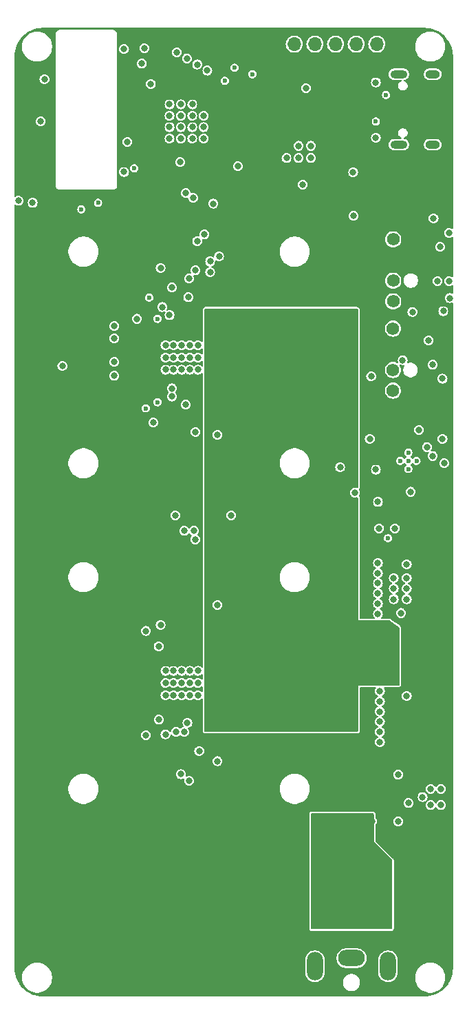
<source format=gbr>
%TF.GenerationSoftware,KiCad,Pcbnew,8.0.4*%
%TF.CreationDate,2024-09-12T18:41:13+02:00*%
%TF.ProjectId,BitForgeNano,42697446-6f72-4676-954e-616e6f2e6b69,rev?*%
%TF.SameCoordinates,Original*%
%TF.FileFunction,Copper,L4,Inr*%
%TF.FilePolarity,Positive*%
%FSLAX46Y46*%
G04 Gerber Fmt 4.6, Leading zero omitted, Abs format (unit mm)*
G04 Created by KiCad (PCBNEW 8.0.4) date 2024-09-12 18:41:13*
%MOMM*%
%LPD*%
G01*
G04 APERTURE LIST*
%TA.AperFunction,ComponentPad*%
%ADD10O,2.100000X1.000000*%
%TD*%
%TA.AperFunction,ComponentPad*%
%ADD11O,1.800000X1.000000*%
%TD*%
%TA.AperFunction,ComponentPad*%
%ADD12R,4.000000X2.000000*%
%TD*%
%TA.AperFunction,ComponentPad*%
%ADD13O,2.000000X3.500000*%
%TD*%
%TA.AperFunction,ComponentPad*%
%ADD14O,3.300000X2.000000*%
%TD*%
%TA.AperFunction,ComponentPad*%
%ADD15C,1.574800*%
%TD*%
%TA.AperFunction,ComponentPad*%
%ADD16R,1.700000X1.700000*%
%TD*%
%TA.AperFunction,ComponentPad*%
%ADD17O,1.700000X1.700000*%
%TD*%
%TA.AperFunction,ViaPad*%
%ADD18C,0.800000*%
%TD*%
%TA.AperFunction,ViaPad*%
%ADD19C,0.600000*%
%TD*%
G04 APERTURE END LIST*
D10*
%TO.N,GND*%
%TO.C,J5*%
X92830000Y-60845000D03*
D11*
X97010000Y-60845000D03*
D10*
X92830000Y-52205000D03*
D11*
X97010000Y-52205000D03*
%TD*%
D12*
%TO.N,+5V*%
%TO.C,J1*%
X87000000Y-154800000D03*
D13*
%TO.N,GND*%
X82500000Y-161800000D03*
D14*
X87000000Y-160800000D03*
D13*
X91500000Y-161800000D03*
%TD*%
D15*
%TO.N,GND*%
%TO.C,J8*%
X92100000Y-83460000D03*
%TO.N,/5V*%
X92100000Y-86000000D03*
%TO.N,/Fan/FAN2_TACH*%
X92100000Y-88540000D03*
%TO.N,/Fan/FAN2_PWM*%
X92100000Y-91080000D03*
%TD*%
D16*
%TO.N,/5V*%
%TO.C,J7*%
X92660000Y-48500000D03*
D17*
%TO.N,GND*%
X90120000Y-48500000D03*
%TO.N,Net-(J7-Pin_3)*%
X87580000Y-48500000D03*
%TO.N,Net-(J7-Pin_4)*%
X85040000Y-48500000D03*
%TO.N,Net-(J7-Pin_5)*%
X82500000Y-48500000D03*
%TO.N,Net-(J7-Pin_6)*%
X79960000Y-48500000D03*
%TD*%
D15*
%TO.N,GND*%
%TO.C,J6*%
X92138851Y-72479400D03*
%TO.N,/5V*%
X92138851Y-75019400D03*
%TO.N,/Fan/FAN1_TACH*%
X92138851Y-77559400D03*
%TO.N,/Fan/FAN1_PWM*%
X92138851Y-80099400D03*
%TD*%
D18*
%TO.N,+5V*%
X85750000Y-144000000D03*
X85750000Y-145500000D03*
X85750000Y-147000000D03*
X89500000Y-144000000D03*
X88250000Y-144000000D03*
X87000000Y-144000000D03*
X87000000Y-145500000D03*
X87000000Y-147000000D03*
X88250000Y-147000000D03*
X89500000Y-147000000D03*
%TO.N,/5V*%
X88250000Y-135750000D03*
X88250000Y-137000000D03*
X89500000Y-137000000D03*
X89500000Y-138250000D03*
X88250000Y-138250000D03*
X89500000Y-141000000D03*
X88250000Y-141000000D03*
%TO.N,3V3*%
X94000000Y-141750000D03*
%TO.N,GND*%
X95750000Y-141000000D03*
X65100000Y-125500000D03*
X64600000Y-58700000D03*
X66000000Y-60100000D03*
X70500000Y-136600000D03*
X67800000Y-96142500D03*
X65100000Y-85500000D03*
D19*
X93000000Y-99700000D03*
D18*
X64100000Y-87000000D03*
X65100000Y-88500000D03*
X66100000Y-85500000D03*
X90250000Y-113500000D03*
X68100000Y-127000000D03*
X90250000Y-114750000D03*
D19*
X94000000Y-99700000D03*
D18*
X69600000Y-76500000D03*
X90500000Y-133000000D03*
X93800000Y-115400000D03*
X90500000Y-129250000D03*
X65100000Y-127000000D03*
X64100000Y-85500000D03*
X66100000Y-127000000D03*
X67400000Y-55900000D03*
X66400000Y-108300000D03*
X67100000Y-88500000D03*
X64100000Y-88500000D03*
X59400000Y-60500000D03*
X68800000Y-60100000D03*
X64600000Y-81800000D03*
X90250000Y-118500000D03*
X96500000Y-84900000D03*
X59000000Y-64200000D03*
X68100000Y-85500000D03*
X64900000Y-78400000D03*
X90500000Y-130500000D03*
X59000000Y-49100000D03*
X57800000Y-84650000D03*
X66100000Y-125500000D03*
X90000000Y-60000000D03*
X64600000Y-57300000D03*
X64100000Y-125500000D03*
X68100000Y-125500000D03*
X70700000Y-74600000D03*
X98000000Y-140000000D03*
X46000000Y-67750000D03*
X90250000Y-117250000D03*
X97900000Y-73400000D03*
X64600000Y-55900000D03*
D19*
X94000000Y-98700000D03*
D18*
X89250000Y-97000000D03*
X57800000Y-89250000D03*
X90500000Y-134250000D03*
X67100000Y-125500000D03*
X67100000Y-87000000D03*
X66100000Y-128500000D03*
X63700000Y-80800000D03*
X66000000Y-58700000D03*
X96750000Y-140000000D03*
X63500000Y-76000000D03*
X68800000Y-58700000D03*
X81000000Y-65750000D03*
X98200000Y-97000000D03*
X93800000Y-114100000D03*
X68100000Y-128500000D03*
X70500000Y-96500000D03*
X66100000Y-88500000D03*
X67100000Y-128500000D03*
X64100000Y-127000000D03*
X65100000Y-128500000D03*
X68250000Y-135350000D03*
X57800000Y-83150000D03*
X93800000Y-116700000D03*
X98000000Y-142000000D03*
X65100000Y-87000000D03*
X64600000Y-60100000D03*
X93800000Y-112400000D03*
X68100000Y-87000000D03*
X92200000Y-115400000D03*
X81400000Y-53900000D03*
X90500000Y-128000000D03*
X90500000Y-131750000D03*
X67400000Y-58700000D03*
X90250000Y-116000000D03*
X66000000Y-57300000D03*
X68800000Y-57300000D03*
X61200000Y-50900000D03*
X57800000Y-87550000D03*
X92200000Y-116700000D03*
X63500000Y-119850000D03*
X70000000Y-68100000D03*
X64100000Y-128500000D03*
X66000000Y-55900000D03*
X67400000Y-60100000D03*
X90250000Y-104750000D03*
X67400000Y-57300000D03*
X90000000Y-53200000D03*
X90250000Y-112250000D03*
X67100000Y-127000000D03*
D19*
X94000000Y-100700000D03*
X95000000Y-99700000D03*
D18*
X68100000Y-88500000D03*
X96750000Y-142000000D03*
X66100000Y-87000000D03*
X67100000Y-85500000D03*
X70500000Y-117400000D03*
X92200000Y-114100000D03*
X97100000Y-69900000D03*
%TO.N,/5V*%
X94750000Y-135750000D03*
X80500000Y-58250000D03*
X56075000Y-83750000D03*
X97250000Y-137000000D03*
X93500000Y-133325000D03*
X56075000Y-89050000D03*
X98500000Y-135750000D03*
X93500000Y-135750000D03*
X96000000Y-137000000D03*
X96000000Y-135750000D03*
X97250000Y-135750000D03*
X98500000Y-137000000D03*
X93500000Y-132075000D03*
X93500000Y-134500000D03*
X93500000Y-130825000D03*
%TO.N,VDD*%
X87250000Y-121325000D03*
X92250000Y-120575000D03*
X87250000Y-125825000D03*
X87250000Y-124325000D03*
X87200000Y-115900000D03*
X91250000Y-119825000D03*
X92250000Y-122075000D03*
X89250000Y-119825000D03*
X70600000Y-128500000D03*
X87250000Y-122825000D03*
X69600000Y-127000000D03*
X88250000Y-122075000D03*
X87200000Y-114650000D03*
X91250000Y-121325000D03*
X70600000Y-85500000D03*
X87250000Y-88500000D03*
X70600000Y-88500000D03*
X87200000Y-113400000D03*
X92250000Y-123575000D03*
X70600000Y-87000000D03*
X88250000Y-126825000D03*
X69600000Y-128500000D03*
X87250000Y-119810000D03*
X90250000Y-120575000D03*
X70600000Y-125500000D03*
X87250000Y-69600000D03*
X69600000Y-85500000D03*
X70600000Y-127000000D03*
X69600000Y-88500000D03*
X90250000Y-122075000D03*
X69600000Y-87000000D03*
X90250000Y-126825000D03*
X87200000Y-117150000D03*
X69600000Y-125500000D03*
X92250000Y-126825000D03*
X90250000Y-125075000D03*
X91250000Y-125825000D03*
X88250000Y-125075000D03*
X87200000Y-118400000D03*
X89250000Y-121325000D03*
X92250000Y-125075000D03*
X88250000Y-120575000D03*
X89250000Y-125825000D03*
D19*
%TO.N,/Domain/0V8*%
X63100000Y-92500000D03*
D18*
X63260000Y-122500000D03*
X60600000Y-82250000D03*
X63280000Y-131500000D03*
X62600000Y-95000000D03*
X51400000Y-88050000D03*
D19*
X63100000Y-82250000D03*
%TO.N,Net-(J5-CC1)*%
X90000000Y-58000000D03*
%TO.N,Net-(J5-CC2)*%
X91250000Y-54750000D03*
D18*
%TO.N,/ESP32/IO0*%
X49200000Y-52800000D03*
X62300000Y-53400000D03*
%TO.N,/Domain/1V2*%
X61700000Y-120600000D03*
X61700000Y-133400000D03*
X66583806Y-92800188D03*
D19*
X61670000Y-93250000D03*
X62100000Y-79650000D03*
D18*
%TO.N,/ESP32/PGOOD*%
X90000000Y-100775001D03*
X89419669Y-89330331D03*
%TO.N,Net-(U9-A1)*%
X68000000Y-72700000D03*
%TO.N,Net-(U3-RI)*%
X66000000Y-138200000D03*
%TO.N,Net-(U1-FB)*%
X95300000Y-95900000D03*
D19*
X91500000Y-109200000D03*
D18*
%TO.N,Net-(U1-CS+)*%
X96300000Y-98000000D03*
X92350000Y-108000000D03*
%TO.N,Net-(U1-CS-)*%
X97000000Y-99100000D03*
X90400000Y-108000000D03*
%TO.N,/Domain/I_RO*%
X67000000Y-77300000D03*
%TO.N,/Domain/CLKI*%
X66900000Y-79600000D03*
%TO.N,/TX*%
X66600000Y-66800000D03*
%TO.N,/RX*%
X67500000Y-67400000D03*
%TO.N,/RST*%
X65900000Y-63000000D03*
%TO.N,/Domain/I_CI*%
X67800000Y-76300000D03*
%TO.N,/Domain/I_NRSTI*%
X68900000Y-71900000D03*
%TO.N,/ESP32/VDD_SAMPLE_0*%
X61500000Y-49000000D03*
%TO.N,Net-(J7-Pin_6)*%
X65500000Y-49500000D03*
%TO.N,Net-(J7-Pin_4)*%
X68000000Y-51000000D03*
%TO.N,Net-(J7-Pin_3)*%
X69250000Y-51750000D03*
%TO.N,Net-(J7-Pin_5)*%
X66750000Y-50250000D03*
%TO.N,/Fan/FAN1_TACH*%
X99100000Y-79700000D03*
%TO.N,/Fan/FAN2_TACH*%
X98200000Y-89600000D03*
D19*
%TO.N,/SCL*%
X53750000Y-68800000D03*
D18*
X72200000Y-106400000D03*
X65300000Y-106400000D03*
X85600000Y-100500000D03*
X92750000Y-138250000D03*
D19*
X72600000Y-51400000D03*
%TO.N,/SDA*%
X55800000Y-68000000D03*
X74800000Y-52200000D03*
D18*
X92750000Y-144000000D03*
X67750000Y-109350000D03*
%TO.N,/PWR_EN*%
X73000000Y-63500000D03*
X87200000Y-64250000D03*
%TO.N,Net-(U3-CO)*%
X67000000Y-139000000D03*
%TO.N,Net-(U3-CLKO)*%
X66800000Y-131900000D03*
%TO.N,/Fan/PWM2*%
X93300000Y-87325000D03*
X98300000Y-81300000D03*
%TO.N,/Fan/PWM1*%
X94500000Y-81400000D03*
X99000000Y-77600000D03*
%TO.N,Net-(U3-BO)*%
X66400000Y-133000000D03*
%TO.N,Net-(U3-TEMP_N)*%
X65400000Y-133000000D03*
D19*
%TO.N,3V3*%
X71400000Y-53000000D03*
D18*
X82000000Y-62500000D03*
X48750000Y-58000000D03*
X97000000Y-87900000D03*
X97600000Y-77600000D03*
D19*
X60250000Y-63750000D03*
D18*
X67600000Y-108300000D03*
X87400000Y-103600000D03*
X69600000Y-75200000D03*
X80500000Y-61000000D03*
X47750000Y-68000000D03*
X79000000Y-62500000D03*
X80500000Y-62500000D03*
X82000000Y-61000000D03*
X99000000Y-71700000D03*
%TO.N,Net-(U3-TEMP_P)*%
X64100000Y-133300000D03*
%TO.N,Net-(U13-TEMP_N)*%
X64900000Y-91800000D03*
%TO.N,Net-(U13-TEMP_P)*%
X64900000Y-90800000D03*
%TO.N,unconnected-(U1-HG-Pad14)*%
X93800000Y-128600000D03*
X98400000Y-100000000D03*
%TO.N,unconnected-(U1-LG-Pad11)*%
X93100000Y-118400000D03*
X94300000Y-103500000D03*
%TD*%
%TA.AperFunction,Conductor*%
%TO.N,VDD*%
G36*
X87743039Y-81019685D02*
G01*
X87788794Y-81072489D01*
X87800000Y-81124000D01*
X87800000Y-102930129D01*
X87780315Y-102997168D01*
X87727511Y-103042923D01*
X87658353Y-103052867D01*
X87628548Y-103044690D01*
X87556765Y-103014957D01*
X87556760Y-103014955D01*
X87400001Y-102994318D01*
X87399999Y-102994318D01*
X87243239Y-103014955D01*
X87243237Y-103014956D01*
X87097160Y-103075463D01*
X86971718Y-103171718D01*
X86875463Y-103297160D01*
X86814956Y-103443237D01*
X86814955Y-103443239D01*
X86794318Y-103599998D01*
X86794318Y-103600001D01*
X86814955Y-103756760D01*
X86814956Y-103756762D01*
X86875464Y-103902841D01*
X86971718Y-104028282D01*
X87097159Y-104124536D01*
X87243238Y-104185044D01*
X87321619Y-104195363D01*
X87399999Y-104205682D01*
X87400000Y-104205682D01*
X87400001Y-104205682D01*
X87452254Y-104198802D01*
X87556762Y-104185044D01*
X87628549Y-104155308D01*
X87698016Y-104147840D01*
X87760495Y-104179115D01*
X87796148Y-104239204D01*
X87800000Y-104269870D01*
X87800000Y-119300000D01*
X91658667Y-119300000D01*
X91725706Y-119319685D01*
X91733067Y-119324800D01*
X92850400Y-120162800D01*
X92892221Y-120218771D01*
X92900000Y-120262000D01*
X92900000Y-127176000D01*
X92880315Y-127243039D01*
X92827511Y-127288794D01*
X92776000Y-127300000D01*
X87800000Y-127300000D01*
X87800000Y-132876000D01*
X87780315Y-132943039D01*
X87727511Y-132988794D01*
X87676000Y-133000000D01*
X69024000Y-133000000D01*
X68956961Y-132980315D01*
X68911206Y-132927511D01*
X68900000Y-132876000D01*
X68900000Y-117399998D01*
X69894318Y-117399998D01*
X69894318Y-117400001D01*
X69914955Y-117556760D01*
X69914956Y-117556762D01*
X69975464Y-117702841D01*
X70071718Y-117828282D01*
X70197159Y-117924536D01*
X70343238Y-117985044D01*
X70421619Y-117995363D01*
X70499999Y-118005682D01*
X70500000Y-118005682D01*
X70500001Y-118005682D01*
X70552254Y-117998802D01*
X70656762Y-117985044D01*
X70802841Y-117924536D01*
X70928282Y-117828282D01*
X71024536Y-117702841D01*
X71085044Y-117556762D01*
X71105682Y-117400000D01*
X71085044Y-117243238D01*
X71024536Y-117097159D01*
X70928282Y-116971718D01*
X70802841Y-116875464D01*
X70757690Y-116856762D01*
X70656762Y-116814956D01*
X70656760Y-116814955D01*
X70500001Y-116794318D01*
X70499999Y-116794318D01*
X70343239Y-116814955D01*
X70343237Y-116814956D01*
X70197160Y-116875463D01*
X70071718Y-116971718D01*
X69975463Y-117097160D01*
X69914956Y-117243237D01*
X69914955Y-117243239D01*
X69894318Y-117399998D01*
X68900000Y-117399998D01*
X68900000Y-113878711D01*
X78149500Y-113878711D01*
X78149500Y-114121288D01*
X78181161Y-114361785D01*
X78243947Y-114596104D01*
X78289336Y-114705682D01*
X78336776Y-114820212D01*
X78458064Y-115030289D01*
X78458066Y-115030292D01*
X78458067Y-115030293D01*
X78605733Y-115222736D01*
X78605739Y-115222743D01*
X78777256Y-115394260D01*
X78777262Y-115394265D01*
X78969711Y-115541936D01*
X79179788Y-115663224D01*
X79403900Y-115756054D01*
X79638211Y-115818838D01*
X79818586Y-115842584D01*
X79878711Y-115850500D01*
X79878712Y-115850500D01*
X80121289Y-115850500D01*
X80176449Y-115843238D01*
X80361789Y-115818838D01*
X80596100Y-115756054D01*
X80820212Y-115663224D01*
X81030289Y-115541936D01*
X81222738Y-115394265D01*
X81394265Y-115222738D01*
X81541936Y-115030289D01*
X81663224Y-114820212D01*
X81756054Y-114596100D01*
X81818838Y-114361789D01*
X81850500Y-114121288D01*
X81850500Y-113878712D01*
X81818838Y-113638211D01*
X81756054Y-113403900D01*
X81663224Y-113179788D01*
X81541936Y-112969711D01*
X81394265Y-112777262D01*
X81394260Y-112777256D01*
X81222743Y-112605739D01*
X81222736Y-112605733D01*
X81030293Y-112458067D01*
X81030292Y-112458066D01*
X81030289Y-112458064D01*
X80820212Y-112336776D01*
X80820205Y-112336773D01*
X80596104Y-112243947D01*
X80361785Y-112181161D01*
X80121289Y-112149500D01*
X80121288Y-112149500D01*
X79878712Y-112149500D01*
X79878711Y-112149500D01*
X79638214Y-112181161D01*
X79403895Y-112243947D01*
X79179794Y-112336773D01*
X79179785Y-112336777D01*
X78969706Y-112458067D01*
X78777263Y-112605733D01*
X78777256Y-112605739D01*
X78605739Y-112777256D01*
X78605733Y-112777263D01*
X78458067Y-112969706D01*
X78458064Y-112969710D01*
X78458064Y-112969711D01*
X78441817Y-112997851D01*
X78336777Y-113179785D01*
X78336773Y-113179794D01*
X78243947Y-113403895D01*
X78181161Y-113638214D01*
X78149500Y-113878711D01*
X68900000Y-113878711D01*
X68900000Y-106399998D01*
X71594318Y-106399998D01*
X71594318Y-106400001D01*
X71614955Y-106556760D01*
X71614956Y-106556762D01*
X71675464Y-106702841D01*
X71771718Y-106828282D01*
X71897159Y-106924536D01*
X72043238Y-106985044D01*
X72121619Y-106995363D01*
X72199999Y-107005682D01*
X72200000Y-107005682D01*
X72200001Y-107005682D01*
X72252254Y-106998802D01*
X72356762Y-106985044D01*
X72502841Y-106924536D01*
X72628282Y-106828282D01*
X72724536Y-106702841D01*
X72785044Y-106556762D01*
X72805682Y-106400000D01*
X72785044Y-106243238D01*
X72724536Y-106097159D01*
X72628282Y-105971718D01*
X72502841Y-105875464D01*
X72356762Y-105814956D01*
X72356760Y-105814955D01*
X72200001Y-105794318D01*
X72199999Y-105794318D01*
X72043239Y-105814955D01*
X72043237Y-105814956D01*
X71897160Y-105875463D01*
X71771718Y-105971718D01*
X71675463Y-106097160D01*
X71614956Y-106243237D01*
X71614955Y-106243239D01*
X71594318Y-106399998D01*
X68900000Y-106399998D01*
X68900000Y-99878711D01*
X78149500Y-99878711D01*
X78149500Y-100121288D01*
X78181161Y-100361785D01*
X78243947Y-100596104D01*
X78318049Y-100775001D01*
X78336776Y-100820212D01*
X78458064Y-101030289D01*
X78458066Y-101030292D01*
X78458067Y-101030293D01*
X78605733Y-101222736D01*
X78605739Y-101222743D01*
X78777256Y-101394260D01*
X78777262Y-101394265D01*
X78969711Y-101541936D01*
X79179788Y-101663224D01*
X79403900Y-101756054D01*
X79638211Y-101818838D01*
X79818586Y-101842584D01*
X79878711Y-101850500D01*
X79878712Y-101850500D01*
X80121289Y-101850500D01*
X80169388Y-101844167D01*
X80361789Y-101818838D01*
X80596100Y-101756054D01*
X80820212Y-101663224D01*
X81030289Y-101541936D01*
X81222738Y-101394265D01*
X81394265Y-101222738D01*
X81541936Y-101030289D01*
X81663224Y-100820212D01*
X81756054Y-100596100D01*
X81781805Y-100499998D01*
X84994318Y-100499998D01*
X84994318Y-100500001D01*
X85014955Y-100656760D01*
X85014956Y-100656762D01*
X85075464Y-100802841D01*
X85171718Y-100928282D01*
X85297159Y-101024536D01*
X85443238Y-101085044D01*
X85521619Y-101095363D01*
X85599999Y-101105682D01*
X85600000Y-101105682D01*
X85600001Y-101105682D01*
X85652254Y-101098802D01*
X85756762Y-101085044D01*
X85902841Y-101024536D01*
X86028282Y-100928282D01*
X86124536Y-100802841D01*
X86185044Y-100656762D01*
X86205682Y-100500000D01*
X86185044Y-100343238D01*
X86124536Y-100197159D01*
X86028282Y-100071718D01*
X85902841Y-99975464D01*
X85756762Y-99914956D01*
X85756760Y-99914955D01*
X85600001Y-99894318D01*
X85599999Y-99894318D01*
X85443239Y-99914955D01*
X85443237Y-99914956D01*
X85297160Y-99975463D01*
X85171718Y-100071718D01*
X85075463Y-100197160D01*
X85014956Y-100343237D01*
X85014955Y-100343239D01*
X84994318Y-100499998D01*
X81781805Y-100499998D01*
X81818838Y-100361789D01*
X81850500Y-100121288D01*
X81850500Y-99878712D01*
X81818838Y-99638211D01*
X81756054Y-99403900D01*
X81663224Y-99179788D01*
X81541936Y-98969711D01*
X81394265Y-98777262D01*
X81394260Y-98777256D01*
X81222743Y-98605739D01*
X81222736Y-98605733D01*
X81030293Y-98458067D01*
X81030292Y-98458066D01*
X81030289Y-98458064D01*
X80820212Y-98336776D01*
X80820205Y-98336773D01*
X80596104Y-98243947D01*
X80361785Y-98181161D01*
X80121289Y-98149500D01*
X80121288Y-98149500D01*
X79878712Y-98149500D01*
X79878711Y-98149500D01*
X79638214Y-98181161D01*
X79403895Y-98243947D01*
X79179794Y-98336773D01*
X79179785Y-98336777D01*
X78969706Y-98458067D01*
X78777263Y-98605733D01*
X78777256Y-98605739D01*
X78605739Y-98777256D01*
X78605733Y-98777263D01*
X78458067Y-98969706D01*
X78336777Y-99179785D01*
X78336773Y-99179794D01*
X78243947Y-99403895D01*
X78181161Y-99638214D01*
X78149500Y-99878711D01*
X68900000Y-99878711D01*
X68900000Y-96499998D01*
X69894318Y-96499998D01*
X69894318Y-96500001D01*
X69914955Y-96656760D01*
X69914956Y-96656762D01*
X69975464Y-96802841D01*
X70071718Y-96928282D01*
X70197159Y-97024536D01*
X70343238Y-97085044D01*
X70421619Y-97095363D01*
X70499999Y-97105682D01*
X70500000Y-97105682D01*
X70500001Y-97105682D01*
X70552254Y-97098802D01*
X70656762Y-97085044D01*
X70802841Y-97024536D01*
X70928282Y-96928282D01*
X71024536Y-96802841D01*
X71085044Y-96656762D01*
X71105682Y-96500000D01*
X71085044Y-96343238D01*
X71024536Y-96197159D01*
X70928282Y-96071718D01*
X70802841Y-95975464D01*
X70656762Y-95914956D01*
X70656760Y-95914955D01*
X70500001Y-95894318D01*
X70499999Y-95894318D01*
X70343239Y-95914955D01*
X70343237Y-95914956D01*
X70197160Y-95975463D01*
X70071718Y-96071718D01*
X69975463Y-96197160D01*
X69914956Y-96343237D01*
X69914955Y-96343239D01*
X69894318Y-96499998D01*
X68900000Y-96499998D01*
X68900000Y-81124000D01*
X68919685Y-81056961D01*
X68972489Y-81011206D01*
X69024000Y-81000000D01*
X87676000Y-81000000D01*
X87743039Y-81019685D01*
G37*
%TD.AperFunction*%
%TD*%
%TA.AperFunction,Conductor*%
%TO.N,/5V*%
G36*
X95914419Y-46500519D02*
G01*
X95914423Y-46500521D01*
X95934111Y-46500521D01*
X95997567Y-46500521D01*
X96002424Y-46500640D01*
X96031046Y-46502046D01*
X96338175Y-46517134D01*
X96347817Y-46518084D01*
X96677915Y-46567050D01*
X96687421Y-46568940D01*
X97011143Y-46650029D01*
X97020414Y-46652842D01*
X97334623Y-46765267D01*
X97343592Y-46768982D01*
X97645259Y-46911662D01*
X97653819Y-46916238D01*
X97940007Y-47087773D01*
X97940044Y-47087795D01*
X97948122Y-47093193D01*
X98216144Y-47291973D01*
X98223654Y-47298136D01*
X98470914Y-47522240D01*
X98477764Y-47529089D01*
X98701880Y-47776365D01*
X98708034Y-47783864D01*
X98906822Y-48051901D01*
X98912219Y-48059979D01*
X99041766Y-48276117D01*
X99083769Y-48346194D01*
X99088346Y-48354757D01*
X99225802Y-48645384D01*
X99231023Y-48656423D01*
X99234741Y-48665399D01*
X99347159Y-48979592D01*
X99349979Y-48988889D01*
X99431057Y-49312578D01*
X99432953Y-49322107D01*
X99481916Y-49652199D01*
X99482868Y-49661868D01*
X99489793Y-49802838D01*
X99499381Y-49998033D01*
X99499500Y-50002869D01*
X99499500Y-71125613D01*
X99480593Y-71183804D01*
X99431093Y-71219768D01*
X99369907Y-71219768D01*
X99340234Y-71204156D01*
X99302838Y-71175462D01*
X99156766Y-71114957D01*
X99156758Y-71114955D01*
X99000001Y-71094318D01*
X98999999Y-71094318D01*
X98843241Y-71114955D01*
X98843233Y-71114957D01*
X98697161Y-71175462D01*
X98697160Y-71175462D01*
X98571723Y-71271713D01*
X98571713Y-71271723D01*
X98475462Y-71397160D01*
X98475462Y-71397161D01*
X98414957Y-71543233D01*
X98414955Y-71543241D01*
X98394318Y-71699999D01*
X98394318Y-71700000D01*
X98414955Y-71856758D01*
X98414957Y-71856766D01*
X98475462Y-72002838D01*
X98475462Y-72002839D01*
X98566896Y-72121998D01*
X98571718Y-72128282D01*
X98697159Y-72224536D01*
X98697160Y-72224536D01*
X98697161Y-72224537D01*
X98811054Y-72271713D01*
X98843238Y-72285044D01*
X98960809Y-72300522D01*
X98999999Y-72305682D01*
X99000000Y-72305682D01*
X99000001Y-72305682D01*
X99031352Y-72301554D01*
X99156762Y-72285044D01*
X99302841Y-72224536D01*
X99340233Y-72195843D01*
X99397909Y-72175420D01*
X99456574Y-72192798D01*
X99493822Y-72241339D01*
X99499500Y-72274386D01*
X99499500Y-77025613D01*
X99480593Y-77083804D01*
X99431093Y-77119768D01*
X99369907Y-77119768D01*
X99340234Y-77104156D01*
X99302838Y-77075462D01*
X99156766Y-77014957D01*
X99156758Y-77014955D01*
X99000001Y-76994318D01*
X98999999Y-76994318D01*
X98843241Y-77014955D01*
X98843233Y-77014957D01*
X98697161Y-77075462D01*
X98697160Y-77075462D01*
X98571723Y-77171713D01*
X98571713Y-77171723D01*
X98475462Y-77297160D01*
X98475462Y-77297161D01*
X98414957Y-77443233D01*
X98414955Y-77443241D01*
X98398153Y-77570869D01*
X98386816Y-77594636D01*
X98387003Y-77594813D01*
X98398153Y-77629130D01*
X98414955Y-77756758D01*
X98414957Y-77756766D01*
X98475462Y-77902838D01*
X98475462Y-77902839D01*
X98571713Y-78028276D01*
X98571718Y-78028282D01*
X98697159Y-78124536D01*
X98697160Y-78124536D01*
X98697161Y-78124537D01*
X98737725Y-78141339D01*
X98843238Y-78185044D01*
X98960809Y-78200522D01*
X98999999Y-78205682D01*
X99000000Y-78205682D01*
X99000001Y-78205682D01*
X99031352Y-78201554D01*
X99156762Y-78185044D01*
X99302841Y-78124536D01*
X99340233Y-78095843D01*
X99397909Y-78075420D01*
X99456574Y-78092798D01*
X99493822Y-78141339D01*
X99499500Y-78174386D01*
X99499500Y-79067337D01*
X99480593Y-79125528D01*
X99431093Y-79161492D01*
X99369907Y-79161492D01*
X99362615Y-79158801D01*
X99256767Y-79114957D01*
X99256758Y-79114955D01*
X99100001Y-79094318D01*
X99099999Y-79094318D01*
X98943241Y-79114955D01*
X98943233Y-79114957D01*
X98797161Y-79175462D01*
X98797160Y-79175462D01*
X98671723Y-79271713D01*
X98671713Y-79271723D01*
X98575462Y-79397160D01*
X98575462Y-79397161D01*
X98514957Y-79543233D01*
X98514955Y-79543241D01*
X98494318Y-79699999D01*
X98494318Y-79700000D01*
X98514955Y-79856758D01*
X98514957Y-79856766D01*
X98575462Y-80002838D01*
X98575462Y-80002839D01*
X98668844Y-80124537D01*
X98671718Y-80128282D01*
X98797159Y-80224536D01*
X98797160Y-80224536D01*
X98797161Y-80224537D01*
X98902974Y-80268366D01*
X98943238Y-80285044D01*
X99060809Y-80300522D01*
X99099999Y-80305682D01*
X99100000Y-80305682D01*
X99100001Y-80305682D01*
X99131352Y-80301554D01*
X99256762Y-80285044D01*
X99362615Y-80241197D01*
X99423611Y-80236397D01*
X99475780Y-80268366D01*
X99499195Y-80324894D01*
X99499500Y-80332662D01*
X99499500Y-161997554D01*
X99499381Y-162002413D01*
X99482882Y-162338150D01*
X99481929Y-162347818D01*
X99432963Y-162677894D01*
X99431068Y-162687423D01*
X99349983Y-163011119D01*
X99347163Y-163020416D01*
X99234740Y-163334608D01*
X99231022Y-163343584D01*
X99088345Y-163645244D01*
X99083765Y-163653812D01*
X98912209Y-163940033D01*
X98906811Y-163948111D01*
X98708026Y-164216139D01*
X98701863Y-164223648D01*
X98477769Y-164470899D01*
X98470899Y-164477769D01*
X98223648Y-164701863D01*
X98216139Y-164708026D01*
X97948111Y-164906811D01*
X97940033Y-164912209D01*
X97653812Y-165083765D01*
X97645244Y-165088345D01*
X97343584Y-165231022D01*
X97334608Y-165234740D01*
X97020416Y-165347163D01*
X97011119Y-165349983D01*
X96687423Y-165431068D01*
X96677894Y-165432963D01*
X96347818Y-165481929D01*
X96338150Y-165482882D01*
X96002412Y-165499381D01*
X95997555Y-165499500D01*
X95934100Y-165499501D01*
X95934098Y-165499501D01*
X49072449Y-165499529D01*
X49071981Y-165499500D01*
X49065892Y-165499500D01*
X49002436Y-165499500D01*
X48997578Y-165499381D01*
X48661838Y-165482887D01*
X48652170Y-165481934D01*
X48322096Y-165432972D01*
X48312567Y-165431077D01*
X47988868Y-165349995D01*
X47979571Y-165347175D01*
X47979537Y-165347163D01*
X47907144Y-165321260D01*
X47665378Y-165234754D01*
X47656402Y-165231036D01*
X47354741Y-165088361D01*
X47346173Y-165083781D01*
X47059950Y-164912226D01*
X47051872Y-164906828D01*
X46783849Y-164708048D01*
X46776339Y-164701885D01*
X46529083Y-164477786D01*
X46522218Y-164470921D01*
X46298114Y-164223660D01*
X46291951Y-164216150D01*
X46093171Y-163948127D01*
X46087773Y-163940049D01*
X46087763Y-163940033D01*
X45916216Y-163653823D01*
X45911638Y-163645258D01*
X45911631Y-163645244D01*
X45768961Y-163343594D01*
X45765245Y-163334621D01*
X45673682Y-163078721D01*
X46449500Y-163078721D01*
X46449500Y-163321300D01*
X46481161Y-163561792D01*
X46481161Y-163561797D01*
X46508157Y-163662546D01*
X46531724Y-163750500D01*
X46543944Y-163796103D01*
X46543948Y-163796116D01*
X46636772Y-164020215D01*
X46636774Y-164020219D01*
X46636776Y-164020223D01*
X46758064Y-164230300D01*
X46758066Y-164230303D01*
X46905729Y-164422742D01*
X46905731Y-164422744D01*
X46905735Y-164422749D01*
X47077262Y-164594276D01*
X47077266Y-164594279D01*
X47077268Y-164594281D01*
X47221756Y-164705150D01*
X47269711Y-164741947D01*
X47479788Y-164863235D01*
X47703900Y-164956065D01*
X47938211Y-165018849D01*
X48178712Y-165050511D01*
X48178713Y-165050511D01*
X48421287Y-165050511D01*
X48421288Y-165050511D01*
X48661789Y-165018849D01*
X48896100Y-164956065D01*
X49120212Y-164863235D01*
X49330289Y-164741947D01*
X49522738Y-164594276D01*
X49694265Y-164422749D01*
X49841936Y-164230300D01*
X49963224Y-164020223D01*
X50056054Y-163796111D01*
X50118838Y-163561800D01*
X50150500Y-163321299D01*
X50150500Y-163078723D01*
X50118838Y-162838222D01*
X50056054Y-162603911D01*
X49963224Y-162379799D01*
X49841936Y-162169722D01*
X49762273Y-162065903D01*
X49694270Y-161977279D01*
X49694268Y-161977277D01*
X49694265Y-161977273D01*
X49522738Y-161805746D01*
X49522733Y-161805742D01*
X49522731Y-161805740D01*
X49330292Y-161658077D01*
X49330289Y-161658075D01*
X49120212Y-161536787D01*
X49120208Y-161536785D01*
X49120204Y-161536783D01*
X48896105Y-161443959D01*
X48896104Y-161443958D01*
X48896100Y-161443957D01*
X48661789Y-161381173D01*
X48661786Y-161381172D01*
X48661784Y-161381172D01*
X48421289Y-161349511D01*
X48421288Y-161349511D01*
X48178712Y-161349511D01*
X48178710Y-161349511D01*
X47938218Y-161381172D01*
X47938213Y-161381172D01*
X47703907Y-161443955D01*
X47703894Y-161443959D01*
X47479795Y-161536783D01*
X47269707Y-161658077D01*
X47077268Y-161805740D01*
X46905729Y-161977279D01*
X46758066Y-162169718D01*
X46636772Y-162379806D01*
X46543948Y-162603905D01*
X46543944Y-162603918D01*
X46481161Y-162838224D01*
X46481161Y-162838229D01*
X46449500Y-163078721D01*
X45673682Y-163078721D01*
X45652820Y-163020415D01*
X45650008Y-163011144D01*
X45568919Y-162687421D01*
X45567029Y-162677915D01*
X45518063Y-162347815D01*
X45517113Y-162338175D01*
X45500626Y-162002584D01*
X45500508Y-161997807D01*
X45500508Y-160955515D01*
X81299500Y-160955515D01*
X81299500Y-162644484D01*
X81329058Y-162831113D01*
X81387453Y-163010832D01*
X81448347Y-163130345D01*
X81473240Y-163179199D01*
X81584310Y-163332073D01*
X81717927Y-163465690D01*
X81870801Y-163576760D01*
X82039168Y-163662547D01*
X82218882Y-163720940D01*
X82218883Y-163720940D01*
X82218886Y-163720941D01*
X82405516Y-163750500D01*
X82405519Y-163750500D01*
X82594484Y-163750500D01*
X82781113Y-163720941D01*
X82781114Y-163720940D01*
X82781118Y-163720940D01*
X82856238Y-163696532D01*
X85949500Y-163696532D01*
X85949500Y-163903467D01*
X85989869Y-164106418D01*
X86069058Y-164297597D01*
X86184020Y-164469651D01*
X86184023Y-164469655D01*
X86330345Y-164615977D01*
X86502402Y-164730941D01*
X86693580Y-164810130D01*
X86896535Y-164850500D01*
X86896536Y-164850500D01*
X87103464Y-164850500D01*
X87103465Y-164850500D01*
X87306420Y-164810130D01*
X87497598Y-164730941D01*
X87669655Y-164615977D01*
X87815977Y-164469655D01*
X87930941Y-164297598D01*
X88010130Y-164106420D01*
X88050500Y-163903465D01*
X88050500Y-163696535D01*
X88010130Y-163493580D01*
X87930941Y-163302402D01*
X87815977Y-163130345D01*
X87669655Y-162984023D01*
X87669651Y-162984020D01*
X87497597Y-162869058D01*
X87306418Y-162789869D01*
X87103467Y-162749500D01*
X87103465Y-162749500D01*
X86896535Y-162749500D01*
X86896532Y-162749500D01*
X86693581Y-162789869D01*
X86502402Y-162869058D01*
X86330348Y-162984020D01*
X86184020Y-163130348D01*
X86069058Y-163302402D01*
X85989869Y-163493581D01*
X85949500Y-163696532D01*
X82856238Y-163696532D01*
X82960832Y-163662547D01*
X83129199Y-163576760D01*
X83282073Y-163465690D01*
X83415690Y-163332073D01*
X83526760Y-163179199D01*
X83612547Y-163010832D01*
X83670940Y-162831118D01*
X83683867Y-162749500D01*
X83700500Y-162644484D01*
X83700500Y-160955515D01*
X83670941Y-160768886D01*
X83650352Y-160705519D01*
X83650351Y-160705515D01*
X85149500Y-160705515D01*
X85149500Y-160894484D01*
X85179058Y-161081113D01*
X85237453Y-161260832D01*
X85298769Y-161381173D01*
X85323240Y-161429199D01*
X85434310Y-161582073D01*
X85567927Y-161715690D01*
X85720801Y-161826760D01*
X85889168Y-161912547D01*
X86068882Y-161970940D01*
X86068883Y-161970940D01*
X86068886Y-161970941D01*
X86255516Y-162000500D01*
X86255519Y-162000500D01*
X87744484Y-162000500D01*
X87931113Y-161970941D01*
X87931114Y-161970940D01*
X87931118Y-161970940D01*
X88110832Y-161912547D01*
X88279199Y-161826760D01*
X88432073Y-161715690D01*
X88565690Y-161582073D01*
X88676760Y-161429199D01*
X88762547Y-161260832D01*
X88820940Y-161081118D01*
X88840833Y-160955519D01*
X88840834Y-160955515D01*
X90299500Y-160955515D01*
X90299500Y-162644484D01*
X90329058Y-162831113D01*
X90387453Y-163010832D01*
X90448347Y-163130345D01*
X90473240Y-163179199D01*
X90584310Y-163332073D01*
X90717927Y-163465690D01*
X90870801Y-163576760D01*
X91039168Y-163662547D01*
X91218882Y-163720940D01*
X91218883Y-163720940D01*
X91218886Y-163720941D01*
X91405516Y-163750500D01*
X91405519Y-163750500D01*
X91594484Y-163750500D01*
X91781113Y-163720941D01*
X91781114Y-163720940D01*
X91781118Y-163720940D01*
X91960832Y-163662547D01*
X92129199Y-163576760D01*
X92282073Y-163465690D01*
X92415690Y-163332073D01*
X92526760Y-163179199D01*
X92577956Y-163078721D01*
X94849500Y-163078721D01*
X94849500Y-163321300D01*
X94881161Y-163561792D01*
X94881161Y-163561797D01*
X94908157Y-163662546D01*
X94931724Y-163750500D01*
X94943944Y-163796103D01*
X94943948Y-163796116D01*
X95036772Y-164020215D01*
X95036774Y-164020219D01*
X95036776Y-164020223D01*
X95158064Y-164230300D01*
X95158066Y-164230303D01*
X95305729Y-164422742D01*
X95305731Y-164422744D01*
X95305735Y-164422749D01*
X95477262Y-164594276D01*
X95477266Y-164594279D01*
X95477268Y-164594281D01*
X95621756Y-164705150D01*
X95669711Y-164741947D01*
X95879788Y-164863235D01*
X96103900Y-164956065D01*
X96338211Y-165018849D01*
X96578712Y-165050511D01*
X96578713Y-165050511D01*
X96821287Y-165050511D01*
X96821288Y-165050511D01*
X97061789Y-165018849D01*
X97296100Y-164956065D01*
X97520212Y-164863235D01*
X97730289Y-164741947D01*
X97922738Y-164594276D01*
X98094265Y-164422749D01*
X98241936Y-164230300D01*
X98363224Y-164020223D01*
X98456054Y-163796111D01*
X98518838Y-163561800D01*
X98550500Y-163321299D01*
X98550500Y-163078723D01*
X98518838Y-162838222D01*
X98456054Y-162603911D01*
X98363224Y-162379799D01*
X98241936Y-162169722D01*
X98162273Y-162065903D01*
X98094270Y-161977279D01*
X98094268Y-161977277D01*
X98094265Y-161977273D01*
X97922738Y-161805746D01*
X97922733Y-161805742D01*
X97922731Y-161805740D01*
X97730292Y-161658077D01*
X97730289Y-161658075D01*
X97520212Y-161536787D01*
X97520208Y-161536785D01*
X97520204Y-161536783D01*
X97296105Y-161443959D01*
X97296104Y-161443958D01*
X97296100Y-161443957D01*
X97061789Y-161381173D01*
X97061786Y-161381172D01*
X97061784Y-161381172D01*
X96821289Y-161349511D01*
X96821288Y-161349511D01*
X96578712Y-161349511D01*
X96578710Y-161349511D01*
X96338218Y-161381172D01*
X96338213Y-161381172D01*
X96103907Y-161443955D01*
X96103894Y-161443959D01*
X95879795Y-161536783D01*
X95669707Y-161658077D01*
X95477268Y-161805740D01*
X95305729Y-161977279D01*
X95158066Y-162169718D01*
X95036772Y-162379806D01*
X94943948Y-162603905D01*
X94943944Y-162603918D01*
X94881161Y-162838224D01*
X94881161Y-162838229D01*
X94849500Y-163078721D01*
X92577956Y-163078721D01*
X92612547Y-163010832D01*
X92670940Y-162831118D01*
X92683867Y-162749500D01*
X92700500Y-162644484D01*
X92700500Y-160955515D01*
X92670941Y-160768886D01*
X92650352Y-160705519D01*
X92612547Y-160589168D01*
X92526760Y-160420801D01*
X92415690Y-160267927D01*
X92282073Y-160134310D01*
X92129199Y-160023240D01*
X92129198Y-160023239D01*
X92129196Y-160023238D01*
X91960832Y-159937453D01*
X91781113Y-159879058D01*
X91594484Y-159849500D01*
X91594481Y-159849500D01*
X91405519Y-159849500D01*
X91405516Y-159849500D01*
X91218886Y-159879058D01*
X91039167Y-159937453D01*
X90870803Y-160023238D01*
X90717928Y-160134309D01*
X90584309Y-160267928D01*
X90473238Y-160420803D01*
X90387453Y-160589167D01*
X90329058Y-160768886D01*
X90299500Y-160955515D01*
X88840834Y-160955515D01*
X88850500Y-160894484D01*
X88850500Y-160705515D01*
X88820941Y-160518886D01*
X88820940Y-160518882D01*
X88762547Y-160339168D01*
X88676760Y-160170801D01*
X88565690Y-160017927D01*
X88432073Y-159884310D01*
X88279199Y-159773240D01*
X88279198Y-159773239D01*
X88279196Y-159773238D01*
X88110832Y-159687453D01*
X87931113Y-159629058D01*
X87744484Y-159599500D01*
X87744481Y-159599500D01*
X86255519Y-159599500D01*
X86255516Y-159599500D01*
X86068886Y-159629058D01*
X85889167Y-159687453D01*
X85720803Y-159773238D01*
X85567928Y-159884309D01*
X85434309Y-160017928D01*
X85323238Y-160170803D01*
X85237453Y-160339167D01*
X85179058Y-160518886D01*
X85149500Y-160705515D01*
X83650351Y-160705515D01*
X83612547Y-160589168D01*
X83526760Y-160420801D01*
X83415690Y-160267927D01*
X83282073Y-160134310D01*
X83129199Y-160023240D01*
X83129198Y-160023239D01*
X83129196Y-160023238D01*
X82960832Y-159937453D01*
X82781113Y-159879058D01*
X82594484Y-159849500D01*
X82594481Y-159849500D01*
X82405519Y-159849500D01*
X82405516Y-159849500D01*
X82218886Y-159879058D01*
X82039167Y-159937453D01*
X81870803Y-160023238D01*
X81717928Y-160134309D01*
X81584309Y-160267928D01*
X81473238Y-160420803D01*
X81387453Y-160589167D01*
X81329058Y-160768886D01*
X81299500Y-160955515D01*
X45500508Y-160955515D01*
X45500506Y-143124000D01*
X81794500Y-143124000D01*
X81794500Y-157126000D01*
X81798526Y-157163443D01*
X81799197Y-157169685D01*
X81810404Y-157221199D01*
X81812889Y-157231371D01*
X81812889Y-157231372D01*
X81812890Y-157231373D01*
X81855900Y-157312085D01*
X81901655Y-157364889D01*
X81901667Y-157364901D01*
X81919247Y-157382844D01*
X81919249Y-157382846D01*
X81999058Y-157427488D01*
X81999062Y-157427490D01*
X82040294Y-157439597D01*
X82066102Y-157447175D01*
X82124000Y-157455500D01*
X82124001Y-157455500D01*
X91875995Y-157455500D01*
X91876000Y-157455500D01*
X91919684Y-157450803D01*
X91971195Y-157439597D01*
X91981373Y-157437110D01*
X92062085Y-157394100D01*
X92114889Y-157348345D01*
X92132843Y-157330754D01*
X92132844Y-157330751D01*
X92132846Y-157330750D01*
X92177488Y-157250941D01*
X92177490Y-157250937D01*
X92197173Y-157183904D01*
X92197175Y-157183898D01*
X92205500Y-157126000D01*
X92205500Y-148801362D01*
X92204322Y-148779393D01*
X92201488Y-148753035D01*
X92177529Y-148676518D01*
X92144044Y-148615195D01*
X92108991Y-148568371D01*
X89984496Y-146443876D01*
X89956719Y-146389359D01*
X89955500Y-146373872D01*
X89955500Y-144426416D01*
X89974407Y-144368225D01*
X89975937Y-144366176D01*
X90024536Y-144302841D01*
X90085044Y-144156762D01*
X90105682Y-144000000D01*
X90105682Y-143999999D01*
X92144318Y-143999999D01*
X92144318Y-144000000D01*
X92164955Y-144156758D01*
X92164957Y-144156766D01*
X92225462Y-144302838D01*
X92225462Y-144302839D01*
X92294499Y-144392810D01*
X92321718Y-144428282D01*
X92447159Y-144524536D01*
X92593238Y-144585044D01*
X92710809Y-144600522D01*
X92749999Y-144605682D01*
X92750000Y-144605682D01*
X92750001Y-144605682D01*
X92781352Y-144601554D01*
X92906762Y-144585044D01*
X93052841Y-144524536D01*
X93178282Y-144428282D01*
X93274536Y-144302841D01*
X93335044Y-144156762D01*
X93355682Y-144000000D01*
X93335044Y-143843238D01*
X93274537Y-143697161D01*
X93274537Y-143697160D01*
X93178286Y-143571723D01*
X93178285Y-143571722D01*
X93178282Y-143571718D01*
X93178277Y-143571714D01*
X93178276Y-143571713D01*
X93052838Y-143475462D01*
X92906766Y-143414957D01*
X92906758Y-143414955D01*
X92750001Y-143394318D01*
X92749999Y-143394318D01*
X92593241Y-143414955D01*
X92593233Y-143414957D01*
X92447161Y-143475462D01*
X92447160Y-143475462D01*
X92321723Y-143571713D01*
X92321713Y-143571723D01*
X92225462Y-143697160D01*
X92225462Y-143697161D01*
X92164957Y-143843233D01*
X92164955Y-143843241D01*
X92144318Y-143999999D01*
X90105682Y-143999999D01*
X90085044Y-143843238D01*
X90024537Y-143697161D01*
X90024537Y-143697160D01*
X89975958Y-143633850D01*
X89955534Y-143576174D01*
X89955500Y-143573583D01*
X89955500Y-143124005D01*
X89955500Y-143124000D01*
X89950803Y-143080316D01*
X89939597Y-143028805D01*
X89937110Y-143018627D01*
X89894100Y-142937915D01*
X89848345Y-142885111D01*
X89830754Y-142867157D01*
X89830753Y-142867156D01*
X89830752Y-142867155D01*
X89830750Y-142867153D01*
X89750941Y-142822511D01*
X89750937Y-142822509D01*
X89683904Y-142802826D01*
X89683895Y-142802824D01*
X89637684Y-142796180D01*
X89626000Y-142794500D01*
X82124000Y-142794500D01*
X82092797Y-142797855D01*
X82080314Y-142799197D01*
X82028800Y-142810404D01*
X82018628Y-142812889D01*
X81937914Y-142855900D01*
X81885113Y-142901653D01*
X81885098Y-142901667D01*
X81867155Y-142919247D01*
X81867153Y-142919249D01*
X81822511Y-142999058D01*
X81822509Y-142999062D01*
X81802826Y-143066095D01*
X81802824Y-143066104D01*
X81800781Y-143080314D01*
X81794500Y-143124000D01*
X45500506Y-143124000D01*
X45500506Y-139878710D01*
X52149500Y-139878710D01*
X52149500Y-140121289D01*
X52181161Y-140361781D01*
X52181161Y-140361786D01*
X52181162Y-140361789D01*
X52237411Y-140571713D01*
X52243944Y-140596092D01*
X52243948Y-140596105D01*
X52336772Y-140820204D01*
X52336774Y-140820208D01*
X52336776Y-140820212D01*
X52350072Y-140843241D01*
X52458066Y-141030292D01*
X52605729Y-141222731D01*
X52605731Y-141222733D01*
X52605735Y-141222738D01*
X52777262Y-141394265D01*
X52777266Y-141394268D01*
X52777268Y-141394270D01*
X52883080Y-141475462D01*
X52969711Y-141541936D01*
X53179788Y-141663224D01*
X53403900Y-141756054D01*
X53638211Y-141818838D01*
X53878712Y-141850500D01*
X53878713Y-141850500D01*
X54121287Y-141850500D01*
X54121288Y-141850500D01*
X54361789Y-141818838D01*
X54596100Y-141756054D01*
X54820212Y-141663224D01*
X55030289Y-141541936D01*
X55222738Y-141394265D01*
X55394265Y-141222738D01*
X55541936Y-141030289D01*
X55663224Y-140820212D01*
X55756054Y-140596100D01*
X55818838Y-140361789D01*
X55850500Y-140121288D01*
X55850500Y-139878712D01*
X55850500Y-139878710D01*
X78149500Y-139878710D01*
X78149500Y-140121289D01*
X78181161Y-140361781D01*
X78181161Y-140361786D01*
X78181162Y-140361789D01*
X78237411Y-140571713D01*
X78243944Y-140596092D01*
X78243948Y-140596105D01*
X78336772Y-140820204D01*
X78336774Y-140820208D01*
X78336776Y-140820212D01*
X78350072Y-140843241D01*
X78458066Y-141030292D01*
X78605729Y-141222731D01*
X78605731Y-141222733D01*
X78605735Y-141222738D01*
X78777262Y-141394265D01*
X78777266Y-141394268D01*
X78777268Y-141394270D01*
X78883080Y-141475462D01*
X78969711Y-141541936D01*
X79179788Y-141663224D01*
X79403900Y-141756054D01*
X79638211Y-141818838D01*
X79878712Y-141850500D01*
X79878713Y-141850500D01*
X80121287Y-141850500D01*
X80121288Y-141850500D01*
X80361789Y-141818838D01*
X80596100Y-141756054D01*
X80610718Y-141749999D01*
X93394318Y-141749999D01*
X93394318Y-141750000D01*
X93414955Y-141906758D01*
X93414957Y-141906766D01*
X93475462Y-142052838D01*
X93475462Y-142052839D01*
X93475464Y-142052841D01*
X93571718Y-142178282D01*
X93697159Y-142274536D01*
X93697160Y-142274536D01*
X93697161Y-142274537D01*
X93765486Y-142302838D01*
X93843238Y-142335044D01*
X93960809Y-142350522D01*
X93999999Y-142355682D01*
X94000000Y-142355682D01*
X94000001Y-142355682D01*
X94031352Y-142351554D01*
X94156762Y-142335044D01*
X94302841Y-142274536D01*
X94428282Y-142178282D01*
X94524536Y-142052841D01*
X94546424Y-141999999D01*
X96144318Y-141999999D01*
X96144318Y-142000000D01*
X96164955Y-142156758D01*
X96164957Y-142156766D01*
X96225462Y-142302838D01*
X96225462Y-142302839D01*
X96250174Y-142335044D01*
X96321718Y-142428282D01*
X96447159Y-142524536D01*
X96593238Y-142585044D01*
X96710809Y-142600522D01*
X96749999Y-142605682D01*
X96750000Y-142605682D01*
X96750001Y-142605682D01*
X96781352Y-142601554D01*
X96906762Y-142585044D01*
X97052841Y-142524536D01*
X97178282Y-142428282D01*
X97274536Y-142302841D01*
X97283536Y-142281114D01*
X97323272Y-142234588D01*
X97382767Y-142220304D01*
X97439295Y-142243718D01*
X97466464Y-142281114D01*
X97475462Y-142302838D01*
X97475462Y-142302839D01*
X97500174Y-142335044D01*
X97571718Y-142428282D01*
X97697159Y-142524536D01*
X97843238Y-142585044D01*
X97960809Y-142600522D01*
X97999999Y-142605682D01*
X98000000Y-142605682D01*
X98000001Y-142605682D01*
X98031352Y-142601554D01*
X98156762Y-142585044D01*
X98302841Y-142524536D01*
X98428282Y-142428282D01*
X98524536Y-142302841D01*
X98585044Y-142156762D01*
X98605682Y-142000000D01*
X98585044Y-141843238D01*
X98548930Y-141756051D01*
X98524537Y-141697161D01*
X98524537Y-141697160D01*
X98428286Y-141571723D01*
X98428285Y-141571722D01*
X98428282Y-141571718D01*
X98428277Y-141571714D01*
X98428276Y-141571713D01*
X98302838Y-141475462D01*
X98156766Y-141414957D01*
X98156758Y-141414955D01*
X98000001Y-141394318D01*
X97999999Y-141394318D01*
X97843241Y-141414955D01*
X97843233Y-141414957D01*
X97697161Y-141475462D01*
X97697160Y-141475462D01*
X97571723Y-141571713D01*
X97571713Y-141571723D01*
X97475463Y-141697160D01*
X97466464Y-141718886D01*
X97426727Y-141765412D01*
X97367232Y-141779695D01*
X97310704Y-141756280D01*
X97283536Y-141718886D01*
X97279304Y-141708672D01*
X97274536Y-141697159D01*
X97178282Y-141571718D01*
X97178277Y-141571714D01*
X97178276Y-141571713D01*
X97052838Y-141475462D01*
X96906766Y-141414957D01*
X96906758Y-141414955D01*
X96750001Y-141394318D01*
X96749999Y-141394318D01*
X96593241Y-141414955D01*
X96593233Y-141414957D01*
X96447161Y-141475462D01*
X96447160Y-141475462D01*
X96321723Y-141571713D01*
X96321713Y-141571723D01*
X96225462Y-141697160D01*
X96225462Y-141697161D01*
X96164957Y-141843233D01*
X96164955Y-141843241D01*
X96144318Y-141999999D01*
X94546424Y-141999999D01*
X94585044Y-141906762D01*
X94605682Y-141750000D01*
X94585044Y-141593238D01*
X94524537Y-141447161D01*
X94524537Y-141447160D01*
X94428286Y-141321723D01*
X94428285Y-141321722D01*
X94428282Y-141321718D01*
X94428277Y-141321714D01*
X94428276Y-141321713D01*
X94302838Y-141225462D01*
X94156766Y-141164957D01*
X94156758Y-141164955D01*
X94000001Y-141144318D01*
X93999999Y-141144318D01*
X93843241Y-141164955D01*
X93843233Y-141164957D01*
X93697161Y-141225462D01*
X93697160Y-141225462D01*
X93571723Y-141321713D01*
X93571713Y-141321723D01*
X93475462Y-141447160D01*
X93475462Y-141447161D01*
X93414957Y-141593233D01*
X93414955Y-141593241D01*
X93394318Y-141749999D01*
X80610718Y-141749999D01*
X80820212Y-141663224D01*
X81030289Y-141541936D01*
X81222738Y-141394265D01*
X81394265Y-141222738D01*
X81541936Y-141030289D01*
X81559424Y-140999999D01*
X95144318Y-140999999D01*
X95144318Y-141000000D01*
X95164955Y-141156758D01*
X95164957Y-141156766D01*
X95225462Y-141302838D01*
X95225462Y-141302839D01*
X95311493Y-141414957D01*
X95321718Y-141428282D01*
X95447159Y-141524536D01*
X95593238Y-141585044D01*
X95710809Y-141600522D01*
X95749999Y-141605682D01*
X95750000Y-141605682D01*
X95750001Y-141605682D01*
X95781352Y-141601554D01*
X95906762Y-141585044D01*
X96052841Y-141524536D01*
X96178282Y-141428282D01*
X96274536Y-141302841D01*
X96335044Y-141156762D01*
X96355682Y-141000000D01*
X96335044Y-140843238D01*
X96274537Y-140697161D01*
X96274537Y-140697160D01*
X96178286Y-140571723D01*
X96178285Y-140571722D01*
X96178282Y-140571718D01*
X96178277Y-140571714D01*
X96178276Y-140571713D01*
X96052838Y-140475462D01*
X95906766Y-140414957D01*
X95906758Y-140414955D01*
X95750001Y-140394318D01*
X95749999Y-140394318D01*
X95593241Y-140414955D01*
X95593233Y-140414957D01*
X95447161Y-140475462D01*
X95447160Y-140475462D01*
X95321723Y-140571713D01*
X95321713Y-140571723D01*
X95225462Y-140697160D01*
X95225462Y-140697161D01*
X95164957Y-140843233D01*
X95164955Y-140843241D01*
X95144318Y-140999999D01*
X81559424Y-140999999D01*
X81663224Y-140820212D01*
X81756054Y-140596100D01*
X81818838Y-140361789D01*
X81850500Y-140121288D01*
X81850500Y-139999999D01*
X96144318Y-139999999D01*
X96144318Y-140000000D01*
X96164955Y-140156758D01*
X96164957Y-140156766D01*
X96225462Y-140302838D01*
X96225462Y-140302839D01*
X96311493Y-140414957D01*
X96321718Y-140428282D01*
X96447159Y-140524536D01*
X96593238Y-140585044D01*
X96710809Y-140600522D01*
X96749999Y-140605682D01*
X96750000Y-140605682D01*
X96750001Y-140605682D01*
X96781352Y-140601554D01*
X96906762Y-140585044D01*
X97052841Y-140524536D01*
X97178282Y-140428282D01*
X97274536Y-140302841D01*
X97283536Y-140281114D01*
X97323272Y-140234588D01*
X97382767Y-140220304D01*
X97439295Y-140243718D01*
X97466464Y-140281114D01*
X97475462Y-140302838D01*
X97475462Y-140302839D01*
X97561493Y-140414957D01*
X97571718Y-140428282D01*
X97697159Y-140524536D01*
X97843238Y-140585044D01*
X97960809Y-140600522D01*
X97999999Y-140605682D01*
X98000000Y-140605682D01*
X98000001Y-140605682D01*
X98031352Y-140601554D01*
X98156762Y-140585044D01*
X98302841Y-140524536D01*
X98428282Y-140428282D01*
X98524536Y-140302841D01*
X98585044Y-140156762D01*
X98605682Y-140000000D01*
X98585044Y-139843238D01*
X98524537Y-139697161D01*
X98524537Y-139697160D01*
X98428286Y-139571723D01*
X98428285Y-139571722D01*
X98428282Y-139571718D01*
X98428277Y-139571714D01*
X98428276Y-139571713D01*
X98302838Y-139475462D01*
X98156766Y-139414957D01*
X98156758Y-139414955D01*
X98000001Y-139394318D01*
X97999999Y-139394318D01*
X97843241Y-139414955D01*
X97843233Y-139414957D01*
X97697161Y-139475462D01*
X97697160Y-139475462D01*
X97571723Y-139571713D01*
X97571713Y-139571723D01*
X97475463Y-139697160D01*
X97466464Y-139718886D01*
X97426727Y-139765412D01*
X97367232Y-139779695D01*
X97310704Y-139756280D01*
X97283536Y-139718886D01*
X97279304Y-139708672D01*
X97274536Y-139697159D01*
X97178282Y-139571718D01*
X97178277Y-139571714D01*
X97178276Y-139571713D01*
X97052838Y-139475462D01*
X96906766Y-139414957D01*
X96906758Y-139414955D01*
X96750001Y-139394318D01*
X96749999Y-139394318D01*
X96593241Y-139414955D01*
X96593233Y-139414957D01*
X96447161Y-139475462D01*
X96447160Y-139475462D01*
X96321723Y-139571713D01*
X96321713Y-139571723D01*
X96225462Y-139697160D01*
X96225462Y-139697161D01*
X96164957Y-139843233D01*
X96164955Y-139843241D01*
X96144318Y-139999999D01*
X81850500Y-139999999D01*
X81850500Y-139878712D01*
X81818838Y-139638211D01*
X81756054Y-139403900D01*
X81663224Y-139179788D01*
X81541936Y-138969711D01*
X81454439Y-138855682D01*
X81394270Y-138777268D01*
X81394268Y-138777266D01*
X81394265Y-138777262D01*
X81222738Y-138605735D01*
X81222733Y-138605731D01*
X81222731Y-138605729D01*
X81030292Y-138458066D01*
X81030289Y-138458064D01*
X80820212Y-138336776D01*
X80820208Y-138336774D01*
X80820204Y-138336772D01*
X80610714Y-138249999D01*
X92144318Y-138249999D01*
X92144318Y-138250000D01*
X92164955Y-138406758D01*
X92164957Y-138406766D01*
X92225462Y-138552838D01*
X92225462Y-138552839D01*
X92321713Y-138678276D01*
X92321718Y-138678282D01*
X92447159Y-138774536D01*
X92447160Y-138774536D01*
X92447161Y-138774537D01*
X92522352Y-138805682D01*
X92593238Y-138835044D01*
X92710809Y-138850522D01*
X92749999Y-138855682D01*
X92750000Y-138855682D01*
X92750001Y-138855682D01*
X92781352Y-138851554D01*
X92906762Y-138835044D01*
X93052841Y-138774536D01*
X93178282Y-138678282D01*
X93274536Y-138552841D01*
X93335044Y-138406762D01*
X93355682Y-138250000D01*
X93335044Y-138093238D01*
X93274537Y-137947161D01*
X93274537Y-137947160D01*
X93178286Y-137821723D01*
X93178285Y-137821722D01*
X93178282Y-137821718D01*
X93178277Y-137821714D01*
X93178276Y-137821713D01*
X93052838Y-137725462D01*
X92906766Y-137664957D01*
X92906758Y-137664955D01*
X92750001Y-137644318D01*
X92749999Y-137644318D01*
X92593241Y-137664955D01*
X92593233Y-137664957D01*
X92447161Y-137725462D01*
X92447160Y-137725462D01*
X92321723Y-137821713D01*
X92321713Y-137821723D01*
X92225462Y-137947160D01*
X92225462Y-137947161D01*
X92164957Y-138093233D01*
X92164955Y-138093241D01*
X92144318Y-138249999D01*
X80610714Y-138249999D01*
X80596105Y-138243948D01*
X80596104Y-138243947D01*
X80596100Y-138243946D01*
X80361789Y-138181162D01*
X80361786Y-138181161D01*
X80361784Y-138181161D01*
X80121289Y-138149500D01*
X80121288Y-138149500D01*
X79878712Y-138149500D01*
X79878710Y-138149500D01*
X79638218Y-138181161D01*
X79638213Y-138181161D01*
X79403907Y-138243944D01*
X79403894Y-138243948D01*
X79179795Y-138336772D01*
X78969707Y-138458066D01*
X78777268Y-138605729D01*
X78605729Y-138777268D01*
X78458066Y-138969707D01*
X78336772Y-139179795D01*
X78243948Y-139403894D01*
X78243944Y-139403907D01*
X78181161Y-139638213D01*
X78181161Y-139638218D01*
X78149500Y-139878710D01*
X55850500Y-139878710D01*
X55818838Y-139638211D01*
X55756054Y-139403900D01*
X55663224Y-139179788D01*
X55541936Y-138969711D01*
X55454439Y-138855682D01*
X55394270Y-138777268D01*
X55394268Y-138777266D01*
X55394265Y-138777262D01*
X55222738Y-138605735D01*
X55222733Y-138605731D01*
X55222731Y-138605729D01*
X55030292Y-138458066D01*
X55030289Y-138458064D01*
X54820212Y-138336776D01*
X54820208Y-138336774D01*
X54820204Y-138336772D01*
X54596105Y-138243948D01*
X54596104Y-138243947D01*
X54596100Y-138243946D01*
X54432089Y-138199999D01*
X65394318Y-138199999D01*
X65394318Y-138200000D01*
X65414955Y-138356758D01*
X65414957Y-138356766D01*
X65475462Y-138502838D01*
X65475462Y-138502839D01*
X65554417Y-138605735D01*
X65571718Y-138628282D01*
X65697159Y-138724536D01*
X65697160Y-138724536D01*
X65697161Y-138724537D01*
X65824465Y-138777268D01*
X65843238Y-138785044D01*
X65960809Y-138800522D01*
X65999999Y-138805682D01*
X66000000Y-138805682D01*
X66000001Y-138805682D01*
X66031352Y-138801554D01*
X66156762Y-138785044D01*
X66279532Y-138734190D01*
X66340527Y-138729390D01*
X66392696Y-138761359D01*
X66416111Y-138817887D01*
X66415569Y-138838577D01*
X66394318Y-138999999D01*
X66394318Y-139000000D01*
X66414955Y-139156758D01*
X66414957Y-139156766D01*
X66475462Y-139302838D01*
X66475462Y-139302839D01*
X66561493Y-139414957D01*
X66571718Y-139428282D01*
X66697159Y-139524536D01*
X66843238Y-139585044D01*
X66960809Y-139600522D01*
X66999999Y-139605682D01*
X67000000Y-139605682D01*
X67000001Y-139605682D01*
X67031352Y-139601554D01*
X67156762Y-139585044D01*
X67302841Y-139524536D01*
X67428282Y-139428282D01*
X67524536Y-139302841D01*
X67585044Y-139156762D01*
X67605682Y-139000000D01*
X67585044Y-138843238D01*
X67537887Y-138729390D01*
X67524537Y-138697161D01*
X67524537Y-138697160D01*
X67428286Y-138571723D01*
X67428285Y-138571722D01*
X67428282Y-138571718D01*
X67428277Y-138571714D01*
X67428276Y-138571713D01*
X67338517Y-138502839D01*
X67302841Y-138475464D01*
X67302840Y-138475463D01*
X67302838Y-138475462D01*
X67156766Y-138414957D01*
X67156758Y-138414955D01*
X67000001Y-138394318D01*
X66999999Y-138394318D01*
X66843241Y-138414955D01*
X66843232Y-138414957D01*
X66720468Y-138465808D01*
X66659471Y-138470609D01*
X66607302Y-138438639D01*
X66583888Y-138382111D01*
X66584430Y-138361422D01*
X66585045Y-138356758D01*
X66605682Y-138200000D01*
X66585044Y-138043238D01*
X66524537Y-137897161D01*
X66524537Y-137897160D01*
X66428286Y-137771723D01*
X66428285Y-137771722D01*
X66428282Y-137771718D01*
X66428277Y-137771714D01*
X66428276Y-137771713D01*
X66302838Y-137675462D01*
X66156766Y-137614957D01*
X66156758Y-137614955D01*
X66000001Y-137594318D01*
X65999999Y-137594318D01*
X65843241Y-137614955D01*
X65843233Y-137614957D01*
X65697161Y-137675462D01*
X65697160Y-137675462D01*
X65571723Y-137771713D01*
X65571713Y-137771723D01*
X65475462Y-137897160D01*
X65475462Y-137897161D01*
X65414957Y-138043233D01*
X65414955Y-138043241D01*
X65394318Y-138199999D01*
X54432089Y-138199999D01*
X54361789Y-138181162D01*
X54361786Y-138181161D01*
X54361784Y-138181161D01*
X54121289Y-138149500D01*
X54121288Y-138149500D01*
X53878712Y-138149500D01*
X53878710Y-138149500D01*
X53638218Y-138181161D01*
X53638213Y-138181161D01*
X53403907Y-138243944D01*
X53403894Y-138243948D01*
X53179795Y-138336772D01*
X52969707Y-138458066D01*
X52777268Y-138605729D01*
X52605729Y-138777268D01*
X52458066Y-138969707D01*
X52336772Y-139179795D01*
X52243948Y-139403894D01*
X52243944Y-139403907D01*
X52181161Y-139638213D01*
X52181161Y-139638218D01*
X52149500Y-139878710D01*
X45500506Y-139878710D01*
X45500506Y-136599999D01*
X69894318Y-136599999D01*
X69894318Y-136600000D01*
X69914955Y-136756758D01*
X69914957Y-136756766D01*
X69975462Y-136902838D01*
X69975462Y-136902839D01*
X69975464Y-136902841D01*
X70071718Y-137028282D01*
X70197159Y-137124536D01*
X70343238Y-137185044D01*
X70460809Y-137200522D01*
X70499999Y-137205682D01*
X70500000Y-137205682D01*
X70500001Y-137205682D01*
X70531352Y-137201554D01*
X70656762Y-137185044D01*
X70802841Y-137124536D01*
X70928282Y-137028282D01*
X71024536Y-136902841D01*
X71085044Y-136756762D01*
X71105682Y-136600000D01*
X71085044Y-136443238D01*
X71024537Y-136297161D01*
X71024537Y-136297160D01*
X70928286Y-136171723D01*
X70928285Y-136171722D01*
X70928282Y-136171718D01*
X70928277Y-136171714D01*
X70928276Y-136171713D01*
X70802838Y-136075462D01*
X70656766Y-136014957D01*
X70656758Y-136014955D01*
X70500001Y-135994318D01*
X70499999Y-135994318D01*
X70343241Y-136014955D01*
X70343233Y-136014957D01*
X70197161Y-136075462D01*
X70197160Y-136075462D01*
X70071723Y-136171713D01*
X70071713Y-136171723D01*
X69975462Y-136297160D01*
X69975462Y-136297161D01*
X69914957Y-136443233D01*
X69914955Y-136443241D01*
X69894318Y-136599999D01*
X45500506Y-136599999D01*
X45500506Y-135349999D01*
X67644318Y-135349999D01*
X67644318Y-135350000D01*
X67664955Y-135506758D01*
X67664957Y-135506766D01*
X67725462Y-135652838D01*
X67725462Y-135652839D01*
X67725464Y-135652841D01*
X67821718Y-135778282D01*
X67947159Y-135874536D01*
X68093238Y-135935044D01*
X68210809Y-135950522D01*
X68249999Y-135955682D01*
X68250000Y-135955682D01*
X68250001Y-135955682D01*
X68281352Y-135951554D01*
X68406762Y-135935044D01*
X68552841Y-135874536D01*
X68678282Y-135778282D01*
X68774536Y-135652841D01*
X68835044Y-135506762D01*
X68855682Y-135350000D01*
X68835044Y-135193238D01*
X68774537Y-135047161D01*
X68774537Y-135047160D01*
X68678286Y-134921723D01*
X68678285Y-134921722D01*
X68678282Y-134921718D01*
X68678277Y-134921714D01*
X68678276Y-134921713D01*
X68552838Y-134825462D01*
X68406766Y-134764957D01*
X68406758Y-134764955D01*
X68250001Y-134744318D01*
X68249999Y-134744318D01*
X68093241Y-134764955D01*
X68093233Y-134764957D01*
X67947161Y-134825462D01*
X67947160Y-134825462D01*
X67821723Y-134921713D01*
X67821713Y-134921723D01*
X67725462Y-135047160D01*
X67725462Y-135047161D01*
X67664957Y-135193233D01*
X67664955Y-135193241D01*
X67644318Y-135349999D01*
X45500506Y-135349999D01*
X45500506Y-133399999D01*
X61094318Y-133399999D01*
X61094318Y-133400000D01*
X61114955Y-133556758D01*
X61114957Y-133556766D01*
X61175462Y-133702838D01*
X61175462Y-133702839D01*
X61268844Y-133824537D01*
X61271718Y-133828282D01*
X61397159Y-133924536D01*
X61397160Y-133924536D01*
X61397161Y-133924537D01*
X61451778Y-133947160D01*
X61543238Y-133985044D01*
X61660809Y-134000522D01*
X61699999Y-134005682D01*
X61700000Y-134005682D01*
X61700001Y-134005682D01*
X61731352Y-134001554D01*
X61856762Y-133985044D01*
X62002841Y-133924536D01*
X62128282Y-133828282D01*
X62224536Y-133702841D01*
X62285044Y-133556762D01*
X62305682Y-133400000D01*
X62292517Y-133299999D01*
X63494318Y-133299999D01*
X63494318Y-133300000D01*
X63514955Y-133456758D01*
X63514957Y-133456766D01*
X63575462Y-133602838D01*
X63575462Y-133602839D01*
X63671713Y-133728276D01*
X63671718Y-133728282D01*
X63797159Y-133824536D01*
X63797160Y-133824536D01*
X63797161Y-133824537D01*
X63806212Y-133828286D01*
X63943238Y-133885044D01*
X64060809Y-133900522D01*
X64099999Y-133905682D01*
X64100000Y-133905682D01*
X64100001Y-133905682D01*
X64131352Y-133901554D01*
X64256762Y-133885044D01*
X64402841Y-133824536D01*
X64528282Y-133728282D01*
X64624536Y-133602841D01*
X64685044Y-133456762D01*
X64699030Y-133350525D01*
X64725371Y-133295301D01*
X64779142Y-133266106D01*
X64839803Y-133274092D01*
X64875725Y-133303181D01*
X64950016Y-133400000D01*
X64971718Y-133428282D01*
X65097159Y-133524536D01*
X65097160Y-133524536D01*
X65097161Y-133524537D01*
X65214820Y-133573273D01*
X65243238Y-133585044D01*
X65360809Y-133600522D01*
X65399999Y-133605682D01*
X65400000Y-133605682D01*
X65400001Y-133605682D01*
X65431352Y-133601554D01*
X65556762Y-133585044D01*
X65702841Y-133524536D01*
X65828282Y-133428282D01*
X65828288Y-133428273D01*
X65829996Y-133426567D01*
X65831547Y-133425776D01*
X65833430Y-133424332D01*
X65833697Y-133424680D01*
X65884513Y-133398790D01*
X65944945Y-133408361D01*
X65970004Y-133426567D01*
X65971713Y-133428276D01*
X65971718Y-133428282D01*
X66097159Y-133524536D01*
X66097160Y-133524536D01*
X66097161Y-133524537D01*
X66214820Y-133573273D01*
X66243238Y-133585044D01*
X66360809Y-133600522D01*
X66399999Y-133605682D01*
X66400000Y-133605682D01*
X66400001Y-133605682D01*
X66431352Y-133601554D01*
X66556762Y-133585044D01*
X66702841Y-133524536D01*
X66828282Y-133428282D01*
X66924536Y-133302841D01*
X66985044Y-133156762D01*
X67005682Y-133000000D01*
X67003229Y-132981371D01*
X66996980Y-132933904D01*
X66985044Y-132843238D01*
X66931908Y-132714956D01*
X66924537Y-132697161D01*
X66924536Y-132697160D01*
X66924536Y-132697159D01*
X66884049Y-132644396D01*
X66863626Y-132586722D01*
X66881003Y-132528056D01*
X66929545Y-132490809D01*
X66949663Y-132485978D01*
X66956762Y-132485044D01*
X67102841Y-132424536D01*
X67228282Y-132328282D01*
X67324536Y-132202841D01*
X67385044Y-132056762D01*
X67405682Y-131900000D01*
X67385044Y-131743238D01*
X67349226Y-131656766D01*
X67324537Y-131597161D01*
X67324537Y-131597160D01*
X67228286Y-131471723D01*
X67228285Y-131471722D01*
X67228282Y-131471718D01*
X67228277Y-131471714D01*
X67228276Y-131471713D01*
X67102838Y-131375462D01*
X66956766Y-131314957D01*
X66956758Y-131314955D01*
X66800001Y-131294318D01*
X66799999Y-131294318D01*
X66643241Y-131314955D01*
X66643233Y-131314957D01*
X66497161Y-131375462D01*
X66497160Y-131375462D01*
X66371723Y-131471713D01*
X66371713Y-131471723D01*
X66275462Y-131597160D01*
X66275462Y-131597161D01*
X66214957Y-131743233D01*
X66214955Y-131743241D01*
X66194318Y-131899999D01*
X66194318Y-131900000D01*
X66214955Y-132056758D01*
X66214957Y-132056766D01*
X66275462Y-132202838D01*
X66275462Y-132202839D01*
X66315949Y-132255602D01*
X66336373Y-132313278D01*
X66318995Y-132371943D01*
X66270454Y-132409191D01*
X66250333Y-132414021D01*
X66243238Y-132414956D01*
X66243237Y-132414956D01*
X66243233Y-132414957D01*
X66097161Y-132475462D01*
X66097160Y-132475462D01*
X65971715Y-132571719D01*
X65969998Y-132573437D01*
X65968449Y-132574225D01*
X65966570Y-132575668D01*
X65966302Y-132575319D01*
X65915479Y-132601210D01*
X65855048Y-132591634D01*
X65830002Y-132573437D01*
X65828284Y-132571719D01*
X65722839Y-132490809D01*
X65702841Y-132475464D01*
X65702840Y-132475463D01*
X65702838Y-132475462D01*
X65556766Y-132414957D01*
X65556758Y-132414955D01*
X65400001Y-132394318D01*
X65399999Y-132394318D01*
X65243241Y-132414955D01*
X65243233Y-132414957D01*
X65097161Y-132475462D01*
X65097160Y-132475462D01*
X64971723Y-132571713D01*
X64971713Y-132571723D01*
X64875462Y-132697160D01*
X64875462Y-132697161D01*
X64814957Y-132843233D01*
X64814955Y-132843240D01*
X64800969Y-132949474D01*
X64774627Y-133004699D01*
X64720856Y-133033893D01*
X64660195Y-133025907D01*
X64624274Y-132996818D01*
X64605010Y-132971713D01*
X64531563Y-132875994D01*
X64528286Y-132871723D01*
X64528285Y-132871722D01*
X64528282Y-132871718D01*
X64528277Y-132871714D01*
X64528276Y-132871713D01*
X64402838Y-132775462D01*
X64256766Y-132714957D01*
X64256758Y-132714955D01*
X64100001Y-132694318D01*
X64099999Y-132694318D01*
X63943241Y-132714955D01*
X63943233Y-132714957D01*
X63797161Y-132775462D01*
X63797160Y-132775462D01*
X63671723Y-132871713D01*
X63671713Y-132871723D01*
X63575462Y-132997160D01*
X63575462Y-132997161D01*
X63514957Y-133143233D01*
X63514955Y-133143241D01*
X63494318Y-133299999D01*
X62292517Y-133299999D01*
X62285044Y-133243238D01*
X62267467Y-133200803D01*
X62224537Y-133097161D01*
X62224537Y-133097160D01*
X62128286Y-132971723D01*
X62128285Y-132971722D01*
X62128282Y-132971718D01*
X62128277Y-132971714D01*
X62128276Y-132971713D01*
X62057104Y-132917101D01*
X62002841Y-132875464D01*
X62002840Y-132875463D01*
X62002838Y-132875462D01*
X61856766Y-132814957D01*
X61856758Y-132814955D01*
X61700001Y-132794318D01*
X61699999Y-132794318D01*
X61543241Y-132814955D01*
X61543233Y-132814957D01*
X61397161Y-132875462D01*
X61397160Y-132875462D01*
X61271723Y-132971713D01*
X61271713Y-132971723D01*
X61175462Y-133097160D01*
X61175462Y-133097161D01*
X61114957Y-133243233D01*
X61114955Y-133243241D01*
X61094318Y-133399999D01*
X45500506Y-133399999D01*
X45500506Y-131499999D01*
X62674318Y-131499999D01*
X62674318Y-131500000D01*
X62694955Y-131656758D01*
X62694957Y-131656766D01*
X62755462Y-131802838D01*
X62755462Y-131802839D01*
X62835202Y-131906758D01*
X62851718Y-131928282D01*
X62977159Y-132024536D01*
X62977160Y-132024536D01*
X62977161Y-132024537D01*
X63054959Y-132056762D01*
X63123238Y-132085044D01*
X63240809Y-132100522D01*
X63279999Y-132105682D01*
X63280000Y-132105682D01*
X63280001Y-132105682D01*
X63311352Y-132101554D01*
X63436762Y-132085044D01*
X63582841Y-132024536D01*
X63708282Y-131928282D01*
X63804536Y-131802841D01*
X63865044Y-131656762D01*
X63885682Y-131500000D01*
X63865044Y-131343238D01*
X63816260Y-131225462D01*
X63804537Y-131197161D01*
X63804537Y-131197160D01*
X63708286Y-131071723D01*
X63708285Y-131071722D01*
X63708282Y-131071718D01*
X63708277Y-131071714D01*
X63708276Y-131071713D01*
X63582838Y-130975462D01*
X63436766Y-130914957D01*
X63436758Y-130914955D01*
X63280001Y-130894318D01*
X63279999Y-130894318D01*
X63123241Y-130914955D01*
X63123233Y-130914957D01*
X62977161Y-130975462D01*
X62977160Y-130975462D01*
X62851723Y-131071713D01*
X62851713Y-131071723D01*
X62755462Y-131197160D01*
X62755462Y-131197161D01*
X62694957Y-131343233D01*
X62694955Y-131343241D01*
X62674318Y-131499999D01*
X45500506Y-131499999D01*
X45500505Y-122499999D01*
X62654318Y-122499999D01*
X62654318Y-122500000D01*
X62674955Y-122656758D01*
X62674957Y-122656766D01*
X62735462Y-122802838D01*
X62735462Y-122802839D01*
X62735464Y-122802841D01*
X62831718Y-122928282D01*
X62957159Y-123024536D01*
X63103238Y-123085044D01*
X63220809Y-123100522D01*
X63259999Y-123105682D01*
X63260000Y-123105682D01*
X63260001Y-123105682D01*
X63291352Y-123101554D01*
X63416762Y-123085044D01*
X63562841Y-123024536D01*
X63688282Y-122928282D01*
X63784536Y-122802841D01*
X63845044Y-122656762D01*
X63865682Y-122500000D01*
X63845044Y-122343238D01*
X63784537Y-122197161D01*
X63784537Y-122197160D01*
X63688286Y-122071723D01*
X63688285Y-122071722D01*
X63688282Y-122071718D01*
X63688277Y-122071714D01*
X63688276Y-122071713D01*
X63562838Y-121975462D01*
X63416766Y-121914957D01*
X63416758Y-121914955D01*
X63260001Y-121894318D01*
X63259999Y-121894318D01*
X63103241Y-121914955D01*
X63103233Y-121914957D01*
X62957161Y-121975462D01*
X62957160Y-121975462D01*
X62831723Y-122071713D01*
X62831713Y-122071723D01*
X62735462Y-122197160D01*
X62735462Y-122197161D01*
X62674957Y-122343233D01*
X62674955Y-122343241D01*
X62654318Y-122499999D01*
X45500505Y-122499999D01*
X45500505Y-120599999D01*
X61094318Y-120599999D01*
X61094318Y-120600000D01*
X61114955Y-120756758D01*
X61114957Y-120756766D01*
X61175462Y-120902838D01*
X61175462Y-120902839D01*
X61175464Y-120902841D01*
X61271718Y-121028282D01*
X61397159Y-121124536D01*
X61543238Y-121185044D01*
X61660809Y-121200522D01*
X61699999Y-121205682D01*
X61700000Y-121205682D01*
X61700001Y-121205682D01*
X61731352Y-121201554D01*
X61856762Y-121185044D01*
X62002841Y-121124536D01*
X62128282Y-121028282D01*
X62224536Y-120902841D01*
X62285044Y-120756762D01*
X62305682Y-120600000D01*
X62285044Y-120443238D01*
X62224537Y-120297161D01*
X62224537Y-120297160D01*
X62128286Y-120171723D01*
X62128285Y-120171722D01*
X62128282Y-120171718D01*
X62128277Y-120171714D01*
X62128276Y-120171713D01*
X62002838Y-120075462D01*
X61856766Y-120014957D01*
X61856758Y-120014955D01*
X61700001Y-119994318D01*
X61699999Y-119994318D01*
X61543241Y-120014955D01*
X61543233Y-120014957D01*
X61397161Y-120075462D01*
X61397160Y-120075462D01*
X61271723Y-120171713D01*
X61271713Y-120171723D01*
X61175462Y-120297160D01*
X61175462Y-120297161D01*
X61114957Y-120443233D01*
X61114955Y-120443241D01*
X61094318Y-120599999D01*
X45500505Y-120599999D01*
X45500505Y-119849999D01*
X62894318Y-119849999D01*
X62894318Y-119850000D01*
X62914955Y-120006758D01*
X62914957Y-120006766D01*
X62975462Y-120152838D01*
X62975462Y-120152839D01*
X63059224Y-120262000D01*
X63071718Y-120278282D01*
X63197159Y-120374536D01*
X63343238Y-120435044D01*
X63460809Y-120450522D01*
X63499999Y-120455682D01*
X63500000Y-120455682D01*
X63500001Y-120455682D01*
X63531352Y-120451554D01*
X63656762Y-120435044D01*
X63802841Y-120374536D01*
X63928282Y-120278282D01*
X64024536Y-120152841D01*
X64085044Y-120006762D01*
X64105682Y-119850000D01*
X64085044Y-119693238D01*
X64024537Y-119547161D01*
X64024537Y-119547160D01*
X63928286Y-119421723D01*
X63928285Y-119421722D01*
X63928282Y-119421718D01*
X63928277Y-119421714D01*
X63928276Y-119421713D01*
X63802838Y-119325462D01*
X63656766Y-119264957D01*
X63656758Y-119264955D01*
X63500001Y-119244318D01*
X63499999Y-119244318D01*
X63343241Y-119264955D01*
X63343233Y-119264957D01*
X63197161Y-119325462D01*
X63197160Y-119325462D01*
X63071723Y-119421713D01*
X63071713Y-119421723D01*
X62975462Y-119547160D01*
X62975462Y-119547161D01*
X62914957Y-119693233D01*
X62914955Y-119693241D01*
X62894318Y-119849999D01*
X45500505Y-119849999D01*
X45500504Y-113878710D01*
X52149500Y-113878710D01*
X52149500Y-114121289D01*
X52181161Y-114361781D01*
X52181161Y-114361786D01*
X52243944Y-114596092D01*
X52243948Y-114596105D01*
X52336772Y-114820204D01*
X52336774Y-114820208D01*
X52336776Y-114820212D01*
X52386746Y-114906762D01*
X52458066Y-115030292D01*
X52605729Y-115222731D01*
X52605731Y-115222733D01*
X52605735Y-115222738D01*
X52777262Y-115394265D01*
X52777266Y-115394268D01*
X52777268Y-115394270D01*
X52883083Y-115475464D01*
X52969711Y-115541936D01*
X53179788Y-115663224D01*
X53403900Y-115756054D01*
X53638211Y-115818838D01*
X53878712Y-115850500D01*
X53878713Y-115850500D01*
X54121287Y-115850500D01*
X54121288Y-115850500D01*
X54361789Y-115818838D01*
X54596100Y-115756054D01*
X54820212Y-115663224D01*
X55030289Y-115541936D01*
X55222738Y-115394265D01*
X55394265Y-115222738D01*
X55541936Y-115030289D01*
X55663224Y-114820212D01*
X55756054Y-114596100D01*
X55818838Y-114361789D01*
X55850500Y-114121288D01*
X55850500Y-113878712D01*
X55818838Y-113638211D01*
X55756054Y-113403900D01*
X55663224Y-113179788D01*
X55541936Y-112969711D01*
X55541933Y-112969707D01*
X55394270Y-112777268D01*
X55394268Y-112777266D01*
X55394265Y-112777262D01*
X55222738Y-112605735D01*
X55222733Y-112605731D01*
X55222731Y-112605729D01*
X55030292Y-112458066D01*
X54941424Y-112406758D01*
X54820212Y-112336776D01*
X54820208Y-112336774D01*
X54820204Y-112336772D01*
X54596105Y-112243948D01*
X54596104Y-112243947D01*
X54596100Y-112243946D01*
X54361789Y-112181162D01*
X54361786Y-112181161D01*
X54361784Y-112181161D01*
X54121289Y-112149500D01*
X54121288Y-112149500D01*
X53878712Y-112149500D01*
X53878710Y-112149500D01*
X53638218Y-112181161D01*
X53638213Y-112181161D01*
X53403907Y-112243944D01*
X53403894Y-112243948D01*
X53179795Y-112336772D01*
X52969707Y-112458066D01*
X52777268Y-112605729D01*
X52605729Y-112777268D01*
X52458066Y-112969707D01*
X52336772Y-113179795D01*
X52243948Y-113403894D01*
X52243944Y-113403907D01*
X52181161Y-113638213D01*
X52181161Y-113638218D01*
X52149500Y-113878710D01*
X45500504Y-113878710D01*
X45500503Y-108299999D01*
X65794318Y-108299999D01*
X65794318Y-108300000D01*
X65814955Y-108456758D01*
X65814957Y-108456766D01*
X65875462Y-108602838D01*
X65875462Y-108602839D01*
X65970171Y-108726266D01*
X65971718Y-108728282D01*
X66097159Y-108824536D01*
X66097160Y-108824536D01*
X66097161Y-108824537D01*
X66188976Y-108862568D01*
X66243238Y-108885044D01*
X66360809Y-108900522D01*
X66399999Y-108905682D01*
X66400000Y-108905682D01*
X66400001Y-108905682D01*
X66431352Y-108901554D01*
X66556762Y-108885044D01*
X66702841Y-108824536D01*
X66828282Y-108728282D01*
X66921458Y-108606851D01*
X66971882Y-108572196D01*
X67033047Y-108573797D01*
X67078541Y-108606851D01*
X67171718Y-108728282D01*
X67171722Y-108728285D01*
X67171723Y-108728286D01*
X67281009Y-108812144D01*
X67315665Y-108862568D01*
X67314064Y-108923733D01*
X67299285Y-108950953D01*
X67225461Y-109047163D01*
X67164957Y-109193233D01*
X67164955Y-109193241D01*
X67144318Y-109349999D01*
X67144318Y-109350000D01*
X67164955Y-109506758D01*
X67164957Y-109506766D01*
X67225462Y-109652838D01*
X67225462Y-109652839D01*
X67321713Y-109778276D01*
X67321718Y-109778282D01*
X67447159Y-109874536D01*
X67593238Y-109935044D01*
X67710809Y-109950522D01*
X67749999Y-109955682D01*
X67750000Y-109955682D01*
X67750001Y-109955682D01*
X67781352Y-109951554D01*
X67906762Y-109935044D01*
X68052841Y-109874536D01*
X68178282Y-109778282D01*
X68274536Y-109652841D01*
X68335044Y-109506762D01*
X68355682Y-109350000D01*
X68335044Y-109193238D01*
X68274537Y-109047161D01*
X68274537Y-109047160D01*
X68178286Y-108921723D01*
X68178285Y-108921722D01*
X68178282Y-108921718D01*
X68178277Y-108921714D01*
X68178276Y-108921713D01*
X68068990Y-108837855D01*
X68034334Y-108787430D01*
X68035936Y-108726266D01*
X68050713Y-108699048D01*
X68124536Y-108602841D01*
X68185044Y-108456762D01*
X68205682Y-108300000D01*
X68185044Y-108143238D01*
X68125713Y-108000000D01*
X68124537Y-107997161D01*
X68124537Y-107997160D01*
X68028286Y-107871723D01*
X68028285Y-107871722D01*
X68028282Y-107871718D01*
X68028277Y-107871714D01*
X68028276Y-107871713D01*
X67902838Y-107775462D01*
X67756766Y-107714957D01*
X67756758Y-107714955D01*
X67600001Y-107694318D01*
X67599999Y-107694318D01*
X67443241Y-107714955D01*
X67443233Y-107714957D01*
X67297161Y-107775462D01*
X67297160Y-107775462D01*
X67171723Y-107871713D01*
X67171713Y-107871723D01*
X67078542Y-107993147D01*
X67028117Y-108027803D01*
X66966953Y-108026201D01*
X66921458Y-107993147D01*
X66828286Y-107871723D01*
X66828285Y-107871722D01*
X66828282Y-107871718D01*
X66828277Y-107871714D01*
X66828276Y-107871713D01*
X66702838Y-107775462D01*
X66556766Y-107714957D01*
X66556758Y-107714955D01*
X66400001Y-107694318D01*
X66399999Y-107694318D01*
X66243241Y-107714955D01*
X66243233Y-107714957D01*
X66097161Y-107775462D01*
X66097160Y-107775462D01*
X65971723Y-107871713D01*
X65971713Y-107871723D01*
X65875462Y-107997160D01*
X65875462Y-107997161D01*
X65814957Y-108143233D01*
X65814955Y-108143241D01*
X65794318Y-108299999D01*
X45500503Y-108299999D01*
X45500503Y-106399999D01*
X64694318Y-106399999D01*
X64694318Y-106400000D01*
X64714955Y-106556758D01*
X64714957Y-106556766D01*
X64775462Y-106702838D01*
X64775462Y-106702839D01*
X64775464Y-106702841D01*
X64871718Y-106828282D01*
X64997159Y-106924536D01*
X65143238Y-106985044D01*
X65260809Y-107000522D01*
X65299999Y-107005682D01*
X65300000Y-107005682D01*
X65300001Y-107005682D01*
X65331352Y-107001554D01*
X65456762Y-106985044D01*
X65602841Y-106924536D01*
X65728282Y-106828282D01*
X65824536Y-106702841D01*
X65885044Y-106556762D01*
X65905682Y-106400000D01*
X65885044Y-106243238D01*
X65824537Y-106097161D01*
X65824537Y-106097160D01*
X65728286Y-105971723D01*
X65728285Y-105971722D01*
X65728282Y-105971718D01*
X65728277Y-105971714D01*
X65728276Y-105971713D01*
X65602838Y-105875462D01*
X65456766Y-105814957D01*
X65456758Y-105814955D01*
X65300001Y-105794318D01*
X65299999Y-105794318D01*
X65143241Y-105814955D01*
X65143233Y-105814957D01*
X64997161Y-105875462D01*
X64997160Y-105875462D01*
X64871723Y-105971713D01*
X64871713Y-105971723D01*
X64775462Y-106097160D01*
X64775462Y-106097161D01*
X64714957Y-106243233D01*
X64714955Y-106243241D01*
X64694318Y-106399999D01*
X45500503Y-106399999D01*
X45500503Y-99878710D01*
X52149500Y-99878710D01*
X52149500Y-100121289D01*
X52181161Y-100361781D01*
X52181161Y-100361786D01*
X52243944Y-100596092D01*
X52243948Y-100596105D01*
X52336772Y-100820204D01*
X52336774Y-100820208D01*
X52336776Y-100820212D01*
X52425204Y-100973373D01*
X52458066Y-101030292D01*
X52605729Y-101222731D01*
X52605731Y-101222733D01*
X52605735Y-101222738D01*
X52777262Y-101394265D01*
X52777266Y-101394268D01*
X52777268Y-101394270D01*
X52969707Y-101541933D01*
X52969711Y-101541936D01*
X53179788Y-101663224D01*
X53403900Y-101756054D01*
X53638211Y-101818838D01*
X53878712Y-101850500D01*
X53878713Y-101850500D01*
X54121287Y-101850500D01*
X54121288Y-101850500D01*
X54361789Y-101818838D01*
X54596100Y-101756054D01*
X54820212Y-101663224D01*
X55030289Y-101541936D01*
X55222738Y-101394265D01*
X55394265Y-101222738D01*
X55541936Y-101030289D01*
X55663224Y-100820212D01*
X55756054Y-100596100D01*
X55818838Y-100361789D01*
X55850500Y-100121288D01*
X55850500Y-99878712D01*
X55818838Y-99638211D01*
X55756054Y-99403900D01*
X55663224Y-99179788D01*
X55541936Y-98969711D01*
X55409534Y-98797161D01*
X55394270Y-98777268D01*
X55394268Y-98777266D01*
X55394265Y-98777262D01*
X55222738Y-98605735D01*
X55222733Y-98605731D01*
X55222731Y-98605729D01*
X55030292Y-98458066D01*
X55024637Y-98454801D01*
X54820212Y-98336776D01*
X54820208Y-98336774D01*
X54820204Y-98336772D01*
X54596105Y-98243948D01*
X54596104Y-98243947D01*
X54596100Y-98243946D01*
X54361789Y-98181162D01*
X54361786Y-98181161D01*
X54361784Y-98181161D01*
X54121289Y-98149500D01*
X54121288Y-98149500D01*
X53878712Y-98149500D01*
X53878710Y-98149500D01*
X53638218Y-98181161D01*
X53638213Y-98181161D01*
X53403907Y-98243944D01*
X53403894Y-98243948D01*
X53179795Y-98336772D01*
X52969707Y-98458066D01*
X52777268Y-98605729D01*
X52605729Y-98777268D01*
X52458066Y-98969707D01*
X52336772Y-99179795D01*
X52243948Y-99403894D01*
X52243944Y-99403907D01*
X52181161Y-99638213D01*
X52181161Y-99638218D01*
X52149500Y-99878710D01*
X45500503Y-99878710D01*
X45500502Y-96142499D01*
X67194318Y-96142499D01*
X67194318Y-96142500D01*
X67214955Y-96299258D01*
X67214957Y-96299266D01*
X67275462Y-96445338D01*
X67275462Y-96445339D01*
X67321765Y-96505682D01*
X67371718Y-96570782D01*
X67497159Y-96667036D01*
X67497160Y-96667036D01*
X67497161Y-96667037D01*
X67569887Y-96697161D01*
X67643238Y-96727544D01*
X67760809Y-96743022D01*
X67799999Y-96748182D01*
X67800000Y-96748182D01*
X67800001Y-96748182D01*
X67831352Y-96744054D01*
X67956762Y-96727544D01*
X68102841Y-96667036D01*
X68228282Y-96570782D01*
X68324536Y-96445341D01*
X68385044Y-96299262D01*
X68405682Y-96142500D01*
X68385044Y-95985738D01*
X68324537Y-95839661D01*
X68324537Y-95839660D01*
X68228286Y-95714223D01*
X68228285Y-95714222D01*
X68228282Y-95714218D01*
X68228277Y-95714214D01*
X68228276Y-95714213D01*
X68102838Y-95617962D01*
X67956766Y-95557457D01*
X67956758Y-95557455D01*
X67800001Y-95536818D01*
X67799999Y-95536818D01*
X67643241Y-95557455D01*
X67643233Y-95557457D01*
X67497161Y-95617962D01*
X67497160Y-95617962D01*
X67371723Y-95714213D01*
X67371713Y-95714223D01*
X67275462Y-95839660D01*
X67275462Y-95839661D01*
X67214957Y-95985733D01*
X67214955Y-95985741D01*
X67194318Y-96142499D01*
X45500502Y-96142499D01*
X45500502Y-94999999D01*
X61994318Y-94999999D01*
X61994318Y-95000000D01*
X62014955Y-95156758D01*
X62014957Y-95156766D01*
X62075462Y-95302838D01*
X62075462Y-95302839D01*
X62131189Y-95375464D01*
X62171718Y-95428282D01*
X62297159Y-95524536D01*
X62443238Y-95585044D01*
X62560809Y-95600522D01*
X62599999Y-95605682D01*
X62600000Y-95605682D01*
X62600001Y-95605682D01*
X62631352Y-95601554D01*
X62756762Y-95585044D01*
X62902841Y-95524536D01*
X63028282Y-95428282D01*
X63124536Y-95302841D01*
X63185044Y-95156762D01*
X63205682Y-95000000D01*
X63185044Y-94843238D01*
X63124537Y-94697161D01*
X63124537Y-94697160D01*
X63028286Y-94571723D01*
X63028285Y-94571722D01*
X63028282Y-94571718D01*
X63028277Y-94571714D01*
X63028276Y-94571713D01*
X62902838Y-94475462D01*
X62756766Y-94414957D01*
X62756758Y-94414955D01*
X62600001Y-94394318D01*
X62599999Y-94394318D01*
X62443241Y-94414955D01*
X62443233Y-94414957D01*
X62297161Y-94475462D01*
X62297160Y-94475462D01*
X62171723Y-94571713D01*
X62171713Y-94571723D01*
X62075462Y-94697160D01*
X62075462Y-94697161D01*
X62014957Y-94843233D01*
X62014955Y-94843241D01*
X61994318Y-94999999D01*
X45500502Y-94999999D01*
X45500502Y-93249997D01*
X61164353Y-93249997D01*
X61164353Y-93250002D01*
X61184834Y-93392456D01*
X61244622Y-93523371D01*
X61244623Y-93523373D01*
X61338872Y-93632143D01*
X61338873Y-93632144D01*
X61459942Y-93709950D01*
X61459947Y-93709953D01*
X61566403Y-93741211D01*
X61598035Y-93750499D01*
X61598036Y-93750499D01*
X61598039Y-93750500D01*
X61598041Y-93750500D01*
X61741959Y-93750500D01*
X61741961Y-93750500D01*
X61880053Y-93709953D01*
X62001128Y-93632143D01*
X62095377Y-93523373D01*
X62155165Y-93392457D01*
X62175647Y-93250000D01*
X62172551Y-93228470D01*
X62155165Y-93107543D01*
X62095377Y-92976627D01*
X62001128Y-92867857D01*
X62001127Y-92867856D01*
X62001126Y-92867855D01*
X61880057Y-92790049D01*
X61880054Y-92790047D01*
X61880053Y-92790047D01*
X61880050Y-92790046D01*
X61741964Y-92749500D01*
X61741961Y-92749500D01*
X61598039Y-92749500D01*
X61598035Y-92749500D01*
X61459949Y-92790046D01*
X61459942Y-92790049D01*
X61338873Y-92867855D01*
X61244622Y-92976628D01*
X61184834Y-93107543D01*
X61164353Y-93249997D01*
X45500502Y-93249997D01*
X45500502Y-92499997D01*
X62594353Y-92499997D01*
X62594353Y-92500002D01*
X62614834Y-92642456D01*
X62663720Y-92749500D01*
X62674623Y-92773373D01*
X62756493Y-92867857D01*
X62768873Y-92882144D01*
X62885268Y-92956946D01*
X62889947Y-92959953D01*
X62996403Y-92991211D01*
X63028035Y-93000499D01*
X63028036Y-93000499D01*
X63028039Y-93000500D01*
X63028041Y-93000500D01*
X63171959Y-93000500D01*
X63171961Y-93000500D01*
X63310053Y-92959953D01*
X63431128Y-92882143D01*
X63502143Y-92800187D01*
X65978124Y-92800187D01*
X65978124Y-92800188D01*
X65998761Y-92956946D01*
X65998763Y-92956954D01*
X66059268Y-93103026D01*
X66059268Y-93103027D01*
X66155519Y-93228464D01*
X66155524Y-93228470D01*
X66280965Y-93324724D01*
X66427044Y-93385232D01*
X66544615Y-93400710D01*
X66583805Y-93405870D01*
X66583806Y-93405870D01*
X66583807Y-93405870D01*
X66615158Y-93401742D01*
X66740568Y-93385232D01*
X66886647Y-93324724D01*
X67012088Y-93228470D01*
X67108342Y-93103029D01*
X67168850Y-92956950D01*
X67189488Y-92800188D01*
X67185957Y-92773371D01*
X67168850Y-92643429D01*
X67168850Y-92643426D01*
X67108343Y-92497349D01*
X67108343Y-92497348D01*
X67012092Y-92371911D01*
X67012091Y-92371910D01*
X67012088Y-92371906D01*
X67012083Y-92371902D01*
X67012082Y-92371901D01*
X66886644Y-92275650D01*
X66740572Y-92215145D01*
X66740564Y-92215143D01*
X66583807Y-92194506D01*
X66583805Y-92194506D01*
X66427047Y-92215143D01*
X66427039Y-92215145D01*
X66280967Y-92275650D01*
X66280966Y-92275650D01*
X66155529Y-92371901D01*
X66155519Y-92371911D01*
X66059268Y-92497348D01*
X66059268Y-92497349D01*
X65998763Y-92643421D01*
X65998761Y-92643429D01*
X65978124Y-92800187D01*
X63502143Y-92800187D01*
X63525377Y-92773373D01*
X63585165Y-92642457D01*
X63605647Y-92500000D01*
X63585165Y-92357543D01*
X63525377Y-92226627D01*
X63431128Y-92117857D01*
X63431127Y-92117856D01*
X63431126Y-92117855D01*
X63310057Y-92040049D01*
X63310054Y-92040047D01*
X63310053Y-92040047D01*
X63310050Y-92040046D01*
X63171964Y-91999500D01*
X63171961Y-91999500D01*
X63028039Y-91999500D01*
X63028035Y-91999500D01*
X62889949Y-92040046D01*
X62889942Y-92040049D01*
X62768873Y-92117855D01*
X62674622Y-92226628D01*
X62614834Y-92357543D01*
X62594353Y-92499997D01*
X45500502Y-92499997D01*
X45500502Y-90799999D01*
X64294318Y-90799999D01*
X64294318Y-90800000D01*
X64314955Y-90956758D01*
X64314957Y-90956766D01*
X64375462Y-91102838D01*
X64375462Y-91102839D01*
X64471719Y-91228284D01*
X64473437Y-91230002D01*
X64474225Y-91231550D01*
X64475668Y-91233430D01*
X64475319Y-91233697D01*
X64501210Y-91284521D01*
X64491634Y-91344952D01*
X64473437Y-91369998D01*
X64471719Y-91371715D01*
X64375462Y-91497160D01*
X64375462Y-91497161D01*
X64314957Y-91643233D01*
X64314955Y-91643241D01*
X64294318Y-91799999D01*
X64294318Y-91800000D01*
X64314955Y-91956758D01*
X64314957Y-91956766D01*
X64375462Y-92102838D01*
X64375462Y-92102839D01*
X64471713Y-92228276D01*
X64471718Y-92228282D01*
X64597159Y-92324536D01*
X64743238Y-92385044D01*
X64860809Y-92400522D01*
X64899999Y-92405682D01*
X64900000Y-92405682D01*
X64900001Y-92405682D01*
X64931352Y-92401554D01*
X65056762Y-92385044D01*
X65202841Y-92324536D01*
X65328282Y-92228282D01*
X65424536Y-92102841D01*
X65485044Y-91956762D01*
X65505682Y-91800000D01*
X65485044Y-91643238D01*
X65424537Y-91497161D01*
X65424537Y-91497160D01*
X65328286Y-91371723D01*
X65328285Y-91371722D01*
X65328282Y-91371718D01*
X65328277Y-91371714D01*
X65326567Y-91370004D01*
X65325776Y-91368452D01*
X65324332Y-91366570D01*
X65324680Y-91366302D01*
X65298790Y-91315487D01*
X65308361Y-91255055D01*
X65326567Y-91229996D01*
X65328273Y-91228288D01*
X65328282Y-91228282D01*
X65424536Y-91102841D01*
X65485044Y-90956762D01*
X65505682Y-90800000D01*
X65485044Y-90643238D01*
X65437517Y-90528497D01*
X65424537Y-90497161D01*
X65424537Y-90497160D01*
X65328286Y-90371723D01*
X65328285Y-90371722D01*
X65328282Y-90371718D01*
X65328277Y-90371714D01*
X65328276Y-90371713D01*
X65202838Y-90275462D01*
X65056766Y-90214957D01*
X65056758Y-90214955D01*
X64900001Y-90194318D01*
X64899999Y-90194318D01*
X64743241Y-90214955D01*
X64743233Y-90214957D01*
X64597161Y-90275462D01*
X64597160Y-90275462D01*
X64471723Y-90371713D01*
X64471713Y-90371723D01*
X64375462Y-90497160D01*
X64375462Y-90497161D01*
X64314957Y-90643233D01*
X64314955Y-90643241D01*
X64294318Y-90799999D01*
X45500502Y-90799999D01*
X45500502Y-89249999D01*
X57194318Y-89249999D01*
X57194318Y-89250000D01*
X57214955Y-89406758D01*
X57214957Y-89406766D01*
X57275462Y-89552838D01*
X57275462Y-89552839D01*
X57337102Y-89633170D01*
X57371718Y-89678282D01*
X57497159Y-89774536D01*
X57643238Y-89835044D01*
X57760809Y-89850522D01*
X57799999Y-89855682D01*
X57800000Y-89855682D01*
X57800001Y-89855682D01*
X57831352Y-89851554D01*
X57956762Y-89835044D01*
X58102841Y-89774536D01*
X58228282Y-89678282D01*
X58324536Y-89552841D01*
X58385044Y-89406762D01*
X58405682Y-89250000D01*
X58385044Y-89093238D01*
X58352619Y-89014957D01*
X58324537Y-88947161D01*
X58324537Y-88947160D01*
X58228286Y-88821723D01*
X58228285Y-88821722D01*
X58228282Y-88821718D01*
X58228277Y-88821714D01*
X58228276Y-88821713D01*
X58128675Y-88745287D01*
X58102841Y-88725464D01*
X58102840Y-88725463D01*
X58102838Y-88725462D01*
X57956766Y-88664957D01*
X57956758Y-88664955D01*
X57800001Y-88644318D01*
X57799999Y-88644318D01*
X57643241Y-88664955D01*
X57643233Y-88664957D01*
X57497161Y-88725462D01*
X57497160Y-88725462D01*
X57371723Y-88821713D01*
X57371713Y-88821723D01*
X57275462Y-88947160D01*
X57275462Y-88947161D01*
X57214957Y-89093233D01*
X57214955Y-89093241D01*
X57194318Y-89249999D01*
X45500502Y-89249999D01*
X45500502Y-88049999D01*
X50794318Y-88049999D01*
X50794318Y-88050000D01*
X50814955Y-88206758D01*
X50814957Y-88206766D01*
X50875462Y-88352838D01*
X50875462Y-88352839D01*
X50875464Y-88352841D01*
X50971718Y-88478282D01*
X51097159Y-88574536D01*
X51097160Y-88574536D01*
X51097161Y-88574537D01*
X51227350Y-88628463D01*
X51243238Y-88635044D01*
X51360809Y-88650522D01*
X51399999Y-88655682D01*
X51400000Y-88655682D01*
X51400001Y-88655682D01*
X51431352Y-88651554D01*
X51556762Y-88635044D01*
X51702841Y-88574536D01*
X51828282Y-88478282D01*
X51924536Y-88352841D01*
X51985044Y-88206762D01*
X52005682Y-88050000D01*
X52003573Y-88033984D01*
X51995587Y-87973322D01*
X51985044Y-87893238D01*
X51924537Y-87747161D01*
X51924537Y-87747160D01*
X51828286Y-87621723D01*
X51828285Y-87621722D01*
X51828282Y-87621718D01*
X51828277Y-87621714D01*
X51828276Y-87621713D01*
X51734816Y-87549999D01*
X57194318Y-87549999D01*
X57194318Y-87550000D01*
X57214955Y-87706758D01*
X57214957Y-87706766D01*
X57275462Y-87852838D01*
X57275462Y-87852839D01*
X57371713Y-87978276D01*
X57371718Y-87978282D01*
X57371722Y-87978285D01*
X57371723Y-87978286D01*
X57385030Y-87988497D01*
X57497159Y-88074536D01*
X57497160Y-88074536D01*
X57497161Y-88074537D01*
X57643233Y-88135042D01*
X57643238Y-88135044D01*
X57760809Y-88150522D01*
X57799999Y-88155682D01*
X57800000Y-88155682D01*
X57800001Y-88155682D01*
X57831352Y-88151554D01*
X57956762Y-88135044D01*
X58102841Y-88074536D01*
X58228282Y-87978282D01*
X58324536Y-87852841D01*
X58385044Y-87706762D01*
X58405682Y-87550000D01*
X58385044Y-87393238D01*
X58356779Y-87325000D01*
X58324537Y-87247161D01*
X58324537Y-87247160D01*
X58228286Y-87121723D01*
X58228285Y-87121722D01*
X58228282Y-87121718D01*
X58228277Y-87121714D01*
X58228276Y-87121713D01*
X58102838Y-87025462D01*
X57956766Y-86964957D01*
X57956758Y-86964955D01*
X57800001Y-86944318D01*
X57799999Y-86944318D01*
X57643241Y-86964955D01*
X57643233Y-86964957D01*
X57497161Y-87025462D01*
X57497160Y-87025462D01*
X57371723Y-87121713D01*
X57371713Y-87121723D01*
X57275462Y-87247160D01*
X57275462Y-87247161D01*
X57214957Y-87393233D01*
X57214955Y-87393241D01*
X57194318Y-87549999D01*
X51734816Y-87549999D01*
X51702838Y-87525462D01*
X51556766Y-87464957D01*
X51556758Y-87464955D01*
X51400001Y-87444318D01*
X51399999Y-87444318D01*
X51243241Y-87464955D01*
X51243233Y-87464957D01*
X51097161Y-87525462D01*
X51097160Y-87525462D01*
X50971723Y-87621713D01*
X50971713Y-87621723D01*
X50875462Y-87747160D01*
X50875462Y-87747161D01*
X50814957Y-87893233D01*
X50814955Y-87893241D01*
X50794318Y-88049999D01*
X45500502Y-88049999D01*
X45500502Y-85499999D01*
X63494318Y-85499999D01*
X63494318Y-85500000D01*
X63514955Y-85656758D01*
X63514957Y-85656766D01*
X63575462Y-85802838D01*
X63575462Y-85802839D01*
X63670402Y-85926567D01*
X63671718Y-85928282D01*
X63797159Y-86024536D01*
X63943238Y-86085044D01*
X64060809Y-86100522D01*
X64099999Y-86105682D01*
X64100000Y-86105682D01*
X64100001Y-86105682D01*
X64131352Y-86101554D01*
X64256762Y-86085044D01*
X64402841Y-86024536D01*
X64528282Y-85928282D01*
X64528288Y-85928273D01*
X64529996Y-85926567D01*
X64531547Y-85925776D01*
X64533430Y-85924332D01*
X64533697Y-85924680D01*
X64584513Y-85898790D01*
X64644945Y-85908361D01*
X64670004Y-85926567D01*
X64671713Y-85928276D01*
X64671718Y-85928282D01*
X64797159Y-86024536D01*
X64943238Y-86085044D01*
X65060809Y-86100522D01*
X65099999Y-86105682D01*
X65100000Y-86105682D01*
X65100001Y-86105682D01*
X65131352Y-86101554D01*
X65256762Y-86085044D01*
X65402841Y-86024536D01*
X65528282Y-85928282D01*
X65528288Y-85928273D01*
X65529996Y-85926567D01*
X65531547Y-85925776D01*
X65533430Y-85924332D01*
X65533697Y-85924680D01*
X65584513Y-85898790D01*
X65644945Y-85908361D01*
X65670004Y-85926567D01*
X65671713Y-85928276D01*
X65671718Y-85928282D01*
X65797159Y-86024536D01*
X65943238Y-86085044D01*
X66060809Y-86100522D01*
X66099999Y-86105682D01*
X66100000Y-86105682D01*
X66100001Y-86105682D01*
X66131352Y-86101554D01*
X66256762Y-86085044D01*
X66402841Y-86024536D01*
X66528282Y-85928282D01*
X66528288Y-85928273D01*
X66529996Y-85926567D01*
X66531547Y-85925776D01*
X66533430Y-85924332D01*
X66533697Y-85924680D01*
X66584513Y-85898790D01*
X66644945Y-85908361D01*
X66670004Y-85926567D01*
X66671713Y-85928276D01*
X66671718Y-85928282D01*
X66797159Y-86024536D01*
X66943238Y-86085044D01*
X67060809Y-86100522D01*
X67099999Y-86105682D01*
X67100000Y-86105682D01*
X67100001Y-86105682D01*
X67131352Y-86101554D01*
X67256762Y-86085044D01*
X67402841Y-86024536D01*
X67528282Y-85928282D01*
X67528288Y-85928273D01*
X67529996Y-85926567D01*
X67531547Y-85925776D01*
X67533430Y-85924332D01*
X67533697Y-85924680D01*
X67584513Y-85898790D01*
X67644945Y-85908361D01*
X67670004Y-85926567D01*
X67671713Y-85928276D01*
X67671718Y-85928282D01*
X67797159Y-86024536D01*
X67943238Y-86085044D01*
X68060809Y-86100522D01*
X68099999Y-86105682D01*
X68100000Y-86105682D01*
X68100001Y-86105682D01*
X68131352Y-86101554D01*
X68256762Y-86085044D01*
X68402841Y-86024536D01*
X68528282Y-85928282D01*
X68528281Y-85928282D01*
X68533430Y-85924332D01*
X68534915Y-85926267D01*
X68580013Y-85903290D01*
X68640445Y-85912861D01*
X68683710Y-85956126D01*
X68694500Y-86001071D01*
X68694500Y-86498929D01*
X68675593Y-86557120D01*
X68626093Y-86593084D01*
X68564907Y-86593084D01*
X68534407Y-86574393D01*
X68533430Y-86575668D01*
X68402838Y-86475462D01*
X68256766Y-86414957D01*
X68256758Y-86414955D01*
X68100001Y-86394318D01*
X68099999Y-86394318D01*
X67943241Y-86414955D01*
X67943233Y-86414957D01*
X67797161Y-86475462D01*
X67797160Y-86475462D01*
X67671715Y-86571719D01*
X67669998Y-86573437D01*
X67668449Y-86574225D01*
X67666570Y-86575668D01*
X67666302Y-86575319D01*
X67615479Y-86601210D01*
X67555048Y-86591634D01*
X67530002Y-86573437D01*
X67528284Y-86571719D01*
X67402838Y-86475462D01*
X67256766Y-86414957D01*
X67256758Y-86414955D01*
X67100001Y-86394318D01*
X67099999Y-86394318D01*
X66943241Y-86414955D01*
X66943233Y-86414957D01*
X66797161Y-86475462D01*
X66797160Y-86475462D01*
X66671715Y-86571719D01*
X66669998Y-86573437D01*
X66668449Y-86574225D01*
X66666570Y-86575668D01*
X66666302Y-86575319D01*
X66615479Y-86601210D01*
X66555048Y-86591634D01*
X66530002Y-86573437D01*
X66528284Y-86571719D01*
X66402838Y-86475462D01*
X66256766Y-86414957D01*
X66256758Y-86414955D01*
X66100001Y-86394318D01*
X66099999Y-86394318D01*
X65943241Y-86414955D01*
X65943233Y-86414957D01*
X65797161Y-86475462D01*
X65797160Y-86475462D01*
X65671715Y-86571719D01*
X65669998Y-86573437D01*
X65668449Y-86574225D01*
X65666570Y-86575668D01*
X65666302Y-86575319D01*
X65615479Y-86601210D01*
X65555048Y-86591634D01*
X65530002Y-86573437D01*
X65528284Y-86571719D01*
X65402838Y-86475462D01*
X65256766Y-86414957D01*
X65256758Y-86414955D01*
X65100001Y-86394318D01*
X65099999Y-86394318D01*
X64943241Y-86414955D01*
X64943233Y-86414957D01*
X64797161Y-86475462D01*
X64797160Y-86475462D01*
X64671715Y-86571719D01*
X64669998Y-86573437D01*
X64668449Y-86574225D01*
X64666570Y-86575668D01*
X64666302Y-86575319D01*
X64615479Y-86601210D01*
X64555048Y-86591634D01*
X64530002Y-86573437D01*
X64528284Y-86571719D01*
X64402838Y-86475462D01*
X64256766Y-86414957D01*
X64256758Y-86414955D01*
X64100001Y-86394318D01*
X64099999Y-86394318D01*
X63943241Y-86414955D01*
X63943233Y-86414957D01*
X63797161Y-86475462D01*
X63797160Y-86475462D01*
X63671723Y-86571713D01*
X63671713Y-86571723D01*
X63575462Y-86697160D01*
X63575462Y-86697161D01*
X63514957Y-86843233D01*
X63514955Y-86843241D01*
X63494318Y-86999999D01*
X63494318Y-87000000D01*
X63514955Y-87156758D01*
X63514957Y-87156766D01*
X63575462Y-87302838D01*
X63575462Y-87302839D01*
X63670402Y-87426567D01*
X63671718Y-87428282D01*
X63797159Y-87524536D01*
X63797160Y-87524536D01*
X63797161Y-87524537D01*
X63898213Y-87566394D01*
X63943238Y-87585044D01*
X64060809Y-87600522D01*
X64099999Y-87605682D01*
X64100000Y-87605682D01*
X64100001Y-87605682D01*
X64131352Y-87601554D01*
X64256762Y-87585044D01*
X64402841Y-87524536D01*
X64528282Y-87428282D01*
X64528288Y-87428273D01*
X64529996Y-87426567D01*
X64531547Y-87425776D01*
X64533430Y-87424332D01*
X64533697Y-87424680D01*
X64584513Y-87398790D01*
X64644945Y-87408361D01*
X64670004Y-87426567D01*
X64671713Y-87428276D01*
X64671718Y-87428282D01*
X64797159Y-87524536D01*
X64797160Y-87524536D01*
X64797161Y-87524537D01*
X64898213Y-87566394D01*
X64943238Y-87585044D01*
X65060809Y-87600522D01*
X65099999Y-87605682D01*
X65100000Y-87605682D01*
X65100001Y-87605682D01*
X65131352Y-87601554D01*
X65256762Y-87585044D01*
X65402841Y-87524536D01*
X65528282Y-87428282D01*
X65528288Y-87428273D01*
X65529996Y-87426567D01*
X65531547Y-87425776D01*
X65533430Y-87424332D01*
X65533697Y-87424680D01*
X65584513Y-87398790D01*
X65644945Y-87408361D01*
X65670004Y-87426567D01*
X65671713Y-87428276D01*
X65671718Y-87428282D01*
X65797159Y-87524536D01*
X65797160Y-87524536D01*
X65797161Y-87524537D01*
X65898213Y-87566394D01*
X65943238Y-87585044D01*
X66060809Y-87600522D01*
X66099999Y-87605682D01*
X66100000Y-87605682D01*
X66100001Y-87605682D01*
X66131352Y-87601554D01*
X66256762Y-87585044D01*
X66402841Y-87524536D01*
X66528282Y-87428282D01*
X66528288Y-87428273D01*
X66529996Y-87426567D01*
X66531547Y-87425776D01*
X66533430Y-87424332D01*
X66533697Y-87424680D01*
X66584513Y-87398790D01*
X66644945Y-87408361D01*
X66670004Y-87426567D01*
X66671713Y-87428276D01*
X66671718Y-87428282D01*
X66797159Y-87524536D01*
X66797160Y-87524536D01*
X66797161Y-87524537D01*
X66898213Y-87566394D01*
X66943238Y-87585044D01*
X67060809Y-87600522D01*
X67099999Y-87605682D01*
X67100000Y-87605682D01*
X67100001Y-87605682D01*
X67131352Y-87601554D01*
X67256762Y-87585044D01*
X67402841Y-87524536D01*
X67528282Y-87428282D01*
X67528288Y-87428273D01*
X67529996Y-87426567D01*
X67531547Y-87425776D01*
X67533430Y-87424332D01*
X67533697Y-87424680D01*
X67584513Y-87398790D01*
X67644945Y-87408361D01*
X67670004Y-87426567D01*
X67671713Y-87428276D01*
X67671718Y-87428282D01*
X67797159Y-87524536D01*
X67797160Y-87524536D01*
X67797161Y-87524537D01*
X67898213Y-87566394D01*
X67943238Y-87585044D01*
X68060809Y-87600522D01*
X68099999Y-87605682D01*
X68100000Y-87605682D01*
X68100001Y-87605682D01*
X68131352Y-87601554D01*
X68256762Y-87585044D01*
X68402841Y-87524536D01*
X68528282Y-87428282D01*
X68528281Y-87428282D01*
X68533430Y-87424332D01*
X68534915Y-87426267D01*
X68580013Y-87403290D01*
X68640445Y-87412861D01*
X68683710Y-87456126D01*
X68694500Y-87501071D01*
X68694500Y-87998929D01*
X68675593Y-88057120D01*
X68626093Y-88093084D01*
X68564907Y-88093084D01*
X68534407Y-88074393D01*
X68533430Y-88075668D01*
X68419822Y-87988494D01*
X68402841Y-87975464D01*
X68402840Y-87975463D01*
X68402838Y-87975462D01*
X68256766Y-87914957D01*
X68256758Y-87914955D01*
X68100001Y-87894318D01*
X68099999Y-87894318D01*
X67943241Y-87914955D01*
X67943233Y-87914957D01*
X67797161Y-87975462D01*
X67797160Y-87975462D01*
X67671715Y-88071719D01*
X67669998Y-88073437D01*
X67668449Y-88074225D01*
X67666570Y-88075668D01*
X67666302Y-88075319D01*
X67615479Y-88101210D01*
X67555048Y-88091634D01*
X67530002Y-88073437D01*
X67528284Y-88071719D01*
X67419822Y-87988494D01*
X67402841Y-87975464D01*
X67402840Y-87975463D01*
X67402838Y-87975462D01*
X67256766Y-87914957D01*
X67256758Y-87914955D01*
X67100001Y-87894318D01*
X67099999Y-87894318D01*
X66943241Y-87914955D01*
X66943233Y-87914957D01*
X66797161Y-87975462D01*
X66797160Y-87975462D01*
X66671715Y-88071719D01*
X66669998Y-88073437D01*
X66668449Y-88074225D01*
X66666570Y-88075668D01*
X66666302Y-88075319D01*
X66615479Y-88101210D01*
X66555048Y-88091634D01*
X66530002Y-88073437D01*
X66528284Y-88071719D01*
X66419822Y-87988494D01*
X66402841Y-87975464D01*
X66402840Y-87975463D01*
X66402838Y-87975462D01*
X66256766Y-87914957D01*
X66256758Y-87914955D01*
X66100001Y-87894318D01*
X66099999Y-87894318D01*
X65943241Y-87914955D01*
X65943233Y-87914957D01*
X65797161Y-87975462D01*
X65797160Y-87975462D01*
X65671715Y-88071719D01*
X65669998Y-88073437D01*
X65668449Y-88074225D01*
X65666570Y-88075668D01*
X65666302Y-88075319D01*
X65615479Y-88101210D01*
X65555048Y-88091634D01*
X65530002Y-88073437D01*
X65528284Y-88071719D01*
X65419822Y-87988494D01*
X65402841Y-87975464D01*
X65402840Y-87975463D01*
X65402838Y-87975462D01*
X65256766Y-87914957D01*
X65256758Y-87914955D01*
X65100001Y-87894318D01*
X65099999Y-87894318D01*
X64943241Y-87914955D01*
X64943233Y-87914957D01*
X64797161Y-87975462D01*
X64797160Y-87975462D01*
X64671715Y-88071719D01*
X64669998Y-88073437D01*
X64668449Y-88074225D01*
X64666570Y-88075668D01*
X64666302Y-88075319D01*
X64615479Y-88101210D01*
X64555048Y-88091634D01*
X64530002Y-88073437D01*
X64528284Y-88071719D01*
X64419822Y-87988494D01*
X64402841Y-87975464D01*
X64402840Y-87975463D01*
X64402838Y-87975462D01*
X64256766Y-87914957D01*
X64256758Y-87914955D01*
X64100001Y-87894318D01*
X64099999Y-87894318D01*
X63943241Y-87914955D01*
X63943233Y-87914957D01*
X63797161Y-87975462D01*
X63797160Y-87975462D01*
X63671723Y-88071713D01*
X63671713Y-88071723D01*
X63575462Y-88197160D01*
X63575462Y-88197161D01*
X63514957Y-88343233D01*
X63514955Y-88343241D01*
X63494318Y-88499999D01*
X63494318Y-88500000D01*
X63514955Y-88656758D01*
X63514957Y-88656766D01*
X63575462Y-88802838D01*
X63575462Y-88802839D01*
X63670402Y-88926567D01*
X63671718Y-88928282D01*
X63797159Y-89024536D01*
X63797160Y-89024536D01*
X63797161Y-89024537D01*
X63804293Y-89027491D01*
X63943238Y-89085044D01*
X64060809Y-89100522D01*
X64099999Y-89105682D01*
X64100000Y-89105682D01*
X64100001Y-89105682D01*
X64131352Y-89101554D01*
X64256762Y-89085044D01*
X64402841Y-89024536D01*
X64528282Y-88928282D01*
X64528288Y-88928273D01*
X64529996Y-88926567D01*
X64531547Y-88925776D01*
X64533430Y-88924332D01*
X64533697Y-88924680D01*
X64584513Y-88898790D01*
X64644945Y-88908361D01*
X64670004Y-88926567D01*
X64671713Y-88928276D01*
X64671718Y-88928282D01*
X64797159Y-89024536D01*
X64797160Y-89024536D01*
X64797161Y-89024537D01*
X64804293Y-89027491D01*
X64943238Y-89085044D01*
X65060809Y-89100522D01*
X65099999Y-89105682D01*
X65100000Y-89105682D01*
X65100001Y-89105682D01*
X65131352Y-89101554D01*
X65256762Y-89085044D01*
X65402841Y-89024536D01*
X65528282Y-88928282D01*
X65528288Y-88928273D01*
X65529996Y-88926567D01*
X65531547Y-88925776D01*
X65533430Y-88924332D01*
X65533697Y-88924680D01*
X65584513Y-88898790D01*
X65644945Y-88908361D01*
X65670004Y-88926567D01*
X65671713Y-88928276D01*
X65671718Y-88928282D01*
X65797159Y-89024536D01*
X65797160Y-89024536D01*
X65797161Y-89024537D01*
X65804293Y-89027491D01*
X65943238Y-89085044D01*
X66060809Y-89100522D01*
X66099999Y-89105682D01*
X66100000Y-89105682D01*
X66100001Y-89105682D01*
X66131352Y-89101554D01*
X66256762Y-89085044D01*
X66402841Y-89024536D01*
X66528282Y-88928282D01*
X66528288Y-88928273D01*
X66529996Y-88926567D01*
X66531547Y-88925776D01*
X66533430Y-88924332D01*
X66533697Y-88924680D01*
X66584513Y-88898790D01*
X66644945Y-88908361D01*
X66670004Y-88926567D01*
X66671713Y-88928276D01*
X66671718Y-88928282D01*
X66797159Y-89024536D01*
X66797160Y-89024536D01*
X66797161Y-89024537D01*
X66804293Y-89027491D01*
X66943238Y-89085044D01*
X67060809Y-89100522D01*
X67099999Y-89105682D01*
X67100000Y-89105682D01*
X67100001Y-89105682D01*
X67131352Y-89101554D01*
X67256762Y-89085044D01*
X67402841Y-89024536D01*
X67528282Y-88928282D01*
X67528288Y-88928273D01*
X67529996Y-88926567D01*
X67531547Y-88925776D01*
X67533430Y-88924332D01*
X67533697Y-88924680D01*
X67584513Y-88898790D01*
X67644945Y-88908361D01*
X67670004Y-88926567D01*
X67671713Y-88928276D01*
X67671718Y-88928282D01*
X67797159Y-89024536D01*
X67797160Y-89024536D01*
X67797161Y-89024537D01*
X67804293Y-89027491D01*
X67943238Y-89085044D01*
X68060809Y-89100522D01*
X68099999Y-89105682D01*
X68100000Y-89105682D01*
X68100001Y-89105682D01*
X68131352Y-89101554D01*
X68256762Y-89085044D01*
X68402841Y-89024536D01*
X68528282Y-88928282D01*
X68528281Y-88928282D01*
X68533430Y-88924332D01*
X68534915Y-88926267D01*
X68580013Y-88903290D01*
X68640445Y-88912861D01*
X68683710Y-88956126D01*
X68694500Y-89001071D01*
X68694500Y-124998929D01*
X68675593Y-125057120D01*
X68626093Y-125093084D01*
X68564907Y-125093084D01*
X68534407Y-125074393D01*
X68533430Y-125075668D01*
X68402838Y-124975462D01*
X68256766Y-124914957D01*
X68256758Y-124914955D01*
X68100001Y-124894318D01*
X68099999Y-124894318D01*
X67943241Y-124914955D01*
X67943233Y-124914957D01*
X67797161Y-124975462D01*
X67797160Y-124975462D01*
X67671715Y-125071719D01*
X67669998Y-125073437D01*
X67668449Y-125074225D01*
X67666570Y-125075668D01*
X67666302Y-125075319D01*
X67615479Y-125101210D01*
X67555048Y-125091634D01*
X67530002Y-125073437D01*
X67528284Y-125071719D01*
X67402838Y-124975462D01*
X67256766Y-124914957D01*
X67256758Y-124914955D01*
X67100001Y-124894318D01*
X67099999Y-124894318D01*
X66943241Y-124914955D01*
X66943233Y-124914957D01*
X66797161Y-124975462D01*
X66797160Y-124975462D01*
X66671715Y-125071719D01*
X66669998Y-125073437D01*
X66668449Y-125074225D01*
X66666570Y-125075668D01*
X66666302Y-125075319D01*
X66615479Y-125101210D01*
X66555048Y-125091634D01*
X66530002Y-125073437D01*
X66528284Y-125071719D01*
X66402838Y-124975462D01*
X66256766Y-124914957D01*
X66256758Y-124914955D01*
X66100001Y-124894318D01*
X66099999Y-124894318D01*
X65943241Y-124914955D01*
X65943233Y-124914957D01*
X65797161Y-124975462D01*
X65797160Y-124975462D01*
X65671715Y-125071719D01*
X65669998Y-125073437D01*
X65668449Y-125074225D01*
X65666570Y-125075668D01*
X65666302Y-125075319D01*
X65615479Y-125101210D01*
X65555048Y-125091634D01*
X65530002Y-125073437D01*
X65528284Y-125071719D01*
X65402838Y-124975462D01*
X65256766Y-124914957D01*
X65256758Y-124914955D01*
X65100001Y-124894318D01*
X65099999Y-124894318D01*
X64943241Y-124914955D01*
X64943233Y-124914957D01*
X64797161Y-124975462D01*
X64797160Y-124975462D01*
X64671715Y-125071719D01*
X64669998Y-125073437D01*
X64668449Y-125074225D01*
X64666570Y-125075668D01*
X64666302Y-125075319D01*
X64615479Y-125101210D01*
X64555048Y-125091634D01*
X64530002Y-125073437D01*
X64528284Y-125071719D01*
X64402838Y-124975462D01*
X64256766Y-124914957D01*
X64256758Y-124914955D01*
X64100001Y-124894318D01*
X64099999Y-124894318D01*
X63943241Y-124914955D01*
X63943233Y-124914957D01*
X63797161Y-124975462D01*
X63797160Y-124975462D01*
X63671723Y-125071713D01*
X63671713Y-125071723D01*
X63575462Y-125197160D01*
X63575462Y-125197161D01*
X63514957Y-125343233D01*
X63514955Y-125343241D01*
X63494318Y-125499999D01*
X63494318Y-125500000D01*
X63514955Y-125656758D01*
X63514957Y-125656766D01*
X63575462Y-125802838D01*
X63575462Y-125802839D01*
X63670402Y-125926567D01*
X63671718Y-125928282D01*
X63797159Y-126024536D01*
X63943238Y-126085044D01*
X64060809Y-126100522D01*
X64099999Y-126105682D01*
X64100000Y-126105682D01*
X64100001Y-126105682D01*
X64131352Y-126101554D01*
X64256762Y-126085044D01*
X64402841Y-126024536D01*
X64528282Y-125928282D01*
X64528288Y-125928273D01*
X64529996Y-125926567D01*
X64531547Y-125925776D01*
X64533430Y-125924332D01*
X64533697Y-125924680D01*
X64584513Y-125898790D01*
X64644945Y-125908361D01*
X64670004Y-125926567D01*
X64671713Y-125928276D01*
X64671718Y-125928282D01*
X64797159Y-126024536D01*
X64943238Y-126085044D01*
X65060809Y-126100522D01*
X65099999Y-126105682D01*
X65100000Y-126105682D01*
X65100001Y-126105682D01*
X65131352Y-126101554D01*
X65256762Y-126085044D01*
X65402841Y-126024536D01*
X65528282Y-125928282D01*
X65528288Y-125928273D01*
X65529996Y-125926567D01*
X65531547Y-125925776D01*
X65533430Y-125924332D01*
X65533697Y-125924680D01*
X65584513Y-125898790D01*
X65644945Y-125908361D01*
X65670004Y-125926567D01*
X65671713Y-125928276D01*
X65671718Y-125928282D01*
X65797159Y-126024536D01*
X65943238Y-126085044D01*
X66060809Y-126100522D01*
X66099999Y-126105682D01*
X66100000Y-126105682D01*
X66100001Y-126105682D01*
X66131352Y-126101554D01*
X66256762Y-126085044D01*
X66402841Y-126024536D01*
X66528282Y-125928282D01*
X66528288Y-125928273D01*
X66529996Y-125926567D01*
X66531547Y-125925776D01*
X66533430Y-125924332D01*
X66533697Y-125924680D01*
X66584513Y-125898790D01*
X66644945Y-125908361D01*
X66670004Y-125926567D01*
X66671713Y-125928276D01*
X66671718Y-125928282D01*
X66797159Y-126024536D01*
X66943238Y-126085044D01*
X67060809Y-126100522D01*
X67099999Y-126105682D01*
X67100000Y-126105682D01*
X67100001Y-126105682D01*
X67131352Y-126101554D01*
X67256762Y-126085044D01*
X67402841Y-126024536D01*
X67528282Y-125928282D01*
X67528288Y-125928273D01*
X67529996Y-125926567D01*
X67531547Y-125925776D01*
X67533430Y-125924332D01*
X67533697Y-125924680D01*
X67584513Y-125898790D01*
X67644945Y-125908361D01*
X67670004Y-125926567D01*
X67671713Y-125928276D01*
X67671718Y-125928282D01*
X67797159Y-126024536D01*
X67943238Y-126085044D01*
X68060809Y-126100522D01*
X68099999Y-126105682D01*
X68100000Y-126105682D01*
X68100001Y-126105682D01*
X68131352Y-126101554D01*
X68256762Y-126085044D01*
X68402841Y-126024536D01*
X68528282Y-125928282D01*
X68528281Y-125928282D01*
X68533430Y-125924332D01*
X68534915Y-125926267D01*
X68580013Y-125903290D01*
X68640445Y-125912861D01*
X68683710Y-125956126D01*
X68694500Y-126001071D01*
X68694500Y-126498929D01*
X68675593Y-126557120D01*
X68626093Y-126593084D01*
X68564907Y-126593084D01*
X68534407Y-126574393D01*
X68533430Y-126575668D01*
X68402838Y-126475462D01*
X68256766Y-126414957D01*
X68256758Y-126414955D01*
X68100001Y-126394318D01*
X68099999Y-126394318D01*
X67943241Y-126414955D01*
X67943233Y-126414957D01*
X67797161Y-126475462D01*
X67797160Y-126475462D01*
X67671715Y-126571719D01*
X67669998Y-126573437D01*
X67668449Y-126574225D01*
X67666570Y-126575668D01*
X67666302Y-126575319D01*
X67615479Y-126601210D01*
X67555048Y-126591634D01*
X67530002Y-126573437D01*
X67528284Y-126571719D01*
X67402838Y-126475462D01*
X67256766Y-126414957D01*
X67256758Y-126414955D01*
X67100001Y-126394318D01*
X67099999Y-126394318D01*
X66943241Y-126414955D01*
X66943233Y-126414957D01*
X66797161Y-126475462D01*
X66797160Y-126475462D01*
X66671715Y-126571719D01*
X66669998Y-126573437D01*
X66668449Y-126574225D01*
X66666570Y-126575668D01*
X66666302Y-126575319D01*
X66615479Y-126601210D01*
X66555048Y-126591634D01*
X66530002Y-126573437D01*
X66528284Y-126571719D01*
X66402838Y-126475462D01*
X66256766Y-126414957D01*
X66256758Y-126414955D01*
X66100001Y-126394318D01*
X66099999Y-126394318D01*
X65943241Y-126414955D01*
X65943233Y-126414957D01*
X65797161Y-126475462D01*
X65797160Y-126475462D01*
X65671715Y-126571719D01*
X65669998Y-126573437D01*
X65668449Y-126574225D01*
X65666570Y-126575668D01*
X65666302Y-126575319D01*
X65615479Y-126601210D01*
X65555048Y-126591634D01*
X65530002Y-126573437D01*
X65528284Y-126571719D01*
X65402838Y-126475462D01*
X65256766Y-126414957D01*
X65256758Y-126414955D01*
X65100001Y-126394318D01*
X65099999Y-126394318D01*
X64943241Y-126414955D01*
X64943233Y-126414957D01*
X64797161Y-126475462D01*
X64797160Y-126475462D01*
X64671715Y-126571719D01*
X64669998Y-126573437D01*
X64668449Y-126574225D01*
X64666570Y-126575668D01*
X64666302Y-126575319D01*
X64615479Y-126601210D01*
X64555048Y-126591634D01*
X64530002Y-126573437D01*
X64528284Y-126571719D01*
X64402838Y-126475462D01*
X64256766Y-126414957D01*
X64256758Y-126414955D01*
X64100001Y-126394318D01*
X64099999Y-126394318D01*
X63943241Y-126414955D01*
X63943233Y-126414957D01*
X63797161Y-126475462D01*
X63797160Y-126475462D01*
X63671723Y-126571713D01*
X63671713Y-126571723D01*
X63575462Y-126697160D01*
X63575462Y-126697161D01*
X63514957Y-126843233D01*
X63514955Y-126843241D01*
X63494318Y-126999999D01*
X63494318Y-127000000D01*
X63514955Y-127156758D01*
X63514957Y-127156766D01*
X63575462Y-127302838D01*
X63575462Y-127302839D01*
X63670402Y-127426567D01*
X63671718Y-127428282D01*
X63797159Y-127524536D01*
X63797160Y-127524536D01*
X63797161Y-127524537D01*
X63854832Y-127548425D01*
X63943238Y-127585044D01*
X64060809Y-127600522D01*
X64099999Y-127605682D01*
X64100000Y-127605682D01*
X64100001Y-127605682D01*
X64131352Y-127601554D01*
X64256762Y-127585044D01*
X64402841Y-127524536D01*
X64528282Y-127428282D01*
X64528288Y-127428273D01*
X64529996Y-127426567D01*
X64531547Y-127425776D01*
X64533430Y-127424332D01*
X64533697Y-127424680D01*
X64584513Y-127398790D01*
X64644945Y-127408361D01*
X64670004Y-127426567D01*
X64671713Y-127428276D01*
X64671718Y-127428282D01*
X64797159Y-127524536D01*
X64797160Y-127524536D01*
X64797161Y-127524537D01*
X64854832Y-127548425D01*
X64943238Y-127585044D01*
X65060809Y-127600522D01*
X65099999Y-127605682D01*
X65100000Y-127605682D01*
X65100001Y-127605682D01*
X65131352Y-127601554D01*
X65256762Y-127585044D01*
X65402841Y-127524536D01*
X65528282Y-127428282D01*
X65528288Y-127428273D01*
X65529996Y-127426567D01*
X65531547Y-127425776D01*
X65533430Y-127424332D01*
X65533697Y-127424680D01*
X65584513Y-127398790D01*
X65644945Y-127408361D01*
X65670004Y-127426567D01*
X65671713Y-127428276D01*
X65671718Y-127428282D01*
X65797159Y-127524536D01*
X65797160Y-127524536D01*
X65797161Y-127524537D01*
X65854832Y-127548425D01*
X65943238Y-127585044D01*
X66060809Y-127600522D01*
X66099999Y-127605682D01*
X66100000Y-127605682D01*
X66100001Y-127605682D01*
X66131352Y-127601554D01*
X66256762Y-127585044D01*
X66402841Y-127524536D01*
X66528282Y-127428282D01*
X66528288Y-127428273D01*
X66529996Y-127426567D01*
X66531547Y-127425776D01*
X66533430Y-127424332D01*
X66533697Y-127424680D01*
X66584513Y-127398790D01*
X66644945Y-127408361D01*
X66670004Y-127426567D01*
X66671713Y-127428276D01*
X66671718Y-127428282D01*
X66797159Y-127524536D01*
X66797160Y-127524536D01*
X66797161Y-127524537D01*
X66854832Y-127548425D01*
X66943238Y-127585044D01*
X67060809Y-127600522D01*
X67099999Y-127605682D01*
X67100000Y-127605682D01*
X67100001Y-127605682D01*
X67131352Y-127601554D01*
X67256762Y-127585044D01*
X67402841Y-127524536D01*
X67528282Y-127428282D01*
X67528288Y-127428273D01*
X67529996Y-127426567D01*
X67531547Y-127425776D01*
X67533430Y-127424332D01*
X67533697Y-127424680D01*
X67584513Y-127398790D01*
X67644945Y-127408361D01*
X67670004Y-127426567D01*
X67671713Y-127428276D01*
X67671718Y-127428282D01*
X67797159Y-127524536D01*
X67797160Y-127524536D01*
X67797161Y-127524537D01*
X67854832Y-127548425D01*
X67943238Y-127585044D01*
X68060809Y-127600522D01*
X68099999Y-127605682D01*
X68100000Y-127605682D01*
X68100001Y-127605682D01*
X68131352Y-127601554D01*
X68256762Y-127585044D01*
X68402841Y-127524536D01*
X68528282Y-127428282D01*
X68528281Y-127428282D01*
X68533430Y-127424332D01*
X68534915Y-127426267D01*
X68580013Y-127403290D01*
X68640445Y-127412861D01*
X68683710Y-127456126D01*
X68694500Y-127501071D01*
X68694500Y-127998929D01*
X68675593Y-128057120D01*
X68626093Y-128093084D01*
X68564907Y-128093084D01*
X68534407Y-128074393D01*
X68533430Y-128075668D01*
X68434817Y-128000000D01*
X68402841Y-127975464D01*
X68402840Y-127975463D01*
X68402838Y-127975462D01*
X68256766Y-127914957D01*
X68256758Y-127914955D01*
X68100001Y-127894318D01*
X68099999Y-127894318D01*
X67943241Y-127914955D01*
X67943233Y-127914957D01*
X67797161Y-127975462D01*
X67797160Y-127975462D01*
X67671715Y-128071719D01*
X67669998Y-128073437D01*
X67668449Y-128074225D01*
X67666570Y-128075668D01*
X67666302Y-128075319D01*
X67615479Y-128101210D01*
X67555048Y-128091634D01*
X67530002Y-128073437D01*
X67528284Y-128071719D01*
X67402838Y-127975462D01*
X67256766Y-127914957D01*
X67256758Y-127914955D01*
X67100001Y-127894318D01*
X67099999Y-127894318D01*
X66943241Y-127914955D01*
X66943233Y-127914957D01*
X66797161Y-127975462D01*
X66797160Y-127975462D01*
X66671715Y-128071719D01*
X66669998Y-128073437D01*
X66668449Y-128074225D01*
X66666570Y-128075668D01*
X66666302Y-128075319D01*
X66615479Y-128101210D01*
X66555048Y-128091634D01*
X66530002Y-128073437D01*
X66528284Y-128071719D01*
X66402838Y-127975462D01*
X66256766Y-127914957D01*
X66256758Y-127914955D01*
X66100001Y-127894318D01*
X66099999Y-127894318D01*
X65943241Y-127914955D01*
X65943233Y-127914957D01*
X65797161Y-127975462D01*
X65797160Y-127975462D01*
X65671715Y-128071719D01*
X65669998Y-128073437D01*
X65668449Y-128074225D01*
X65666570Y-128075668D01*
X65666302Y-128075319D01*
X65615479Y-128101210D01*
X65555048Y-128091634D01*
X65530002Y-128073437D01*
X65528284Y-128071719D01*
X65402838Y-127975462D01*
X65256766Y-127914957D01*
X65256758Y-127914955D01*
X65100001Y-127894318D01*
X65099999Y-127894318D01*
X64943241Y-127914955D01*
X64943233Y-127914957D01*
X64797161Y-127975462D01*
X64797160Y-127975462D01*
X64671715Y-128071719D01*
X64669998Y-128073437D01*
X64668449Y-128074225D01*
X64666570Y-128075668D01*
X64666302Y-128075319D01*
X64615479Y-128101210D01*
X64555048Y-128091634D01*
X64530002Y-128073437D01*
X64528284Y-128071719D01*
X64402838Y-127975462D01*
X64256766Y-127914957D01*
X64256758Y-127914955D01*
X64100001Y-127894318D01*
X64099999Y-127894318D01*
X63943241Y-127914955D01*
X63943233Y-127914957D01*
X63797161Y-127975462D01*
X63797160Y-127975462D01*
X63671723Y-128071713D01*
X63671713Y-128071723D01*
X63575462Y-128197160D01*
X63575462Y-128197161D01*
X63514957Y-128343233D01*
X63514955Y-128343241D01*
X63494318Y-128499999D01*
X63494318Y-128500000D01*
X63514955Y-128656758D01*
X63514957Y-128656766D01*
X63575462Y-128802838D01*
X63575462Y-128802839D01*
X63670402Y-128926567D01*
X63671718Y-128928282D01*
X63797159Y-129024536D01*
X63797160Y-129024536D01*
X63797161Y-129024537D01*
X63806212Y-129028286D01*
X63943238Y-129085044D01*
X64060809Y-129100522D01*
X64099999Y-129105682D01*
X64100000Y-129105682D01*
X64100001Y-129105682D01*
X64131352Y-129101554D01*
X64256762Y-129085044D01*
X64402841Y-129024536D01*
X64528282Y-128928282D01*
X64528288Y-128928273D01*
X64529996Y-128926567D01*
X64531547Y-128925776D01*
X64533430Y-128924332D01*
X64533697Y-128924680D01*
X64584513Y-128898790D01*
X64644945Y-128908361D01*
X64670004Y-128926567D01*
X64671713Y-128928276D01*
X64671718Y-128928282D01*
X64797159Y-129024536D01*
X64797160Y-129024536D01*
X64797161Y-129024537D01*
X64806212Y-129028286D01*
X64943238Y-129085044D01*
X65060809Y-129100522D01*
X65099999Y-129105682D01*
X65100000Y-129105682D01*
X65100001Y-129105682D01*
X65131352Y-129101554D01*
X65256762Y-129085044D01*
X65402841Y-129024536D01*
X65528282Y-128928282D01*
X65528288Y-128928273D01*
X65529996Y-128926567D01*
X65531547Y-128925776D01*
X65533430Y-128924332D01*
X65533697Y-128924680D01*
X65584513Y-128898790D01*
X65644945Y-128908361D01*
X65670004Y-128926567D01*
X65671713Y-128928276D01*
X65671718Y-128928282D01*
X65797159Y-129024536D01*
X65797160Y-129024536D01*
X65797161Y-129024537D01*
X65806212Y-129028286D01*
X65943238Y-129085044D01*
X66060809Y-129100522D01*
X66099999Y-129105682D01*
X66100000Y-129105682D01*
X66100001Y-129105682D01*
X66131352Y-129101554D01*
X66256762Y-129085044D01*
X66402841Y-129024536D01*
X66528282Y-128928282D01*
X66528288Y-128928273D01*
X66529996Y-128926567D01*
X66531547Y-128925776D01*
X66533430Y-128924332D01*
X66533697Y-128924680D01*
X66584513Y-128898790D01*
X66644945Y-128908361D01*
X66670004Y-128926567D01*
X66671713Y-128928276D01*
X66671718Y-128928282D01*
X66797159Y-129024536D01*
X66797160Y-129024536D01*
X66797161Y-129024537D01*
X66806212Y-129028286D01*
X66943238Y-129085044D01*
X67060809Y-129100522D01*
X67099999Y-129105682D01*
X67100000Y-129105682D01*
X67100001Y-129105682D01*
X67131352Y-129101554D01*
X67256762Y-129085044D01*
X67402841Y-129024536D01*
X67528282Y-128928282D01*
X67528288Y-128928273D01*
X67529996Y-128926567D01*
X67531547Y-128925776D01*
X67533430Y-128924332D01*
X67533697Y-128924680D01*
X67584513Y-128898790D01*
X67644945Y-128908361D01*
X67670004Y-128926567D01*
X67671713Y-128928276D01*
X67671718Y-128928282D01*
X67797159Y-129024536D01*
X67797160Y-129024536D01*
X67797161Y-129024537D01*
X67806212Y-129028286D01*
X67943238Y-129085044D01*
X68060809Y-129100522D01*
X68099999Y-129105682D01*
X68100000Y-129105682D01*
X68100001Y-129105682D01*
X68131352Y-129101554D01*
X68256762Y-129085044D01*
X68402841Y-129024536D01*
X68528282Y-128928282D01*
X68528281Y-128928282D01*
X68533430Y-128924332D01*
X68534915Y-128926267D01*
X68580013Y-128903290D01*
X68640445Y-128912861D01*
X68683710Y-128956126D01*
X68694500Y-129001071D01*
X68694500Y-132876000D01*
X68698526Y-132913443D01*
X68699197Y-132919685D01*
X68710404Y-132971199D01*
X68712889Y-132981371D01*
X68712889Y-132981372D01*
X68712890Y-132981373D01*
X68755900Y-133062085D01*
X68801655Y-133114889D01*
X68801667Y-133114901D01*
X68819247Y-133132844D01*
X68819249Y-133132846D01*
X68899058Y-133177488D01*
X68899062Y-133177490D01*
X68940294Y-133189597D01*
X68966102Y-133197175D01*
X69024000Y-133205500D01*
X69024001Y-133205500D01*
X87675995Y-133205500D01*
X87676000Y-133205500D01*
X87719684Y-133200803D01*
X87771195Y-133189597D01*
X87781373Y-133187110D01*
X87862085Y-133144100D01*
X87914889Y-133098345D01*
X87932843Y-133080754D01*
X87932844Y-133080751D01*
X87932846Y-133080750D01*
X87977488Y-133000941D01*
X87977490Y-133000937D01*
X87997173Y-132933904D01*
X87997175Y-132933898D01*
X88005500Y-132876000D01*
X88005500Y-127604500D01*
X88024407Y-127546309D01*
X88073907Y-127510345D01*
X88104500Y-127505500D01*
X89921777Y-127505500D01*
X89979968Y-127524407D01*
X90015932Y-127573907D01*
X90015932Y-127635093D01*
X90000319Y-127664767D01*
X89975462Y-127697160D01*
X89975462Y-127697161D01*
X89914957Y-127843233D01*
X89914955Y-127843241D01*
X89894318Y-127999999D01*
X89894318Y-128000000D01*
X89914955Y-128156758D01*
X89914957Y-128156766D01*
X89975462Y-128302838D01*
X89975462Y-128302839D01*
X90071713Y-128428276D01*
X90071718Y-128428282D01*
X90197159Y-128524536D01*
X90208672Y-128529304D01*
X90218886Y-128533536D01*
X90265412Y-128573273D01*
X90279695Y-128632768D01*
X90256280Y-128689296D01*
X90218886Y-128716464D01*
X90197160Y-128725463D01*
X90071723Y-128821713D01*
X90071713Y-128821723D01*
X89975462Y-128947160D01*
X89975462Y-128947161D01*
X89914957Y-129093233D01*
X89914955Y-129093241D01*
X89894318Y-129249999D01*
X89894318Y-129250000D01*
X89914955Y-129406758D01*
X89914957Y-129406766D01*
X89975462Y-129552838D01*
X89975462Y-129552839D01*
X89975464Y-129552841D01*
X90071718Y-129678282D01*
X90197159Y-129774536D01*
X90208672Y-129779304D01*
X90218886Y-129783536D01*
X90265412Y-129823273D01*
X90279695Y-129882768D01*
X90256280Y-129939296D01*
X90218886Y-129966464D01*
X90197160Y-129975463D01*
X90071723Y-130071713D01*
X90071713Y-130071723D01*
X89975462Y-130197160D01*
X89975462Y-130197161D01*
X89914957Y-130343233D01*
X89914955Y-130343241D01*
X89894318Y-130499999D01*
X89894318Y-130500000D01*
X89914955Y-130656758D01*
X89914957Y-130656766D01*
X89975462Y-130802838D01*
X89975462Y-130802839D01*
X90061493Y-130914957D01*
X90071718Y-130928282D01*
X90197159Y-131024536D01*
X90208672Y-131029304D01*
X90218886Y-131033536D01*
X90265412Y-131073273D01*
X90279695Y-131132768D01*
X90256280Y-131189296D01*
X90218886Y-131216464D01*
X90197160Y-131225463D01*
X90071723Y-131321713D01*
X90071713Y-131321723D01*
X89975462Y-131447160D01*
X89975462Y-131447161D01*
X89914957Y-131593233D01*
X89914955Y-131593241D01*
X89894318Y-131749999D01*
X89894318Y-131750000D01*
X89914955Y-131906758D01*
X89914957Y-131906766D01*
X89975462Y-132052838D01*
X89975462Y-132052839D01*
X90000174Y-132085044D01*
X90071718Y-132178282D01*
X90197159Y-132274536D01*
X90208672Y-132279304D01*
X90218886Y-132283536D01*
X90265412Y-132323273D01*
X90279695Y-132382768D01*
X90256280Y-132439296D01*
X90218886Y-132466464D01*
X90197160Y-132475463D01*
X90071723Y-132571713D01*
X90071713Y-132571723D01*
X89975462Y-132697160D01*
X89975462Y-132697161D01*
X89914957Y-132843233D01*
X89914955Y-132843241D01*
X89894318Y-132999999D01*
X89894318Y-133000000D01*
X89914955Y-133156758D01*
X89914957Y-133156766D01*
X89975462Y-133302838D01*
X89975462Y-133302839D01*
X90056432Y-133408361D01*
X90071718Y-133428282D01*
X90197159Y-133524536D01*
X90208672Y-133529304D01*
X90218886Y-133533536D01*
X90265412Y-133573273D01*
X90279695Y-133632768D01*
X90256280Y-133689296D01*
X90218886Y-133716464D01*
X90197160Y-133725463D01*
X90071723Y-133821713D01*
X90071713Y-133821723D01*
X89975462Y-133947160D01*
X89975462Y-133947161D01*
X89914957Y-134093233D01*
X89914955Y-134093241D01*
X89894318Y-134249999D01*
X89894318Y-134250000D01*
X89914955Y-134406758D01*
X89914957Y-134406766D01*
X89975462Y-134552838D01*
X89975462Y-134552839D01*
X89975464Y-134552841D01*
X90071718Y-134678282D01*
X90197159Y-134774536D01*
X90343238Y-134835044D01*
X90460809Y-134850522D01*
X90499999Y-134855682D01*
X90500000Y-134855682D01*
X90500001Y-134855682D01*
X90531352Y-134851554D01*
X90656762Y-134835044D01*
X90802841Y-134774536D01*
X90928282Y-134678282D01*
X91024536Y-134552841D01*
X91085044Y-134406762D01*
X91105682Y-134250000D01*
X91085044Y-134093238D01*
X91024537Y-133947161D01*
X91024537Y-133947160D01*
X90928286Y-133821723D01*
X90928285Y-133821722D01*
X90928282Y-133821718D01*
X90928277Y-133821714D01*
X90928276Y-133821713D01*
X90857104Y-133767101D01*
X90802841Y-133725464D01*
X90802840Y-133725463D01*
X90802838Y-133725462D01*
X90781114Y-133716464D01*
X90734588Y-133676728D01*
X90720304Y-133617233D01*
X90743718Y-133560705D01*
X90781114Y-133533536D01*
X90794198Y-133528115D01*
X90802841Y-133524536D01*
X90928282Y-133428282D01*
X91024536Y-133302841D01*
X91085044Y-133156762D01*
X91105682Y-133000000D01*
X91103229Y-132981371D01*
X91096980Y-132933904D01*
X91085044Y-132843238D01*
X91031908Y-132714956D01*
X91024537Y-132697161D01*
X91024537Y-132697160D01*
X90928286Y-132571723D01*
X90928285Y-132571722D01*
X90928282Y-132571718D01*
X90928277Y-132571714D01*
X90928276Y-132571713D01*
X90822839Y-132490809D01*
X90802841Y-132475464D01*
X90802840Y-132475463D01*
X90802838Y-132475462D01*
X90781114Y-132466464D01*
X90734588Y-132426728D01*
X90720304Y-132367233D01*
X90743718Y-132310705D01*
X90781114Y-132283536D01*
X90794198Y-132278115D01*
X90802841Y-132274536D01*
X90928282Y-132178282D01*
X91024536Y-132052841D01*
X91085044Y-131906762D01*
X91105682Y-131750000D01*
X91085044Y-131593238D01*
X91085042Y-131593233D01*
X91024537Y-131447161D01*
X91024537Y-131447160D01*
X90928286Y-131321723D01*
X90928285Y-131321722D01*
X90928282Y-131321718D01*
X90928277Y-131321714D01*
X90928276Y-131321713D01*
X90802838Y-131225462D01*
X90781114Y-131216464D01*
X90734588Y-131176728D01*
X90720304Y-131117233D01*
X90743718Y-131060705D01*
X90781114Y-131033536D01*
X90794198Y-131028115D01*
X90802841Y-131024536D01*
X90928282Y-130928282D01*
X91024536Y-130802841D01*
X91085044Y-130656762D01*
X91105682Y-130500000D01*
X91085044Y-130343238D01*
X91024537Y-130197161D01*
X91024537Y-130197160D01*
X90928286Y-130071723D01*
X90928285Y-130071722D01*
X90928282Y-130071718D01*
X90928277Y-130071714D01*
X90928276Y-130071713D01*
X90802838Y-129975462D01*
X90781114Y-129966464D01*
X90734588Y-129926728D01*
X90720304Y-129867233D01*
X90743718Y-129810705D01*
X90781114Y-129783536D01*
X90794198Y-129778115D01*
X90802841Y-129774536D01*
X90928282Y-129678282D01*
X91024536Y-129552841D01*
X91085044Y-129406762D01*
X91105682Y-129250000D01*
X91085044Y-129093238D01*
X91024537Y-128947161D01*
X91024537Y-128947160D01*
X90928286Y-128821723D01*
X90928285Y-128821722D01*
X90928282Y-128821718D01*
X90928277Y-128821714D01*
X90928276Y-128821713D01*
X90802838Y-128725462D01*
X90781114Y-128716464D01*
X90734588Y-128676728D01*
X90720304Y-128617233D01*
X90727442Y-128599999D01*
X93194318Y-128599999D01*
X93194318Y-128600000D01*
X93214955Y-128756758D01*
X93214957Y-128756766D01*
X93275462Y-128902838D01*
X93275462Y-128902839D01*
X93368844Y-129024537D01*
X93371718Y-129028282D01*
X93497159Y-129124536D01*
X93643238Y-129185044D01*
X93760809Y-129200522D01*
X93799999Y-129205682D01*
X93800000Y-129205682D01*
X93800001Y-129205682D01*
X93831352Y-129201554D01*
X93956762Y-129185044D01*
X94102841Y-129124536D01*
X94228282Y-129028282D01*
X94324536Y-128902841D01*
X94385044Y-128756762D01*
X94405682Y-128600000D01*
X94385044Y-128443238D01*
X94324537Y-128297161D01*
X94324537Y-128297160D01*
X94228286Y-128171723D01*
X94228285Y-128171722D01*
X94228282Y-128171718D01*
X94228277Y-128171714D01*
X94228276Y-128171713D01*
X94123914Y-128091634D01*
X94102841Y-128075464D01*
X94102840Y-128075463D01*
X94102838Y-128075462D01*
X93956766Y-128014957D01*
X93956758Y-128014955D01*
X93800001Y-127994318D01*
X93799999Y-127994318D01*
X93643241Y-128014955D01*
X93643233Y-128014957D01*
X93497161Y-128075462D01*
X93497160Y-128075462D01*
X93371723Y-128171713D01*
X93371713Y-128171723D01*
X93275462Y-128297160D01*
X93275462Y-128297161D01*
X93214957Y-128443233D01*
X93214955Y-128443241D01*
X93194318Y-128599999D01*
X90727442Y-128599999D01*
X90743718Y-128560705D01*
X90781114Y-128533536D01*
X90794198Y-128528115D01*
X90802841Y-128524536D01*
X90928282Y-128428282D01*
X91024536Y-128302841D01*
X91085044Y-128156762D01*
X91105682Y-128000000D01*
X91085044Y-127843238D01*
X91024537Y-127697161D01*
X91024537Y-127697160D01*
X90999681Y-127664767D01*
X90979257Y-127607091D01*
X90996635Y-127548425D01*
X91045177Y-127511178D01*
X91078223Y-127505500D01*
X92775995Y-127505500D01*
X92776000Y-127505500D01*
X92819684Y-127500803D01*
X92871195Y-127489597D01*
X92881373Y-127487110D01*
X92962085Y-127444100D01*
X93014889Y-127398345D01*
X93032843Y-127380754D01*
X93032844Y-127380751D01*
X93032846Y-127380750D01*
X93077488Y-127300941D01*
X93077490Y-127300937D01*
X93097173Y-127233904D01*
X93097175Y-127233898D01*
X93105500Y-127176000D01*
X93105500Y-120262000D01*
X93102251Y-120225605D01*
X93094472Y-120182376D01*
X93093909Y-120179375D01*
X93093908Y-120179374D01*
X93093908Y-120179371D01*
X93056843Y-120095767D01*
X93015024Y-120039799D01*
X93015022Y-120039796D01*
X92973700Y-119998400D01*
X92968257Y-119994318D01*
X91856367Y-119160400D01*
X91850315Y-119156030D01*
X91842978Y-119150932D01*
X91842975Y-119150930D01*
X91842974Y-119150929D01*
X91842972Y-119150928D01*
X91783604Y-119122510D01*
X91716571Y-119102826D01*
X91716562Y-119102824D01*
X91670351Y-119096180D01*
X91658667Y-119094500D01*
X91658666Y-119094500D01*
X90751071Y-119094500D01*
X90692880Y-119075593D01*
X90656916Y-119026093D01*
X90656916Y-118964907D01*
X90675606Y-118934407D01*
X90674332Y-118933430D01*
X90755019Y-118828276D01*
X90774536Y-118802841D01*
X90835044Y-118656762D01*
X90855682Y-118500000D01*
X90842517Y-118399999D01*
X92494318Y-118399999D01*
X92494318Y-118400000D01*
X92514955Y-118556758D01*
X92514957Y-118556766D01*
X92575462Y-118702838D01*
X92575462Y-118702839D01*
X92575464Y-118702841D01*
X92671718Y-118828282D01*
X92797159Y-118924536D01*
X92797160Y-118924536D01*
X92797161Y-118924537D01*
X92822216Y-118934915D01*
X92943238Y-118985044D01*
X93060809Y-119000522D01*
X93099999Y-119005682D01*
X93100000Y-119005682D01*
X93100001Y-119005682D01*
X93131352Y-119001554D01*
X93256762Y-118985044D01*
X93402841Y-118924536D01*
X93528282Y-118828282D01*
X93624536Y-118702841D01*
X93685044Y-118556762D01*
X93705682Y-118400000D01*
X93685044Y-118243238D01*
X93665958Y-118197160D01*
X93624537Y-118097161D01*
X93624537Y-118097160D01*
X93528286Y-117971723D01*
X93528285Y-117971722D01*
X93528282Y-117971718D01*
X93528277Y-117971714D01*
X93528276Y-117971713D01*
X93427412Y-117894318D01*
X93402841Y-117875464D01*
X93402840Y-117875463D01*
X93402838Y-117875462D01*
X93256766Y-117814957D01*
X93256758Y-117814955D01*
X93100001Y-117794318D01*
X93099999Y-117794318D01*
X92943241Y-117814955D01*
X92943233Y-117814957D01*
X92797161Y-117875462D01*
X92797160Y-117875462D01*
X92671723Y-117971713D01*
X92671713Y-117971723D01*
X92575462Y-118097160D01*
X92575462Y-118097161D01*
X92514957Y-118243233D01*
X92514955Y-118243241D01*
X92494318Y-118399999D01*
X90842517Y-118399999D01*
X90835044Y-118343238D01*
X90774537Y-118197161D01*
X90774537Y-118197160D01*
X90678286Y-118071723D01*
X90678285Y-118071722D01*
X90678282Y-118071718D01*
X90678277Y-118071714D01*
X90678276Y-118071713D01*
X90552838Y-117975462D01*
X90531114Y-117966464D01*
X90484588Y-117926728D01*
X90470304Y-117867233D01*
X90493718Y-117810705D01*
X90531114Y-117783536D01*
X90544198Y-117778115D01*
X90552841Y-117774536D01*
X90678282Y-117678282D01*
X90774536Y-117552841D01*
X90835044Y-117406762D01*
X90855682Y-117250000D01*
X90835044Y-117093238D01*
X90797600Y-117002841D01*
X90774537Y-116947161D01*
X90774537Y-116947160D01*
X90678286Y-116821723D01*
X90678285Y-116821722D01*
X90678282Y-116821718D01*
X90678277Y-116821714D01*
X90678276Y-116821713D01*
X90552838Y-116725462D01*
X90531114Y-116716464D01*
X90484588Y-116676728D01*
X90470304Y-116617233D01*
X90493718Y-116560705D01*
X90531114Y-116533536D01*
X90544198Y-116528115D01*
X90552841Y-116524536D01*
X90678282Y-116428282D01*
X90774536Y-116302841D01*
X90835044Y-116156762D01*
X90855682Y-116000000D01*
X90835044Y-115843238D01*
X90774537Y-115697161D01*
X90774537Y-115697160D01*
X90678286Y-115571723D01*
X90678285Y-115571722D01*
X90678282Y-115571718D01*
X90678277Y-115571714D01*
X90678276Y-115571713D01*
X90552838Y-115475462D01*
X90531114Y-115466464D01*
X90484588Y-115426728D01*
X90470304Y-115367233D01*
X90493718Y-115310705D01*
X90531114Y-115283536D01*
X90544198Y-115278115D01*
X90552841Y-115274536D01*
X90678282Y-115178282D01*
X90774536Y-115052841D01*
X90835044Y-114906762D01*
X90855682Y-114750000D01*
X90854659Y-114742233D01*
X90847130Y-114685044D01*
X90835044Y-114593238D01*
X90774537Y-114447161D01*
X90774537Y-114447160D01*
X90678286Y-114321723D01*
X90678285Y-114321722D01*
X90678282Y-114321718D01*
X90678277Y-114321714D01*
X90678276Y-114321713D01*
X90552838Y-114225462D01*
X90531114Y-114216464D01*
X90484588Y-114176728D01*
X90470304Y-114117233D01*
X90477442Y-114099999D01*
X91594318Y-114099999D01*
X91594318Y-114100000D01*
X91614955Y-114256758D01*
X91614957Y-114256766D01*
X91675462Y-114402838D01*
X91675462Y-114402839D01*
X91771713Y-114528276D01*
X91771718Y-114528282D01*
X91897159Y-114624536D01*
X91969830Y-114654637D01*
X91979242Y-114658536D01*
X92025767Y-114698273D01*
X92040051Y-114757767D01*
X92016636Y-114814295D01*
X91979242Y-114841464D01*
X91897160Y-114875463D01*
X91771723Y-114971713D01*
X91771713Y-114971723D01*
X91675462Y-115097160D01*
X91675462Y-115097161D01*
X91614957Y-115243233D01*
X91614955Y-115243241D01*
X91594318Y-115399999D01*
X91594318Y-115400000D01*
X91614955Y-115556758D01*
X91614957Y-115556766D01*
X91675462Y-115702838D01*
X91675462Y-115702839D01*
X91716296Y-115756055D01*
X91771718Y-115828282D01*
X91897159Y-115924536D01*
X91969830Y-115954637D01*
X91979242Y-115958536D01*
X92025767Y-115998273D01*
X92040051Y-116057767D01*
X92016636Y-116114295D01*
X91979242Y-116141464D01*
X91897160Y-116175463D01*
X91771723Y-116271713D01*
X91771713Y-116271723D01*
X91675462Y-116397160D01*
X91675462Y-116397161D01*
X91614957Y-116543233D01*
X91614955Y-116543241D01*
X91594318Y-116699999D01*
X91594318Y-116700000D01*
X91614955Y-116856758D01*
X91614957Y-116856766D01*
X91675462Y-117002838D01*
X91675462Y-117002839D01*
X91744830Y-117093241D01*
X91771718Y-117128282D01*
X91897159Y-117224536D01*
X92043238Y-117285044D01*
X92160809Y-117300522D01*
X92199999Y-117305682D01*
X92200000Y-117305682D01*
X92200001Y-117305682D01*
X92231352Y-117301554D01*
X92356762Y-117285044D01*
X92502841Y-117224536D01*
X92628282Y-117128282D01*
X92724536Y-117002841D01*
X92785044Y-116856762D01*
X92805682Y-116700000D01*
X92785044Y-116543238D01*
X92724537Y-116397161D01*
X92724537Y-116397160D01*
X92628286Y-116271723D01*
X92628285Y-116271722D01*
X92628282Y-116271718D01*
X92628277Y-116271714D01*
X92628276Y-116271713D01*
X92502838Y-116175462D01*
X92420758Y-116141464D01*
X92374232Y-116101728D01*
X92359948Y-116042233D01*
X92383362Y-115985705D01*
X92420758Y-115958536D01*
X92435618Y-115952380D01*
X92502841Y-115924536D01*
X92628282Y-115828282D01*
X92724536Y-115702841D01*
X92785044Y-115556762D01*
X92805682Y-115400000D01*
X92785044Y-115243238D01*
X92724537Y-115097161D01*
X92724537Y-115097160D01*
X92628286Y-114971723D01*
X92628285Y-114971722D01*
X92628282Y-114971718D01*
X92628277Y-114971714D01*
X92628276Y-114971713D01*
X92502838Y-114875462D01*
X92420758Y-114841464D01*
X92374232Y-114801728D01*
X92359948Y-114742233D01*
X92383362Y-114685705D01*
X92420758Y-114658536D01*
X92435618Y-114652380D01*
X92502841Y-114624536D01*
X92628282Y-114528282D01*
X92724536Y-114402841D01*
X92785044Y-114256762D01*
X92805682Y-114100000D01*
X92805682Y-114099999D01*
X93194318Y-114099999D01*
X93194318Y-114100000D01*
X93214955Y-114256758D01*
X93214957Y-114256766D01*
X93275462Y-114402838D01*
X93275462Y-114402839D01*
X93371713Y-114528276D01*
X93371718Y-114528282D01*
X93497159Y-114624536D01*
X93569830Y-114654637D01*
X93579242Y-114658536D01*
X93625767Y-114698273D01*
X93640051Y-114757767D01*
X93616636Y-114814295D01*
X93579242Y-114841464D01*
X93497160Y-114875463D01*
X93371723Y-114971713D01*
X93371713Y-114971723D01*
X93275462Y-115097160D01*
X93275462Y-115097161D01*
X93214957Y-115243233D01*
X93214955Y-115243241D01*
X93194318Y-115399999D01*
X93194318Y-115400000D01*
X93214955Y-115556758D01*
X93214957Y-115556766D01*
X93275462Y-115702838D01*
X93275462Y-115702839D01*
X93316296Y-115756055D01*
X93371718Y-115828282D01*
X93497159Y-115924536D01*
X93569830Y-115954637D01*
X93579242Y-115958536D01*
X93625767Y-115998273D01*
X93640051Y-116057767D01*
X93616636Y-116114295D01*
X93579242Y-116141464D01*
X93497160Y-116175463D01*
X93371723Y-116271713D01*
X93371713Y-116271723D01*
X93275462Y-116397160D01*
X93275462Y-116397161D01*
X93214957Y-116543233D01*
X93214955Y-116543241D01*
X93194318Y-116699999D01*
X93194318Y-116700000D01*
X93214955Y-116856758D01*
X93214957Y-116856766D01*
X93275462Y-117002838D01*
X93275462Y-117002839D01*
X93344830Y-117093241D01*
X93371718Y-117128282D01*
X93497159Y-117224536D01*
X93643238Y-117285044D01*
X93760809Y-117300522D01*
X93799999Y-117305682D01*
X93800000Y-117305682D01*
X93800001Y-117305682D01*
X93831352Y-117301554D01*
X93956762Y-117285044D01*
X94102841Y-117224536D01*
X94228282Y-117128282D01*
X94324536Y-117002841D01*
X94385044Y-116856762D01*
X94405682Y-116700000D01*
X94385044Y-116543238D01*
X94324537Y-116397161D01*
X94324537Y-116397160D01*
X94228286Y-116271723D01*
X94228285Y-116271722D01*
X94228282Y-116271718D01*
X94228277Y-116271714D01*
X94228276Y-116271713D01*
X94102838Y-116175462D01*
X94020758Y-116141464D01*
X93974232Y-116101728D01*
X93959948Y-116042233D01*
X93983362Y-115985705D01*
X94020758Y-115958536D01*
X94035618Y-115952380D01*
X94102841Y-115924536D01*
X94228282Y-115828282D01*
X94324536Y-115702841D01*
X94385044Y-115556762D01*
X94405682Y-115400000D01*
X94385044Y-115243238D01*
X94324537Y-115097161D01*
X94324537Y-115097160D01*
X94228286Y-114971723D01*
X94228285Y-114971722D01*
X94228282Y-114971718D01*
X94228277Y-114971714D01*
X94228276Y-114971713D01*
X94102838Y-114875462D01*
X94020758Y-114841464D01*
X93974232Y-114801728D01*
X93959948Y-114742233D01*
X93983362Y-114685705D01*
X94020758Y-114658536D01*
X94035618Y-114652380D01*
X94102841Y-114624536D01*
X94228282Y-114528282D01*
X94324536Y-114402841D01*
X94385044Y-114256762D01*
X94405682Y-114100000D01*
X94385044Y-113943238D01*
X94358317Y-113878713D01*
X94324537Y-113797161D01*
X94324537Y-113797160D01*
X94228286Y-113671723D01*
X94228285Y-113671722D01*
X94228282Y-113671718D01*
X94228277Y-113671714D01*
X94228276Y-113671713D01*
X94102838Y-113575462D01*
X93956766Y-113514957D01*
X93956758Y-113514955D01*
X93800001Y-113494318D01*
X93799999Y-113494318D01*
X93643241Y-113514955D01*
X93643233Y-113514957D01*
X93497161Y-113575462D01*
X93497160Y-113575462D01*
X93371723Y-113671713D01*
X93371713Y-113671723D01*
X93275462Y-113797160D01*
X93275462Y-113797161D01*
X93214957Y-113943233D01*
X93214955Y-113943241D01*
X93194318Y-114099999D01*
X92805682Y-114099999D01*
X92785044Y-113943238D01*
X92758317Y-113878713D01*
X92724537Y-113797161D01*
X92724537Y-113797160D01*
X92628286Y-113671723D01*
X92628285Y-113671722D01*
X92628282Y-113671718D01*
X92628277Y-113671714D01*
X92628276Y-113671713D01*
X92502838Y-113575462D01*
X92356766Y-113514957D01*
X92356758Y-113514955D01*
X92200001Y-113494318D01*
X92199999Y-113494318D01*
X92043241Y-113514955D01*
X92043233Y-113514957D01*
X91897161Y-113575462D01*
X91897160Y-113575462D01*
X91771723Y-113671713D01*
X91771713Y-113671723D01*
X91675462Y-113797160D01*
X91675462Y-113797161D01*
X91614957Y-113943233D01*
X91614955Y-113943241D01*
X91594318Y-114099999D01*
X90477442Y-114099999D01*
X90493718Y-114060705D01*
X90531114Y-114033536D01*
X90544198Y-114028115D01*
X90552841Y-114024536D01*
X90678282Y-113928282D01*
X90774536Y-113802841D01*
X90835044Y-113656762D01*
X90855682Y-113500000D01*
X90835044Y-113343238D01*
X90774537Y-113197161D01*
X90774537Y-113197160D01*
X90678286Y-113071723D01*
X90678285Y-113071722D01*
X90678282Y-113071718D01*
X90678277Y-113071714D01*
X90678276Y-113071713D01*
X90552838Y-112975462D01*
X90531114Y-112966464D01*
X90484588Y-112926728D01*
X90470304Y-112867233D01*
X90493718Y-112810705D01*
X90531114Y-112783536D01*
X90546260Y-112777262D01*
X90552841Y-112774536D01*
X90678282Y-112678282D01*
X90774536Y-112552841D01*
X90835044Y-112406762D01*
X90835934Y-112399999D01*
X93194318Y-112399999D01*
X93194318Y-112400000D01*
X93214955Y-112556758D01*
X93214957Y-112556766D01*
X93275462Y-112702838D01*
X93275462Y-112702839D01*
X93367874Y-112823273D01*
X93371718Y-112828282D01*
X93497159Y-112924536D01*
X93497160Y-112924536D01*
X93497161Y-112924537D01*
X93598382Y-112966464D01*
X93643238Y-112985044D01*
X93760809Y-113000522D01*
X93799999Y-113005682D01*
X93800000Y-113005682D01*
X93800001Y-113005682D01*
X93831352Y-113001554D01*
X93956762Y-112985044D01*
X94102841Y-112924536D01*
X94228282Y-112828282D01*
X94324536Y-112702841D01*
X94385044Y-112556762D01*
X94405682Y-112400000D01*
X94385044Y-112243238D01*
X94359331Y-112181161D01*
X94324537Y-112097161D01*
X94324537Y-112097160D01*
X94228286Y-111971723D01*
X94228285Y-111971722D01*
X94228282Y-111971718D01*
X94228277Y-111971714D01*
X94228276Y-111971713D01*
X94102838Y-111875462D01*
X93956766Y-111814957D01*
X93956758Y-111814955D01*
X93800001Y-111794318D01*
X93799999Y-111794318D01*
X93643241Y-111814955D01*
X93643233Y-111814957D01*
X93497161Y-111875462D01*
X93497160Y-111875462D01*
X93371723Y-111971713D01*
X93371713Y-111971723D01*
X93275462Y-112097160D01*
X93275462Y-112097161D01*
X93214957Y-112243233D01*
X93214955Y-112243241D01*
X93194318Y-112399999D01*
X90835934Y-112399999D01*
X90855682Y-112250000D01*
X90835044Y-112093238D01*
X90774537Y-111947161D01*
X90774537Y-111947160D01*
X90678286Y-111821723D01*
X90678285Y-111821722D01*
X90678282Y-111821718D01*
X90678277Y-111821714D01*
X90678276Y-111821713D01*
X90552838Y-111725462D01*
X90406766Y-111664957D01*
X90406758Y-111664955D01*
X90250001Y-111644318D01*
X90249999Y-111644318D01*
X90093241Y-111664955D01*
X90093233Y-111664957D01*
X89947161Y-111725462D01*
X89947160Y-111725462D01*
X89821723Y-111821713D01*
X89821713Y-111821723D01*
X89725462Y-111947160D01*
X89725462Y-111947161D01*
X89664957Y-112093233D01*
X89664955Y-112093241D01*
X89644318Y-112249999D01*
X89644318Y-112250000D01*
X89664955Y-112406758D01*
X89664957Y-112406766D01*
X89725462Y-112552838D01*
X89725462Y-112552839D01*
X89821713Y-112678276D01*
X89821718Y-112678282D01*
X89947159Y-112774536D01*
X89953755Y-112777268D01*
X89968886Y-112783536D01*
X90015412Y-112823273D01*
X90029695Y-112882768D01*
X90006280Y-112939296D01*
X89968886Y-112966464D01*
X89947160Y-112975463D01*
X89821723Y-113071713D01*
X89821713Y-113071723D01*
X89725462Y-113197160D01*
X89725462Y-113197161D01*
X89664957Y-113343233D01*
X89664955Y-113343241D01*
X89644318Y-113499999D01*
X89644318Y-113500000D01*
X89664955Y-113656758D01*
X89664957Y-113656766D01*
X89725462Y-113802838D01*
X89725462Y-113802839D01*
X89783682Y-113878713D01*
X89821718Y-113928282D01*
X89947159Y-114024536D01*
X89958672Y-114029304D01*
X89968886Y-114033536D01*
X90015412Y-114073273D01*
X90029695Y-114132768D01*
X90006280Y-114189296D01*
X89968886Y-114216464D01*
X89947160Y-114225463D01*
X89821723Y-114321713D01*
X89821713Y-114321723D01*
X89725462Y-114447160D01*
X89725462Y-114447161D01*
X89664957Y-114593233D01*
X89664955Y-114593241D01*
X89644318Y-114749999D01*
X89644318Y-114750000D01*
X89664955Y-114906758D01*
X89664957Y-114906766D01*
X89725462Y-115052838D01*
X89725462Y-115052839D01*
X89821713Y-115178276D01*
X89821718Y-115178282D01*
X89947159Y-115274536D01*
X89958672Y-115279304D01*
X89968886Y-115283536D01*
X90015412Y-115323273D01*
X90029695Y-115382768D01*
X90006280Y-115439296D01*
X89968886Y-115466464D01*
X89947160Y-115475463D01*
X89821723Y-115571713D01*
X89821713Y-115571723D01*
X89725462Y-115697160D01*
X89725462Y-115697161D01*
X89664957Y-115843233D01*
X89664955Y-115843241D01*
X89644318Y-115999999D01*
X89644318Y-116000000D01*
X89664955Y-116156758D01*
X89664957Y-116156766D01*
X89725462Y-116302838D01*
X89725462Y-116302839D01*
X89797837Y-116397160D01*
X89821718Y-116428282D01*
X89947159Y-116524536D01*
X89958672Y-116529304D01*
X89968886Y-116533536D01*
X90015412Y-116573273D01*
X90029695Y-116632768D01*
X90006280Y-116689296D01*
X89968886Y-116716464D01*
X89947160Y-116725463D01*
X89821723Y-116821713D01*
X89821713Y-116821723D01*
X89725462Y-116947160D01*
X89725462Y-116947161D01*
X89664957Y-117093233D01*
X89664955Y-117093241D01*
X89644318Y-117249999D01*
X89644318Y-117250000D01*
X89664955Y-117406758D01*
X89664957Y-117406766D01*
X89725462Y-117552838D01*
X89725462Y-117552839D01*
X89725464Y-117552841D01*
X89821718Y-117678282D01*
X89947159Y-117774536D01*
X89958672Y-117779304D01*
X89968886Y-117783536D01*
X90015412Y-117823273D01*
X90029695Y-117882768D01*
X90006280Y-117939296D01*
X89968886Y-117966464D01*
X89947160Y-117975463D01*
X89821723Y-118071713D01*
X89821713Y-118071723D01*
X89725462Y-118197160D01*
X89725462Y-118197161D01*
X89664957Y-118343233D01*
X89664955Y-118343241D01*
X89644318Y-118499999D01*
X89644318Y-118500000D01*
X89664955Y-118656758D01*
X89664957Y-118656766D01*
X89725462Y-118802838D01*
X89725462Y-118802839D01*
X89825668Y-118933430D01*
X89823732Y-118934915D01*
X89846710Y-118980013D01*
X89837139Y-119040445D01*
X89793874Y-119083710D01*
X89748929Y-119094500D01*
X88104500Y-119094500D01*
X88046309Y-119075593D01*
X88010345Y-119026093D01*
X88005500Y-118995500D01*
X88005500Y-109199997D01*
X90994353Y-109199997D01*
X90994353Y-109200002D01*
X91014834Y-109342456D01*
X91074622Y-109473371D01*
X91074623Y-109473373D01*
X91168872Y-109582143D01*
X91168873Y-109582144D01*
X91278877Y-109652839D01*
X91289947Y-109659953D01*
X91396403Y-109691211D01*
X91428035Y-109700499D01*
X91428036Y-109700499D01*
X91428039Y-109700500D01*
X91428041Y-109700500D01*
X91571959Y-109700500D01*
X91571961Y-109700500D01*
X91710053Y-109659953D01*
X91831128Y-109582143D01*
X91925377Y-109473373D01*
X91985165Y-109342457D01*
X92005647Y-109200000D01*
X92004675Y-109193241D01*
X91985165Y-109057543D01*
X91925377Y-108926628D01*
X91925377Y-108926627D01*
X91831128Y-108817857D01*
X91831127Y-108817856D01*
X91831126Y-108817855D01*
X91710057Y-108740049D01*
X91710054Y-108740047D01*
X91710053Y-108740047D01*
X91710050Y-108740046D01*
X91571964Y-108699500D01*
X91571961Y-108699500D01*
X91428039Y-108699500D01*
X91428035Y-108699500D01*
X91289949Y-108740046D01*
X91289942Y-108740049D01*
X91168873Y-108817855D01*
X91074622Y-108926628D01*
X91014834Y-109057543D01*
X90994353Y-109199997D01*
X88005500Y-109199997D01*
X88005500Y-107999999D01*
X89794318Y-107999999D01*
X89794318Y-108000000D01*
X89814955Y-108156758D01*
X89814957Y-108156766D01*
X89875462Y-108302838D01*
X89875462Y-108302839D01*
X89875464Y-108302841D01*
X89971718Y-108428282D01*
X90097159Y-108524536D01*
X90243238Y-108585044D01*
X90360809Y-108600522D01*
X90399999Y-108605682D01*
X90400000Y-108605682D01*
X90400001Y-108605682D01*
X90431352Y-108601554D01*
X90556762Y-108585044D01*
X90702841Y-108524536D01*
X90828282Y-108428282D01*
X90924536Y-108302841D01*
X90985044Y-108156762D01*
X91005682Y-108000000D01*
X91005682Y-107999999D01*
X91744318Y-107999999D01*
X91744318Y-108000000D01*
X91764955Y-108156758D01*
X91764957Y-108156766D01*
X91825462Y-108302838D01*
X91825462Y-108302839D01*
X91825464Y-108302841D01*
X91921718Y-108428282D01*
X92047159Y-108524536D01*
X92193238Y-108585044D01*
X92310809Y-108600522D01*
X92349999Y-108605682D01*
X92350000Y-108605682D01*
X92350001Y-108605682D01*
X92381352Y-108601554D01*
X92506762Y-108585044D01*
X92652841Y-108524536D01*
X92778282Y-108428282D01*
X92874536Y-108302841D01*
X92935044Y-108156762D01*
X92955682Y-108000000D01*
X92935044Y-107843238D01*
X92881908Y-107714956D01*
X92874537Y-107697161D01*
X92874537Y-107697160D01*
X92778286Y-107571723D01*
X92778285Y-107571722D01*
X92778282Y-107571718D01*
X92778277Y-107571714D01*
X92778276Y-107571713D01*
X92652838Y-107475462D01*
X92506766Y-107414957D01*
X92506758Y-107414955D01*
X92350001Y-107394318D01*
X92349999Y-107394318D01*
X92193241Y-107414955D01*
X92193233Y-107414957D01*
X92047161Y-107475462D01*
X92047160Y-107475462D01*
X91921723Y-107571713D01*
X91921713Y-107571723D01*
X91825462Y-107697160D01*
X91825462Y-107697161D01*
X91764957Y-107843233D01*
X91764955Y-107843241D01*
X91744318Y-107999999D01*
X91005682Y-107999999D01*
X90985044Y-107843238D01*
X90931908Y-107714956D01*
X90924537Y-107697161D01*
X90924537Y-107697160D01*
X90828286Y-107571723D01*
X90828285Y-107571722D01*
X90828282Y-107571718D01*
X90828277Y-107571714D01*
X90828276Y-107571713D01*
X90702838Y-107475462D01*
X90556766Y-107414957D01*
X90556758Y-107414955D01*
X90400001Y-107394318D01*
X90399999Y-107394318D01*
X90243241Y-107414955D01*
X90243233Y-107414957D01*
X90097161Y-107475462D01*
X90097160Y-107475462D01*
X89971723Y-107571713D01*
X89971713Y-107571723D01*
X89875462Y-107697160D01*
X89875462Y-107697161D01*
X89814957Y-107843233D01*
X89814955Y-107843241D01*
X89794318Y-107999999D01*
X88005500Y-107999999D01*
X88005500Y-104749999D01*
X89644318Y-104749999D01*
X89644318Y-104750000D01*
X89664955Y-104906758D01*
X89664957Y-104906766D01*
X89725462Y-105052838D01*
X89725462Y-105052839D01*
X89725464Y-105052841D01*
X89821718Y-105178282D01*
X89947159Y-105274536D01*
X90093238Y-105335044D01*
X90210809Y-105350522D01*
X90249999Y-105355682D01*
X90250000Y-105355682D01*
X90250001Y-105355682D01*
X90281352Y-105351554D01*
X90406762Y-105335044D01*
X90552841Y-105274536D01*
X90678282Y-105178282D01*
X90774536Y-105052841D01*
X90835044Y-104906762D01*
X90855682Y-104750000D01*
X90835044Y-104593238D01*
X90774537Y-104447161D01*
X90774537Y-104447160D01*
X90678286Y-104321723D01*
X90678285Y-104321722D01*
X90678282Y-104321718D01*
X90678277Y-104321714D01*
X90678276Y-104321713D01*
X90552838Y-104225462D01*
X90406766Y-104164957D01*
X90406758Y-104164955D01*
X90250001Y-104144318D01*
X90249999Y-104144318D01*
X90093241Y-104164955D01*
X90093233Y-104164957D01*
X89947161Y-104225462D01*
X89947160Y-104225462D01*
X89821723Y-104321713D01*
X89821713Y-104321723D01*
X89725462Y-104447160D01*
X89725462Y-104447161D01*
X89664957Y-104593233D01*
X89664955Y-104593241D01*
X89644318Y-104749999D01*
X88005500Y-104749999D01*
X88005500Y-104269878D01*
X88005500Y-104269870D01*
X88003898Y-104244258D01*
X88000046Y-104213592D01*
X88000043Y-104213585D01*
X88000043Y-104213581D01*
X87972881Y-104134345D01*
X87972880Y-104134342D01*
X87937227Y-104074253D01*
X87923103Y-104053461D01*
X87923101Y-104053459D01*
X87918334Y-104048233D01*
X87920414Y-104046335D01*
X87894102Y-104005102D01*
X87897791Y-103944028D01*
X87911387Y-103919976D01*
X87924536Y-103902841D01*
X87985044Y-103756762D01*
X88005682Y-103600000D01*
X87992517Y-103499999D01*
X93694318Y-103499999D01*
X93694318Y-103500000D01*
X93714955Y-103656758D01*
X93714957Y-103656766D01*
X93775462Y-103802838D01*
X93775462Y-103802839D01*
X93871713Y-103928276D01*
X93871718Y-103928282D01*
X93997159Y-104024536D01*
X93997160Y-104024536D01*
X93997161Y-104024537D01*
X94143233Y-104085042D01*
X94143238Y-104085044D01*
X94260809Y-104100522D01*
X94299999Y-104105682D01*
X94300000Y-104105682D01*
X94300001Y-104105682D01*
X94331352Y-104101554D01*
X94456762Y-104085044D01*
X94602841Y-104024536D01*
X94728282Y-103928282D01*
X94824536Y-103802841D01*
X94885044Y-103656762D01*
X94905682Y-103500000D01*
X94885044Y-103343238D01*
X94865958Y-103297161D01*
X94824537Y-103197161D01*
X94824537Y-103197160D01*
X94728286Y-103071723D01*
X94728285Y-103071722D01*
X94728282Y-103071718D01*
X94728277Y-103071714D01*
X94728276Y-103071713D01*
X94619213Y-102988027D01*
X94602841Y-102975464D01*
X94602840Y-102975463D01*
X94602838Y-102975462D01*
X94456766Y-102914957D01*
X94456758Y-102914955D01*
X94300001Y-102894318D01*
X94299999Y-102894318D01*
X94143241Y-102914955D01*
X94143233Y-102914957D01*
X93997161Y-102975462D01*
X93997160Y-102975462D01*
X93871723Y-103071713D01*
X93871713Y-103071723D01*
X93775462Y-103197160D01*
X93775462Y-103197161D01*
X93714957Y-103343233D01*
X93714955Y-103343241D01*
X93694318Y-103499999D01*
X87992517Y-103499999D01*
X87985044Y-103443238D01*
X87924536Y-103297159D01*
X87910419Y-103278762D01*
X87889996Y-103221088D01*
X87907373Y-103162422D01*
X87919671Y-103147788D01*
X87932843Y-103134883D01*
X87932845Y-103134879D01*
X87932846Y-103134879D01*
X87977488Y-103055070D01*
X87977490Y-103055066D01*
X87997173Y-102988033D01*
X87997175Y-102988027D01*
X88005500Y-102930129D01*
X88005500Y-100775000D01*
X89394318Y-100775000D01*
X89394318Y-100775001D01*
X89414955Y-100931759D01*
X89414957Y-100931767D01*
X89475462Y-101077839D01*
X89475462Y-101077840D01*
X89571713Y-101203277D01*
X89571718Y-101203283D01*
X89697159Y-101299537D01*
X89843238Y-101360045D01*
X89960809Y-101375523D01*
X89999999Y-101380683D01*
X90000000Y-101380683D01*
X90000001Y-101380683D01*
X90031352Y-101376555D01*
X90156762Y-101360045D01*
X90302841Y-101299537D01*
X90428282Y-101203283D01*
X90524536Y-101077842D01*
X90585044Y-100931763D01*
X90605682Y-100775001D01*
X90585044Y-100618239D01*
X90524537Y-100472162D01*
X90524537Y-100472161D01*
X90482648Y-100417570D01*
X90428282Y-100346719D01*
X90428277Y-100346715D01*
X90428276Y-100346714D01*
X90302838Y-100250463D01*
X90156766Y-100189958D01*
X90156758Y-100189956D01*
X90000001Y-100169319D01*
X89999999Y-100169319D01*
X89843241Y-100189956D01*
X89843233Y-100189958D01*
X89697161Y-100250463D01*
X89697160Y-100250463D01*
X89571723Y-100346714D01*
X89571719Y-100346717D01*
X89571718Y-100346719D01*
X89552776Y-100371404D01*
X89475462Y-100472161D01*
X89475462Y-100472162D01*
X89414957Y-100618234D01*
X89414955Y-100618242D01*
X89394318Y-100775000D01*
X88005500Y-100775000D01*
X88005500Y-99699997D01*
X92494353Y-99699997D01*
X92494353Y-99700002D01*
X92514834Y-99842456D01*
X92562687Y-99947238D01*
X92574623Y-99973373D01*
X92668871Y-100082142D01*
X92668873Y-100082144D01*
X92784988Y-100156766D01*
X92789947Y-100159953D01*
X92892136Y-100189958D01*
X92928035Y-100200499D01*
X92928036Y-100200499D01*
X92928039Y-100200500D01*
X92928041Y-100200500D01*
X93071959Y-100200500D01*
X93071961Y-100200500D01*
X93210053Y-100159953D01*
X93331128Y-100082143D01*
X93425182Y-99973597D01*
X93477576Y-99942003D01*
X93538537Y-99947238D01*
X93574816Y-99973596D01*
X93668872Y-100082143D01*
X93722669Y-100116716D01*
X93761400Y-100164082D01*
X93764893Y-100225168D01*
X93731813Y-100276640D01*
X93722670Y-100283282D01*
X93668875Y-100317855D01*
X93668872Y-100317857D01*
X93574622Y-100426628D01*
X93514834Y-100557543D01*
X93494353Y-100699997D01*
X93494353Y-100700002D01*
X93514834Y-100842456D01*
X93555618Y-100931759D01*
X93574623Y-100973373D01*
X93665145Y-101077842D01*
X93668873Y-101082144D01*
X93789942Y-101159950D01*
X93789947Y-101159953D01*
X93896403Y-101191211D01*
X93928035Y-101200499D01*
X93928036Y-101200499D01*
X93928039Y-101200500D01*
X93928041Y-101200500D01*
X94071959Y-101200500D01*
X94071961Y-101200500D01*
X94210053Y-101159953D01*
X94331128Y-101082143D01*
X94425377Y-100973373D01*
X94485165Y-100842457D01*
X94505647Y-100700000D01*
X94490707Y-100596092D01*
X94485165Y-100557543D01*
X94446171Y-100472160D01*
X94425377Y-100426627D01*
X94331128Y-100317857D01*
X94331127Y-100317856D01*
X94331126Y-100317855D01*
X94277331Y-100283284D01*
X94238600Y-100235919D01*
X94235106Y-100174833D01*
X94268185Y-100123360D01*
X94277331Y-100116716D01*
X94331126Y-100082144D01*
X94331125Y-100082144D01*
X94331128Y-100082143D01*
X94425182Y-99973597D01*
X94477576Y-99942003D01*
X94538537Y-99947238D01*
X94574816Y-99973596D01*
X94668871Y-100082142D01*
X94668873Y-100082144D01*
X94784988Y-100156766D01*
X94789947Y-100159953D01*
X94892136Y-100189958D01*
X94928035Y-100200499D01*
X94928036Y-100200499D01*
X94928039Y-100200500D01*
X94928041Y-100200500D01*
X95071959Y-100200500D01*
X95071961Y-100200500D01*
X95210053Y-100159953D01*
X95331128Y-100082143D01*
X95402306Y-99999999D01*
X97794318Y-99999999D01*
X97794318Y-100000000D01*
X97814955Y-100156758D01*
X97814957Y-100156766D01*
X97875462Y-100302838D01*
X97875462Y-100302839D01*
X97971713Y-100428276D01*
X97971718Y-100428282D01*
X98097159Y-100524536D01*
X98243238Y-100585044D01*
X98360809Y-100600522D01*
X98399999Y-100605682D01*
X98400000Y-100605682D01*
X98400001Y-100605682D01*
X98431352Y-100601554D01*
X98556762Y-100585044D01*
X98702841Y-100524536D01*
X98828282Y-100428282D01*
X98924536Y-100302841D01*
X98985044Y-100156762D01*
X99005682Y-100000000D01*
X98985044Y-99843238D01*
X98985042Y-99843233D01*
X98924537Y-99697161D01*
X98924537Y-99697160D01*
X98828286Y-99571723D01*
X98828285Y-99571722D01*
X98828282Y-99571718D01*
X98828277Y-99571714D01*
X98828276Y-99571713D01*
X98702838Y-99475462D01*
X98556766Y-99414957D01*
X98556758Y-99414955D01*
X98400001Y-99394318D01*
X98399999Y-99394318D01*
X98243241Y-99414955D01*
X98243233Y-99414957D01*
X98097161Y-99475462D01*
X98097160Y-99475462D01*
X97971723Y-99571713D01*
X97971713Y-99571723D01*
X97875462Y-99697160D01*
X97875462Y-99697161D01*
X97814957Y-99843233D01*
X97814955Y-99843241D01*
X97794318Y-99999999D01*
X95402306Y-99999999D01*
X95425377Y-99973373D01*
X95485165Y-99842457D01*
X95505647Y-99700000D01*
X95503496Y-99685042D01*
X95485165Y-99557543D01*
X95439703Y-99457996D01*
X95425377Y-99426627D01*
X95331128Y-99317857D01*
X95331127Y-99317856D01*
X95331126Y-99317855D01*
X95210057Y-99240049D01*
X95210054Y-99240047D01*
X95210053Y-99240047D01*
X95210050Y-99240046D01*
X95071964Y-99199500D01*
X95071961Y-99199500D01*
X94928039Y-99199500D01*
X94928035Y-99199500D01*
X94789949Y-99240046D01*
X94789942Y-99240049D01*
X94668872Y-99317856D01*
X94668870Y-99317858D01*
X94574819Y-99426400D01*
X94522424Y-99457996D01*
X94461463Y-99452760D01*
X94425181Y-99426400D01*
X94331129Y-99317858D01*
X94331128Y-99317856D01*
X94277331Y-99283284D01*
X94238600Y-99235919D01*
X94235106Y-99174833D01*
X94268185Y-99123360D01*
X94277331Y-99116716D01*
X94331126Y-99082144D01*
X94331125Y-99082144D01*
X94331128Y-99082143D01*
X94425377Y-98973373D01*
X94485165Y-98842457D01*
X94505647Y-98700000D01*
X94501581Y-98671723D01*
X94485165Y-98557543D01*
X94439734Y-98458064D01*
X94425377Y-98426627D01*
X94331128Y-98317857D01*
X94331127Y-98317856D01*
X94331126Y-98317855D01*
X94210057Y-98240049D01*
X94210054Y-98240047D01*
X94210053Y-98240047D01*
X94210050Y-98240046D01*
X94071964Y-98199500D01*
X94071961Y-98199500D01*
X93928039Y-98199500D01*
X93928035Y-98199500D01*
X93789949Y-98240046D01*
X93789942Y-98240049D01*
X93668873Y-98317855D01*
X93574622Y-98426628D01*
X93514834Y-98557543D01*
X93494353Y-98699997D01*
X93494353Y-98700002D01*
X93514834Y-98842456D01*
X93560862Y-98943241D01*
X93574623Y-98973373D01*
X93668872Y-99082143D01*
X93722669Y-99116716D01*
X93761400Y-99164082D01*
X93764893Y-99225168D01*
X93731813Y-99276640D01*
X93722669Y-99283284D01*
X93668869Y-99317858D01*
X93574819Y-99426400D01*
X93522424Y-99457996D01*
X93461463Y-99452760D01*
X93425181Y-99426400D01*
X93331129Y-99317858D01*
X93331127Y-99317856D01*
X93210057Y-99240049D01*
X93210054Y-99240047D01*
X93210053Y-99240047D01*
X93210050Y-99240046D01*
X93071964Y-99199500D01*
X93071961Y-99199500D01*
X92928039Y-99199500D01*
X92928035Y-99199500D01*
X92789949Y-99240046D01*
X92789942Y-99240049D01*
X92668873Y-99317855D01*
X92574622Y-99426628D01*
X92514834Y-99557543D01*
X92494353Y-99699997D01*
X88005500Y-99699997D01*
X88005500Y-97999999D01*
X95694318Y-97999999D01*
X95694318Y-98000000D01*
X95714955Y-98156758D01*
X95714957Y-98156766D01*
X95775462Y-98302838D01*
X95775462Y-98302839D01*
X95871713Y-98428276D01*
X95871718Y-98428282D01*
X95997159Y-98524536D01*
X96143238Y-98585044D01*
X96300000Y-98605682D01*
X96421657Y-98589665D01*
X96481815Y-98600815D01*
X96523933Y-98645197D01*
X96531919Y-98705859D01*
X96513120Y-98748084D01*
X96475462Y-98797161D01*
X96414957Y-98943233D01*
X96414955Y-98943241D01*
X96394318Y-99099999D01*
X96394318Y-99100000D01*
X96414955Y-99256758D01*
X96414957Y-99256766D01*
X96475462Y-99402838D01*
X96475462Y-99402839D01*
X96531189Y-99475464D01*
X96571718Y-99528282D01*
X96697159Y-99624536D01*
X96843238Y-99685044D01*
X96956818Y-99699997D01*
X96999999Y-99705682D01*
X97000000Y-99705682D01*
X97000001Y-99705682D01*
X97043182Y-99699997D01*
X97156762Y-99685044D01*
X97302841Y-99624536D01*
X97428282Y-99528282D01*
X97524536Y-99402841D01*
X97585044Y-99256762D01*
X97605682Y-99100000D01*
X97585044Y-98943238D01*
X97524537Y-98797161D01*
X97524537Y-98797160D01*
X97428286Y-98671723D01*
X97428285Y-98671722D01*
X97428282Y-98671718D01*
X97428277Y-98671714D01*
X97428276Y-98671713D01*
X97302838Y-98575462D01*
X97156766Y-98514957D01*
X97156758Y-98514955D01*
X97000001Y-98494318D01*
X96999999Y-98494318D01*
X96878344Y-98510334D01*
X96818183Y-98499184D01*
X96776066Y-98454801D01*
X96768080Y-98394140D01*
X96786879Y-98351915D01*
X96824536Y-98302841D01*
X96885044Y-98156762D01*
X96905682Y-98000000D01*
X96885044Y-97843238D01*
X96824537Y-97697161D01*
X96824537Y-97697160D01*
X96728286Y-97571723D01*
X96728285Y-97571722D01*
X96728282Y-97571718D01*
X96728277Y-97571714D01*
X96728276Y-97571713D01*
X96602838Y-97475462D01*
X96456766Y-97414957D01*
X96456758Y-97414955D01*
X96300001Y-97394318D01*
X96299999Y-97394318D01*
X96143241Y-97414955D01*
X96143233Y-97414957D01*
X95997161Y-97475462D01*
X95997160Y-97475462D01*
X95871723Y-97571713D01*
X95871713Y-97571723D01*
X95775462Y-97697160D01*
X95775462Y-97697161D01*
X95714957Y-97843233D01*
X95714955Y-97843241D01*
X95694318Y-97999999D01*
X88005500Y-97999999D01*
X88005500Y-96999999D01*
X88644318Y-96999999D01*
X88644318Y-97000000D01*
X88664955Y-97156758D01*
X88664957Y-97156766D01*
X88725462Y-97302838D01*
X88725462Y-97302839D01*
X88811493Y-97414957D01*
X88821718Y-97428282D01*
X88947159Y-97524536D01*
X89093238Y-97585044D01*
X89210809Y-97600522D01*
X89249999Y-97605682D01*
X89250000Y-97605682D01*
X89250001Y-97605682D01*
X89281352Y-97601554D01*
X89406762Y-97585044D01*
X89552841Y-97524536D01*
X89678282Y-97428282D01*
X89774536Y-97302841D01*
X89835044Y-97156762D01*
X89855682Y-97000000D01*
X89855682Y-96999999D01*
X97594318Y-96999999D01*
X97594318Y-97000000D01*
X97614955Y-97156758D01*
X97614957Y-97156766D01*
X97675462Y-97302838D01*
X97675462Y-97302839D01*
X97761493Y-97414957D01*
X97771718Y-97428282D01*
X97897159Y-97524536D01*
X98043238Y-97585044D01*
X98160809Y-97600522D01*
X98199999Y-97605682D01*
X98200000Y-97605682D01*
X98200001Y-97605682D01*
X98231352Y-97601554D01*
X98356762Y-97585044D01*
X98502841Y-97524536D01*
X98628282Y-97428282D01*
X98724536Y-97302841D01*
X98785044Y-97156762D01*
X98805682Y-97000000D01*
X98785044Y-96843238D01*
X98785042Y-96843233D01*
X98724537Y-96697161D01*
X98724537Y-96697160D01*
X98628286Y-96571723D01*
X98628285Y-96571722D01*
X98628282Y-96571718D01*
X98628277Y-96571714D01*
X98628276Y-96571713D01*
X98502838Y-96475462D01*
X98356766Y-96414957D01*
X98356758Y-96414955D01*
X98200001Y-96394318D01*
X98199999Y-96394318D01*
X98043241Y-96414955D01*
X98043233Y-96414957D01*
X97897161Y-96475462D01*
X97897160Y-96475462D01*
X97771723Y-96571713D01*
X97771713Y-96571723D01*
X97675462Y-96697160D01*
X97675462Y-96697161D01*
X97614957Y-96843233D01*
X97614955Y-96843241D01*
X97594318Y-96999999D01*
X89855682Y-96999999D01*
X89835044Y-96843238D01*
X89835042Y-96843233D01*
X89774537Y-96697161D01*
X89774537Y-96697160D01*
X89678286Y-96571723D01*
X89678285Y-96571722D01*
X89678282Y-96571718D01*
X89678277Y-96571714D01*
X89678276Y-96571713D01*
X89552838Y-96475462D01*
X89406766Y-96414957D01*
X89406758Y-96414955D01*
X89250001Y-96394318D01*
X89249999Y-96394318D01*
X89093241Y-96414955D01*
X89093233Y-96414957D01*
X88947161Y-96475462D01*
X88947160Y-96475462D01*
X88821723Y-96571713D01*
X88821713Y-96571723D01*
X88725462Y-96697160D01*
X88725462Y-96697161D01*
X88664957Y-96843233D01*
X88664955Y-96843241D01*
X88644318Y-96999999D01*
X88005500Y-96999999D01*
X88005500Y-95899999D01*
X94694318Y-95899999D01*
X94694318Y-95900000D01*
X94714955Y-96056758D01*
X94714957Y-96056766D01*
X94775462Y-96202838D01*
X94775462Y-96202839D01*
X94775464Y-96202841D01*
X94871718Y-96328282D01*
X94997159Y-96424536D01*
X94997160Y-96424536D01*
X94997161Y-96424537D01*
X95120105Y-96475462D01*
X95143238Y-96485044D01*
X95256826Y-96499998D01*
X95299999Y-96505682D01*
X95300000Y-96505682D01*
X95300001Y-96505682D01*
X95343174Y-96499998D01*
X95456762Y-96485044D01*
X95602841Y-96424536D01*
X95728282Y-96328282D01*
X95824536Y-96202841D01*
X95885044Y-96056762D01*
X95905682Y-95900000D01*
X95885044Y-95743238D01*
X95873024Y-95714218D01*
X95824537Y-95597161D01*
X95824537Y-95597160D01*
X95728286Y-95471723D01*
X95728285Y-95471722D01*
X95728282Y-95471718D01*
X95728277Y-95471714D01*
X95728276Y-95471713D01*
X95602838Y-95375462D01*
X95456766Y-95314957D01*
X95456758Y-95314955D01*
X95300001Y-95294318D01*
X95299999Y-95294318D01*
X95143241Y-95314955D01*
X95143233Y-95314957D01*
X94997161Y-95375462D01*
X94997160Y-95375462D01*
X94871723Y-95471713D01*
X94871713Y-95471723D01*
X94775462Y-95597160D01*
X94775462Y-95597161D01*
X94714957Y-95743233D01*
X94714955Y-95743241D01*
X94694318Y-95899999D01*
X88005500Y-95899999D01*
X88005500Y-91079995D01*
X91107320Y-91079995D01*
X91107320Y-91080004D01*
X91126392Y-91273656D01*
X91126393Y-91273662D01*
X91182883Y-91459882D01*
X91274618Y-91631505D01*
X91398064Y-91781925D01*
X91398069Y-91781931D01*
X91548494Y-91905380D01*
X91548494Y-91905381D01*
X91548495Y-91905381D01*
X91548497Y-91905383D01*
X91720118Y-91997117D01*
X91849848Y-92036470D01*
X91906337Y-92053606D01*
X91906343Y-92053607D01*
X92099996Y-92072680D01*
X92100000Y-92072680D01*
X92100004Y-92072680D01*
X92293656Y-92053607D01*
X92293662Y-92053606D01*
X92479882Y-91997117D01*
X92651503Y-91905383D01*
X92801931Y-91781931D01*
X92925383Y-91631503D01*
X93017117Y-91459882D01*
X93073606Y-91273662D01*
X93077543Y-91233697D01*
X93092680Y-91080004D01*
X93092680Y-91079995D01*
X93073607Y-90886343D01*
X93073606Y-90886337D01*
X93047415Y-90799999D01*
X93017117Y-90700118D01*
X92925383Y-90528497D01*
X92899666Y-90497161D01*
X92801935Y-90378074D01*
X92801931Y-90378069D01*
X92651505Y-90254618D01*
X92479882Y-90162883D01*
X92293662Y-90106393D01*
X92293656Y-90106392D01*
X92100004Y-90087320D01*
X92099996Y-90087320D01*
X91906343Y-90106392D01*
X91906337Y-90106393D01*
X91720117Y-90162883D01*
X91548494Y-90254618D01*
X91548494Y-90254619D01*
X91398074Y-90378064D01*
X91398064Y-90378074D01*
X91274619Y-90528494D01*
X91274618Y-90528494D01*
X91182883Y-90700117D01*
X91126393Y-90886337D01*
X91126392Y-90886343D01*
X91107320Y-91079995D01*
X88005500Y-91079995D01*
X88005500Y-89330330D01*
X88813987Y-89330330D01*
X88813987Y-89330331D01*
X88834624Y-89487089D01*
X88834626Y-89487097D01*
X88895131Y-89633169D01*
X88895131Y-89633170D01*
X88991382Y-89758607D01*
X88991387Y-89758613D01*
X89116828Y-89854867D01*
X89116829Y-89854867D01*
X89116830Y-89854868D01*
X89232640Y-89902838D01*
X89262907Y-89915375D01*
X89380478Y-89930853D01*
X89419668Y-89936013D01*
X89419669Y-89936013D01*
X89419670Y-89936013D01*
X89451021Y-89931885D01*
X89576431Y-89915375D01*
X89722510Y-89854867D01*
X89847951Y-89758613D01*
X89944205Y-89633172D01*
X89957946Y-89599999D01*
X97594318Y-89599999D01*
X97594318Y-89600000D01*
X97614955Y-89756758D01*
X97614957Y-89756766D01*
X97675462Y-89902838D01*
X97675462Y-89902839D01*
X97771713Y-90028276D01*
X97771718Y-90028282D01*
X97897159Y-90124536D01*
X97897160Y-90124536D01*
X97897161Y-90124537D01*
X98043233Y-90185042D01*
X98043238Y-90185044D01*
X98160809Y-90200522D01*
X98199999Y-90205682D01*
X98200000Y-90205682D01*
X98200001Y-90205682D01*
X98231352Y-90201554D01*
X98356762Y-90185044D01*
X98502841Y-90124536D01*
X98628282Y-90028282D01*
X98724536Y-89902841D01*
X98785044Y-89756762D01*
X98805682Y-89600000D01*
X98785044Y-89443238D01*
X98769935Y-89406762D01*
X98724537Y-89297161D01*
X98724537Y-89297160D01*
X98628286Y-89171723D01*
X98628285Y-89171722D01*
X98628282Y-89171718D01*
X98628277Y-89171714D01*
X98628276Y-89171713D01*
X98542222Y-89105682D01*
X98502841Y-89075464D01*
X98502840Y-89075463D01*
X98502838Y-89075462D01*
X98356766Y-89014957D01*
X98356758Y-89014955D01*
X98200001Y-88994318D01*
X98199999Y-88994318D01*
X98043241Y-89014955D01*
X98043233Y-89014957D01*
X97897161Y-89075462D01*
X97897160Y-89075462D01*
X97771723Y-89171713D01*
X97771713Y-89171723D01*
X97675462Y-89297160D01*
X97675462Y-89297161D01*
X97614957Y-89443233D01*
X97614955Y-89443241D01*
X97594318Y-89599999D01*
X89957946Y-89599999D01*
X90004713Y-89487093D01*
X90025351Y-89330331D01*
X90004713Y-89173569D01*
X89944206Y-89027492D01*
X89944206Y-89027491D01*
X89847955Y-88902054D01*
X89847954Y-88902053D01*
X89847951Y-88902049D01*
X89847946Y-88902045D01*
X89847945Y-88902044D01*
X89722507Y-88805793D01*
X89576435Y-88745288D01*
X89576427Y-88745286D01*
X89419670Y-88724649D01*
X89419668Y-88724649D01*
X89262910Y-88745286D01*
X89262902Y-88745288D01*
X89116830Y-88805793D01*
X89116829Y-88805793D01*
X88991392Y-88902044D01*
X88991382Y-88902054D01*
X88895131Y-89027491D01*
X88895131Y-89027492D01*
X88834626Y-89173564D01*
X88834624Y-89173572D01*
X88813987Y-89330330D01*
X88005500Y-89330330D01*
X88005500Y-88539995D01*
X91107320Y-88539995D01*
X91107320Y-88540004D01*
X91126392Y-88733656D01*
X91126393Y-88733662D01*
X91182883Y-88919882D01*
X91274618Y-89091505D01*
X91394578Y-89237677D01*
X91398069Y-89241931D01*
X91548494Y-89365380D01*
X91548494Y-89365381D01*
X91548495Y-89365381D01*
X91548497Y-89365383D01*
X91720118Y-89457117D01*
X91849848Y-89496470D01*
X91906337Y-89513606D01*
X91906343Y-89513607D01*
X92099996Y-89532680D01*
X92100000Y-89532680D01*
X92100004Y-89532680D01*
X92293656Y-89513607D01*
X92293662Y-89513606D01*
X92479882Y-89457117D01*
X92651503Y-89365383D01*
X92801931Y-89241931D01*
X92925383Y-89091503D01*
X93017117Y-88919882D01*
X93073606Y-88733662D01*
X93074414Y-88725464D01*
X93092680Y-88540004D01*
X93092680Y-88539995D01*
X93073607Y-88346343D01*
X93073606Y-88346337D01*
X93031265Y-88206758D01*
X93017117Y-88160118D01*
X92940003Y-88015850D01*
X92929248Y-87955619D01*
X92955949Y-87900568D01*
X93009910Y-87871725D01*
X93065198Y-87877718D01*
X93143238Y-87910044D01*
X93300000Y-87930682D01*
X93397921Y-87917790D01*
X93458080Y-87928940D01*
X93500198Y-87973322D01*
X93508184Y-88033984D01*
X93493158Y-88070944D01*
X93464024Y-88114546D01*
X93396318Y-88278003D01*
X93396318Y-88278005D01*
X93361801Y-88451532D01*
X93361801Y-88628467D01*
X93396318Y-88801994D01*
X93396318Y-88801996D01*
X93464024Y-88965454D01*
X93464024Y-88965455D01*
X93543932Y-89085044D01*
X93562324Y-89112569D01*
X93687432Y-89237677D01*
X93834544Y-89335975D01*
X93998006Y-89403683D01*
X94171536Y-89438200D01*
X94171537Y-89438200D01*
X94348465Y-89438200D01*
X94348466Y-89438200D01*
X94521996Y-89403683D01*
X94685458Y-89335975D01*
X94832570Y-89237677D01*
X94957678Y-89112569D01*
X95055976Y-88965457D01*
X95123684Y-88801995D01*
X95158201Y-88628465D01*
X95158201Y-88451535D01*
X95123684Y-88278005D01*
X95055977Y-88114545D01*
X95055977Y-88114544D01*
X94957678Y-87967431D01*
X94890246Y-87899999D01*
X96394318Y-87899999D01*
X96394318Y-87900000D01*
X96414955Y-88056758D01*
X96414957Y-88056766D01*
X96475462Y-88202838D01*
X96475462Y-88202839D01*
X96533139Y-88278005D01*
X96571718Y-88328282D01*
X96697159Y-88424536D01*
X96697160Y-88424536D01*
X96697161Y-88424537D01*
X96826913Y-88478282D01*
X96843238Y-88485044D01*
X96956833Y-88499999D01*
X96999999Y-88505682D01*
X97000000Y-88505682D01*
X97000001Y-88505682D01*
X97043167Y-88499999D01*
X97156762Y-88485044D01*
X97302841Y-88424536D01*
X97428282Y-88328282D01*
X97524536Y-88202841D01*
X97585044Y-88056762D01*
X97605682Y-87900000D01*
X97585044Y-87743238D01*
X97569935Y-87706762D01*
X97524537Y-87597161D01*
X97524537Y-87597160D01*
X97428286Y-87471723D01*
X97428285Y-87471722D01*
X97428282Y-87471718D01*
X97428277Y-87471714D01*
X97428276Y-87471713D01*
X97333240Y-87398790D01*
X97302841Y-87375464D01*
X97302840Y-87375463D01*
X97302838Y-87375462D01*
X97156766Y-87314957D01*
X97156758Y-87314955D01*
X97000001Y-87294318D01*
X96999999Y-87294318D01*
X96843241Y-87314955D01*
X96843233Y-87314957D01*
X96697161Y-87375462D01*
X96697160Y-87375462D01*
X96571723Y-87471713D01*
X96571713Y-87471723D01*
X96475462Y-87597160D01*
X96475462Y-87597161D01*
X96414957Y-87743233D01*
X96414955Y-87743241D01*
X96394318Y-87899999D01*
X94890246Y-87899999D01*
X94832569Y-87842322D01*
X94685455Y-87744023D01*
X94521996Y-87676317D01*
X94348468Y-87641800D01*
X94348466Y-87641800D01*
X94171536Y-87641800D01*
X94171533Y-87641800D01*
X93998006Y-87676317D01*
X93998005Y-87676317D01*
X93985180Y-87681629D01*
X93924183Y-87686426D01*
X93872015Y-87654454D01*
X93848604Y-87597925D01*
X93855834Y-87552279D01*
X93885044Y-87481762D01*
X93905682Y-87325000D01*
X93902764Y-87302839D01*
X93885044Y-87168241D01*
X93885044Y-87168238D01*
X93880292Y-87156766D01*
X93824537Y-87022161D01*
X93824537Y-87022160D01*
X93728286Y-86896723D01*
X93728285Y-86896722D01*
X93728282Y-86896718D01*
X93728277Y-86896714D01*
X93728276Y-86896713D01*
X93602838Y-86800462D01*
X93456766Y-86739957D01*
X93456758Y-86739955D01*
X93300001Y-86719318D01*
X93299999Y-86719318D01*
X93143241Y-86739955D01*
X93143233Y-86739957D01*
X92997161Y-86800462D01*
X92997160Y-86800462D01*
X92871723Y-86896713D01*
X92871713Y-86896723D01*
X92775462Y-87022160D01*
X92775462Y-87022161D01*
X92714957Y-87168233D01*
X92714955Y-87168241D01*
X92694318Y-87324999D01*
X92694318Y-87325000D01*
X92714955Y-87481758D01*
X92714957Y-87481767D01*
X92750994Y-87568768D01*
X92755794Y-87629765D01*
X92723825Y-87681934D01*
X92667297Y-87705348D01*
X92612863Y-87693963D01*
X92479882Y-87622883D01*
X92476058Y-87621723D01*
X92293662Y-87566393D01*
X92293656Y-87566392D01*
X92100004Y-87547320D01*
X92099996Y-87547320D01*
X91906343Y-87566392D01*
X91906337Y-87566393D01*
X91720117Y-87622883D01*
X91548494Y-87714618D01*
X91548494Y-87714619D01*
X91398074Y-87838064D01*
X91398064Y-87838074D01*
X91274619Y-87988494D01*
X91274618Y-87988494D01*
X91182883Y-88160117D01*
X91126393Y-88346337D01*
X91126392Y-88346343D01*
X91107320Y-88539995D01*
X88005500Y-88539995D01*
X88005500Y-84899999D01*
X95894318Y-84899999D01*
X95894318Y-84900000D01*
X95914955Y-85056758D01*
X95914957Y-85056766D01*
X95975462Y-85202838D01*
X95975462Y-85202839D01*
X96000174Y-85235044D01*
X96071718Y-85328282D01*
X96197159Y-85424536D01*
X96343238Y-85485044D01*
X96456833Y-85499999D01*
X96499999Y-85505682D01*
X96500000Y-85505682D01*
X96500001Y-85505682D01*
X96543167Y-85499999D01*
X96656762Y-85485044D01*
X96802841Y-85424536D01*
X96928282Y-85328282D01*
X97024536Y-85202841D01*
X97085044Y-85056762D01*
X97105682Y-84900000D01*
X97085044Y-84743238D01*
X97085042Y-84743233D01*
X97024537Y-84597161D01*
X97024537Y-84597160D01*
X96928286Y-84471723D01*
X96928285Y-84471722D01*
X96928282Y-84471718D01*
X96928277Y-84471714D01*
X96928276Y-84471713D01*
X96802838Y-84375462D01*
X96656766Y-84314957D01*
X96656758Y-84314955D01*
X96500001Y-84294318D01*
X96499999Y-84294318D01*
X96343241Y-84314955D01*
X96343233Y-84314957D01*
X96197161Y-84375462D01*
X96197160Y-84375462D01*
X96071723Y-84471713D01*
X96071713Y-84471723D01*
X95975462Y-84597160D01*
X95975462Y-84597161D01*
X95914957Y-84743233D01*
X95914955Y-84743241D01*
X95894318Y-84899999D01*
X88005500Y-84899999D01*
X88005500Y-83459995D01*
X91107320Y-83459995D01*
X91107320Y-83460004D01*
X91126392Y-83653656D01*
X91126393Y-83653662D01*
X91182883Y-83839882D01*
X91274618Y-84011505D01*
X91398064Y-84161925D01*
X91398069Y-84161931D01*
X91548494Y-84285380D01*
X91548494Y-84285381D01*
X91548495Y-84285381D01*
X91548497Y-84285383D01*
X91720118Y-84377117D01*
X91849848Y-84416470D01*
X91906337Y-84433606D01*
X91906343Y-84433607D01*
X92099996Y-84452680D01*
X92100000Y-84452680D01*
X92100004Y-84452680D01*
X92293656Y-84433607D01*
X92293662Y-84433606D01*
X92479882Y-84377117D01*
X92651503Y-84285383D01*
X92801931Y-84161931D01*
X92925383Y-84011503D01*
X93017117Y-83839882D01*
X93073606Y-83653662D01*
X93081031Y-83578282D01*
X93092680Y-83460004D01*
X93092680Y-83459995D01*
X93073607Y-83266343D01*
X93073606Y-83266337D01*
X93038315Y-83149999D01*
X93017117Y-83080118D01*
X92925383Y-82908497D01*
X92875046Y-82847161D01*
X92801935Y-82758074D01*
X92801931Y-82758069D01*
X92651505Y-82634618D01*
X92479882Y-82542883D01*
X92293662Y-82486393D01*
X92293656Y-82486392D01*
X92100004Y-82467320D01*
X92099996Y-82467320D01*
X91906343Y-82486392D01*
X91906337Y-82486393D01*
X91720117Y-82542883D01*
X91548494Y-82634618D01*
X91548494Y-82634619D01*
X91398074Y-82758064D01*
X91398064Y-82758074D01*
X91274619Y-82908494D01*
X91274618Y-82908494D01*
X91182883Y-83080117D01*
X91126393Y-83266337D01*
X91126392Y-83266343D01*
X91107320Y-83459995D01*
X88005500Y-83459995D01*
X88005500Y-81399999D01*
X93894318Y-81399999D01*
X93894318Y-81400000D01*
X93914955Y-81556758D01*
X93914957Y-81556766D01*
X93975462Y-81702838D01*
X93975462Y-81702839D01*
X94068844Y-81824537D01*
X94071718Y-81828282D01*
X94197159Y-81924536D01*
X94197160Y-81924536D01*
X94197161Y-81924537D01*
X94322920Y-81976628D01*
X94343238Y-81985044D01*
X94460809Y-82000522D01*
X94499999Y-82005682D01*
X94500000Y-82005682D01*
X94500001Y-82005682D01*
X94531352Y-82001554D01*
X94656762Y-81985044D01*
X94802841Y-81924536D01*
X94928282Y-81828282D01*
X95024536Y-81702841D01*
X95085044Y-81556762D01*
X95105682Y-81400000D01*
X95092517Y-81299999D01*
X97694318Y-81299999D01*
X97694318Y-81300000D01*
X97714955Y-81456758D01*
X97714957Y-81456766D01*
X97775462Y-81602838D01*
X97775462Y-81602839D01*
X97871713Y-81728276D01*
X97871718Y-81728282D01*
X97997159Y-81824536D01*
X97997160Y-81824536D01*
X97997161Y-81824537D01*
X98006212Y-81828286D01*
X98143238Y-81885044D01*
X98260809Y-81900522D01*
X98299999Y-81905682D01*
X98300000Y-81905682D01*
X98300001Y-81905682D01*
X98331352Y-81901554D01*
X98456762Y-81885044D01*
X98602841Y-81824536D01*
X98728282Y-81728282D01*
X98824536Y-81602841D01*
X98885044Y-81456762D01*
X98905682Y-81300000D01*
X98885044Y-81143238D01*
X98885042Y-81143233D01*
X98824537Y-80997161D01*
X98824537Y-80997160D01*
X98728286Y-80871723D01*
X98728285Y-80871722D01*
X98728282Y-80871718D01*
X98728277Y-80871714D01*
X98728276Y-80871713D01*
X98648376Y-80810404D01*
X98602841Y-80775464D01*
X98602840Y-80775463D01*
X98602838Y-80775462D01*
X98456766Y-80714957D01*
X98456758Y-80714955D01*
X98300001Y-80694318D01*
X98299999Y-80694318D01*
X98143241Y-80714955D01*
X98143233Y-80714957D01*
X97997161Y-80775462D01*
X97997160Y-80775462D01*
X97871723Y-80871713D01*
X97871713Y-80871723D01*
X97775462Y-80997160D01*
X97775462Y-80997161D01*
X97714957Y-81143233D01*
X97714955Y-81143241D01*
X97694318Y-81299999D01*
X95092517Y-81299999D01*
X95085044Y-81243238D01*
X95024537Y-81097161D01*
X95024537Y-81097160D01*
X94928286Y-80971723D01*
X94928285Y-80971722D01*
X94928282Y-80971718D01*
X94928277Y-80971714D01*
X94928276Y-80971713D01*
X94857104Y-80917101D01*
X94802841Y-80875464D01*
X94802840Y-80875463D01*
X94802838Y-80875462D01*
X94656766Y-80814957D01*
X94656758Y-80814955D01*
X94500001Y-80794318D01*
X94499999Y-80794318D01*
X94343241Y-80814955D01*
X94343233Y-80814957D01*
X94197161Y-80875462D01*
X94197160Y-80875462D01*
X94071723Y-80971713D01*
X94071713Y-80971723D01*
X93975462Y-81097160D01*
X93975462Y-81097161D01*
X93914957Y-81243233D01*
X93914955Y-81243241D01*
X93894318Y-81399999D01*
X88005500Y-81399999D01*
X88005500Y-81124000D01*
X88000803Y-81080316D01*
X87989597Y-81028805D01*
X87987110Y-81018627D01*
X87944100Y-80937915D01*
X87898345Y-80885111D01*
X87880754Y-80867157D01*
X87880753Y-80867156D01*
X87880752Y-80867155D01*
X87880750Y-80867153D01*
X87800941Y-80822511D01*
X87800937Y-80822509D01*
X87733904Y-80802826D01*
X87733895Y-80802824D01*
X87687684Y-80796180D01*
X87676000Y-80794500D01*
X69024000Y-80794500D01*
X68992797Y-80797855D01*
X68980314Y-80799197D01*
X68928800Y-80810404D01*
X68918628Y-80812889D01*
X68837914Y-80855900D01*
X68785113Y-80901653D01*
X68785098Y-80901667D01*
X68767155Y-80919247D01*
X68767153Y-80919249D01*
X68722511Y-80999058D01*
X68722509Y-80999062D01*
X68702826Y-81066095D01*
X68702824Y-81066104D01*
X68694500Y-81124000D01*
X68694500Y-84998929D01*
X68675593Y-85057120D01*
X68626093Y-85093084D01*
X68564907Y-85093084D01*
X68534407Y-85074393D01*
X68533430Y-85075668D01*
X68402838Y-84975462D01*
X68256766Y-84914957D01*
X68256758Y-84914955D01*
X68100001Y-84894318D01*
X68099999Y-84894318D01*
X67943241Y-84914955D01*
X67943233Y-84914957D01*
X67797161Y-84975462D01*
X67797160Y-84975462D01*
X67671715Y-85071719D01*
X67669998Y-85073437D01*
X67668449Y-85074225D01*
X67666570Y-85075668D01*
X67666302Y-85075319D01*
X67615479Y-85101210D01*
X67555048Y-85091634D01*
X67530002Y-85073437D01*
X67528284Y-85071719D01*
X67402838Y-84975462D01*
X67256766Y-84914957D01*
X67256758Y-84914955D01*
X67100001Y-84894318D01*
X67099999Y-84894318D01*
X66943241Y-84914955D01*
X66943233Y-84914957D01*
X66797161Y-84975462D01*
X66797160Y-84975462D01*
X66671715Y-85071719D01*
X66669998Y-85073437D01*
X66668449Y-85074225D01*
X66666570Y-85075668D01*
X66666302Y-85075319D01*
X66615479Y-85101210D01*
X66555048Y-85091634D01*
X66530002Y-85073437D01*
X66528284Y-85071719D01*
X66402838Y-84975462D01*
X66256766Y-84914957D01*
X66256758Y-84914955D01*
X66100001Y-84894318D01*
X66099999Y-84894318D01*
X65943241Y-84914955D01*
X65943233Y-84914957D01*
X65797161Y-84975462D01*
X65797160Y-84975462D01*
X65671715Y-85071719D01*
X65669998Y-85073437D01*
X65668449Y-85074225D01*
X65666570Y-85075668D01*
X65666302Y-85075319D01*
X65615479Y-85101210D01*
X65555048Y-85091634D01*
X65530002Y-85073437D01*
X65528284Y-85071719D01*
X65402838Y-84975462D01*
X65256766Y-84914957D01*
X65256758Y-84914955D01*
X65100001Y-84894318D01*
X65099999Y-84894318D01*
X64943241Y-84914955D01*
X64943233Y-84914957D01*
X64797161Y-84975462D01*
X64797160Y-84975462D01*
X64671715Y-85071719D01*
X64669998Y-85073437D01*
X64668449Y-85074225D01*
X64666570Y-85075668D01*
X64666302Y-85075319D01*
X64615479Y-85101210D01*
X64555048Y-85091634D01*
X64530002Y-85073437D01*
X64528284Y-85071719D01*
X64402838Y-84975462D01*
X64256766Y-84914957D01*
X64256758Y-84914955D01*
X64100001Y-84894318D01*
X64099999Y-84894318D01*
X63943241Y-84914955D01*
X63943233Y-84914957D01*
X63797161Y-84975462D01*
X63797160Y-84975462D01*
X63671723Y-85071713D01*
X63671713Y-85071723D01*
X63575462Y-85197160D01*
X63575462Y-85197161D01*
X63514957Y-85343233D01*
X63514955Y-85343241D01*
X63494318Y-85499999D01*
X45500502Y-85499999D01*
X45500502Y-84649999D01*
X57194318Y-84649999D01*
X57194318Y-84650000D01*
X57214955Y-84806758D01*
X57214957Y-84806766D01*
X57275462Y-84952838D01*
X57275462Y-84952839D01*
X57369444Y-85075319D01*
X57371718Y-85078282D01*
X57497159Y-85174536D01*
X57497160Y-85174536D01*
X57497161Y-85174537D01*
X57551778Y-85197160D01*
X57643238Y-85235044D01*
X57760809Y-85250522D01*
X57799999Y-85255682D01*
X57800000Y-85255682D01*
X57800001Y-85255682D01*
X57831352Y-85251554D01*
X57956762Y-85235044D01*
X58102841Y-85174536D01*
X58228282Y-85078282D01*
X58324536Y-84952841D01*
X58385044Y-84806762D01*
X58405682Y-84650000D01*
X58385044Y-84493238D01*
X58324537Y-84347161D01*
X58324537Y-84347160D01*
X58228286Y-84221723D01*
X58228285Y-84221722D01*
X58228282Y-84221718D01*
X58228277Y-84221714D01*
X58228276Y-84221713D01*
X58102838Y-84125462D01*
X57956766Y-84064957D01*
X57956758Y-84064955D01*
X57800001Y-84044318D01*
X57799999Y-84044318D01*
X57643241Y-84064955D01*
X57643233Y-84064957D01*
X57497161Y-84125462D01*
X57497160Y-84125462D01*
X57371723Y-84221713D01*
X57371713Y-84221723D01*
X57275462Y-84347160D01*
X57275462Y-84347161D01*
X57214957Y-84493233D01*
X57214955Y-84493241D01*
X57194318Y-84649999D01*
X45500502Y-84649999D01*
X45500502Y-83149999D01*
X57194318Y-83149999D01*
X57194318Y-83150000D01*
X57214955Y-83306758D01*
X57214957Y-83306766D01*
X57275462Y-83452838D01*
X57275462Y-83452839D01*
X57275464Y-83452841D01*
X57371718Y-83578282D01*
X57497159Y-83674536D01*
X57643238Y-83735044D01*
X57760809Y-83750522D01*
X57799999Y-83755682D01*
X57800000Y-83755682D01*
X57800001Y-83755682D01*
X57831352Y-83751554D01*
X57956762Y-83735044D01*
X58102841Y-83674536D01*
X58228282Y-83578282D01*
X58324536Y-83452841D01*
X58385044Y-83306762D01*
X58405682Y-83150000D01*
X58385044Y-82993238D01*
X58349942Y-82908494D01*
X58324537Y-82847161D01*
X58324537Y-82847160D01*
X58228286Y-82721723D01*
X58228285Y-82721722D01*
X58228282Y-82721718D01*
X58228277Y-82721714D01*
X58228276Y-82721713D01*
X58114772Y-82634619D01*
X58102841Y-82625464D01*
X58102840Y-82625463D01*
X58102838Y-82625462D01*
X57956766Y-82564957D01*
X57956758Y-82564955D01*
X57800001Y-82544318D01*
X57799999Y-82544318D01*
X57643241Y-82564955D01*
X57643233Y-82564957D01*
X57497161Y-82625462D01*
X57497160Y-82625462D01*
X57371723Y-82721713D01*
X57371713Y-82721723D01*
X57275462Y-82847160D01*
X57275462Y-82847161D01*
X57214957Y-82993233D01*
X57214955Y-82993241D01*
X57194318Y-83149999D01*
X45500502Y-83149999D01*
X45500502Y-82249999D01*
X59994318Y-82249999D01*
X59994318Y-82250000D01*
X60014955Y-82406758D01*
X60014957Y-82406766D01*
X60075462Y-82552838D01*
X60075462Y-82552839D01*
X60138214Y-82634619D01*
X60171718Y-82678282D01*
X60297159Y-82774536D01*
X60443238Y-82835044D01*
X60560809Y-82850522D01*
X60599999Y-82855682D01*
X60600000Y-82855682D01*
X60600001Y-82855682D01*
X60631352Y-82851554D01*
X60756762Y-82835044D01*
X60902841Y-82774536D01*
X61028282Y-82678282D01*
X61124536Y-82552841D01*
X61185044Y-82406762D01*
X61205682Y-82250000D01*
X61205682Y-82249997D01*
X62594353Y-82249997D01*
X62594353Y-82250002D01*
X62614834Y-82392456D01*
X62657735Y-82486394D01*
X62674623Y-82523373D01*
X62763083Y-82625462D01*
X62768873Y-82632144D01*
X62840672Y-82678286D01*
X62889947Y-82709953D01*
X62996403Y-82741211D01*
X63028035Y-82750499D01*
X63028036Y-82750499D01*
X63028039Y-82750500D01*
X63028041Y-82750500D01*
X63171959Y-82750500D01*
X63171961Y-82750500D01*
X63310053Y-82709953D01*
X63431128Y-82632143D01*
X63525377Y-82523373D01*
X63585165Y-82392457D01*
X63594930Y-82324537D01*
X63605647Y-82250002D01*
X63605647Y-82249997D01*
X63585165Y-82107543D01*
X63525377Y-81976628D01*
X63525377Y-81976627D01*
X63431128Y-81867857D01*
X63431127Y-81867856D01*
X63431126Y-81867855D01*
X63310057Y-81790049D01*
X63310054Y-81790047D01*
X63310053Y-81790047D01*
X63310050Y-81790046D01*
X63171964Y-81749500D01*
X63171961Y-81749500D01*
X63028039Y-81749500D01*
X63028035Y-81749500D01*
X62889949Y-81790046D01*
X62889942Y-81790049D01*
X62768873Y-81867855D01*
X62674622Y-81976628D01*
X62614834Y-82107543D01*
X62594353Y-82249997D01*
X61205682Y-82249997D01*
X61185044Y-82093238D01*
X61140228Y-81985042D01*
X61124537Y-81947161D01*
X61124537Y-81947160D01*
X61028286Y-81821723D01*
X61028285Y-81821722D01*
X61028282Y-81821718D01*
X61028277Y-81821714D01*
X61028276Y-81821713D01*
X60934165Y-81749500D01*
X60902841Y-81725464D01*
X60902840Y-81725463D01*
X60902838Y-81725462D01*
X60756766Y-81664957D01*
X60756758Y-81664955D01*
X60600001Y-81644318D01*
X60599999Y-81644318D01*
X60443241Y-81664955D01*
X60443233Y-81664957D01*
X60297161Y-81725462D01*
X60297160Y-81725462D01*
X60171723Y-81821713D01*
X60171713Y-81821723D01*
X60075462Y-81947160D01*
X60075462Y-81947161D01*
X60014957Y-82093233D01*
X60014955Y-82093241D01*
X59994318Y-82249999D01*
X45500502Y-82249999D01*
X45500502Y-80799999D01*
X63094318Y-80799999D01*
X63094318Y-80800000D01*
X63114955Y-80956758D01*
X63114957Y-80956766D01*
X63175462Y-81102838D01*
X63175462Y-81102839D01*
X63261493Y-81214957D01*
X63271718Y-81228282D01*
X63271722Y-81228285D01*
X63271723Y-81228286D01*
X63291203Y-81243233D01*
X63397159Y-81324536D01*
X63397160Y-81324536D01*
X63397161Y-81324537D01*
X63437872Y-81341400D01*
X63543238Y-81385044D01*
X63656833Y-81399999D01*
X63699999Y-81405682D01*
X63700000Y-81405682D01*
X63700001Y-81405682D01*
X63743167Y-81399999D01*
X63856762Y-81385044D01*
X63962128Y-81341399D01*
X64023123Y-81336599D01*
X64075292Y-81368568D01*
X64098707Y-81425096D01*
X64084424Y-81484591D01*
X64078558Y-81493126D01*
X64075463Y-81497158D01*
X64075462Y-81497161D01*
X64014957Y-81643233D01*
X64014955Y-81643241D01*
X63994318Y-81799999D01*
X63994318Y-81800000D01*
X64014955Y-81956758D01*
X64014957Y-81956766D01*
X64075462Y-82102838D01*
X64075462Y-82102839D01*
X64171713Y-82228276D01*
X64171718Y-82228282D01*
X64297159Y-82324536D01*
X64443238Y-82385044D01*
X64560809Y-82400522D01*
X64599999Y-82405682D01*
X64600000Y-82405682D01*
X64600001Y-82405682D01*
X64631352Y-82401554D01*
X64756762Y-82385044D01*
X64902841Y-82324536D01*
X65028282Y-82228282D01*
X65124536Y-82102841D01*
X65185044Y-81956762D01*
X65205682Y-81800000D01*
X65185044Y-81643238D01*
X65149226Y-81556766D01*
X65124537Y-81497161D01*
X65124537Y-81497160D01*
X65028286Y-81371723D01*
X65028285Y-81371722D01*
X65028282Y-81371718D01*
X65028277Y-81371714D01*
X65028276Y-81371713D01*
X64902838Y-81275462D01*
X64756766Y-81214957D01*
X64756758Y-81214955D01*
X64600001Y-81194318D01*
X64599999Y-81194318D01*
X64443241Y-81214955D01*
X64443232Y-81214957D01*
X64337872Y-81258599D01*
X64276875Y-81263399D01*
X64224706Y-81231430D01*
X64201292Y-81174902D01*
X64215576Y-81115407D01*
X64221432Y-81106885D01*
X64224536Y-81102841D01*
X64224537Y-81102836D01*
X64224539Y-81102835D01*
X64268310Y-80997161D01*
X64285044Y-80956762D01*
X64305682Y-80800000D01*
X64285044Y-80643238D01*
X64224537Y-80497161D01*
X64224537Y-80497160D01*
X64128286Y-80371723D01*
X64128285Y-80371722D01*
X64128282Y-80371718D01*
X64128277Y-80371714D01*
X64128276Y-80371713D01*
X64015326Y-80285044D01*
X64002841Y-80275464D01*
X64002840Y-80275463D01*
X64002838Y-80275462D01*
X63856766Y-80214957D01*
X63856758Y-80214955D01*
X63700001Y-80194318D01*
X63699999Y-80194318D01*
X63543241Y-80214955D01*
X63543233Y-80214957D01*
X63397161Y-80275462D01*
X63397160Y-80275462D01*
X63271723Y-80371713D01*
X63271713Y-80371723D01*
X63175462Y-80497160D01*
X63175462Y-80497161D01*
X63114957Y-80643233D01*
X63114955Y-80643241D01*
X63094318Y-80799999D01*
X45500502Y-80799999D01*
X45500502Y-79649997D01*
X61594353Y-79649997D01*
X61594353Y-79650002D01*
X61614834Y-79792456D01*
X61674622Y-79923371D01*
X61674623Y-79923373D01*
X61765530Y-80028286D01*
X61768873Y-80032144D01*
X61873518Y-80099395D01*
X61889947Y-80109953D01*
X61996403Y-80141211D01*
X62028035Y-80150499D01*
X62028036Y-80150499D01*
X62028039Y-80150500D01*
X62028041Y-80150500D01*
X62171959Y-80150500D01*
X62171961Y-80150500D01*
X62310053Y-80109953D01*
X62431128Y-80032143D01*
X62525377Y-79923373D01*
X62585165Y-79792457D01*
X62605647Y-79650000D01*
X62598458Y-79599999D01*
X66294318Y-79599999D01*
X66294318Y-79600000D01*
X66314955Y-79756758D01*
X66314957Y-79756766D01*
X66375462Y-79902838D01*
X66375462Y-79902839D01*
X66452194Y-80002838D01*
X66471718Y-80028282D01*
X66597159Y-80124536D01*
X66597160Y-80124536D01*
X66597161Y-80124537D01*
X66743233Y-80185042D01*
X66743238Y-80185044D01*
X66860809Y-80200522D01*
X66899999Y-80205682D01*
X66900000Y-80205682D01*
X66900001Y-80205682D01*
X66931352Y-80201554D01*
X67056762Y-80185044D01*
X67202841Y-80124536D01*
X67235605Y-80099395D01*
X91146171Y-80099395D01*
X91146171Y-80099404D01*
X91165243Y-80293056D01*
X91165244Y-80293062D01*
X91221734Y-80479282D01*
X91313469Y-80650905D01*
X91366034Y-80714956D01*
X91436920Y-80801331D01*
X91587345Y-80924780D01*
X91587345Y-80924781D01*
X91587346Y-80924781D01*
X91587348Y-80924783D01*
X91758969Y-81016517D01*
X91888699Y-81055870D01*
X91945188Y-81073006D01*
X91945194Y-81073007D01*
X92138847Y-81092080D01*
X92138851Y-81092080D01*
X92138855Y-81092080D01*
X92332507Y-81073007D01*
X92332513Y-81073006D01*
X92355266Y-81066104D01*
X92518733Y-81016517D01*
X92690354Y-80924783D01*
X92840782Y-80801331D01*
X92964234Y-80650903D01*
X93055968Y-80479282D01*
X93112457Y-80293062D01*
X93114191Y-80275464D01*
X93131531Y-80099404D01*
X93131531Y-80099395D01*
X93112458Y-79905743D01*
X93112457Y-79905737D01*
X93095321Y-79849248D01*
X93055968Y-79719518D01*
X92964234Y-79547897D01*
X92960410Y-79543238D01*
X92840786Y-79397474D01*
X92840782Y-79397469D01*
X92840405Y-79397160D01*
X92690356Y-79274019D01*
X92690356Y-79274018D01*
X92518733Y-79182283D01*
X92332513Y-79125793D01*
X92332507Y-79125792D01*
X92138855Y-79106720D01*
X92138847Y-79106720D01*
X91945194Y-79125792D01*
X91945188Y-79125793D01*
X91758968Y-79182283D01*
X91587345Y-79274018D01*
X91587345Y-79274019D01*
X91436925Y-79397464D01*
X91436915Y-79397474D01*
X91313470Y-79547894D01*
X91313469Y-79547894D01*
X91221734Y-79719517D01*
X91165244Y-79905737D01*
X91165243Y-79905743D01*
X91146171Y-80099395D01*
X67235605Y-80099395D01*
X67328282Y-80028282D01*
X67424536Y-79902841D01*
X67485044Y-79756762D01*
X67505682Y-79600000D01*
X67485044Y-79443238D01*
X67465958Y-79397160D01*
X67424537Y-79297161D01*
X67424537Y-79297160D01*
X67328286Y-79171723D01*
X67328285Y-79171722D01*
X67328282Y-79171718D01*
X67328277Y-79171714D01*
X67328276Y-79171713D01*
X67202838Y-79075462D01*
X67056766Y-79014957D01*
X67056758Y-79014955D01*
X66900001Y-78994318D01*
X66899999Y-78994318D01*
X66743241Y-79014955D01*
X66743233Y-79014957D01*
X66597161Y-79075462D01*
X66597160Y-79075462D01*
X66471723Y-79171713D01*
X66471713Y-79171723D01*
X66375462Y-79297160D01*
X66375462Y-79297161D01*
X66314957Y-79443233D01*
X66314955Y-79443241D01*
X66294318Y-79599999D01*
X62598458Y-79599999D01*
X62585165Y-79507543D01*
X62525377Y-79376627D01*
X62431128Y-79267857D01*
X62431127Y-79267856D01*
X62431126Y-79267855D01*
X62310057Y-79190049D01*
X62310054Y-79190047D01*
X62310053Y-79190047D01*
X62310050Y-79190046D01*
X62171964Y-79149500D01*
X62171961Y-79149500D01*
X62028039Y-79149500D01*
X62028035Y-79149500D01*
X61889949Y-79190046D01*
X61889942Y-79190049D01*
X61768873Y-79267855D01*
X61674622Y-79376628D01*
X61614834Y-79507543D01*
X61594353Y-79649997D01*
X45500502Y-79649997D01*
X45500502Y-78399999D01*
X64294318Y-78399999D01*
X64294318Y-78400000D01*
X64314955Y-78556758D01*
X64314957Y-78556766D01*
X64375462Y-78702838D01*
X64375462Y-78702839D01*
X64375464Y-78702841D01*
X64471718Y-78828282D01*
X64597159Y-78924536D01*
X64743238Y-78985044D01*
X64860809Y-79000522D01*
X64899999Y-79005682D01*
X64900000Y-79005682D01*
X64900001Y-79005682D01*
X64931352Y-79001554D01*
X65056762Y-78985044D01*
X65202841Y-78924536D01*
X65328282Y-78828282D01*
X65424536Y-78702841D01*
X65485044Y-78556762D01*
X65505682Y-78400000D01*
X65485044Y-78243238D01*
X65438955Y-78131969D01*
X65424537Y-78097161D01*
X65424537Y-78097160D01*
X65328286Y-77971723D01*
X65328285Y-77971722D01*
X65328282Y-77971718D01*
X65328277Y-77971714D01*
X65328276Y-77971713D01*
X65238517Y-77902839D01*
X65202841Y-77875464D01*
X65202840Y-77875463D01*
X65202838Y-77875462D01*
X65056766Y-77814957D01*
X65056758Y-77814955D01*
X64900001Y-77794318D01*
X64899999Y-77794318D01*
X64743241Y-77814955D01*
X64743233Y-77814957D01*
X64597161Y-77875462D01*
X64597160Y-77875462D01*
X64471723Y-77971713D01*
X64471713Y-77971723D01*
X64375462Y-78097160D01*
X64375462Y-78097161D01*
X64314957Y-78243233D01*
X64314955Y-78243241D01*
X64294318Y-78399999D01*
X45500502Y-78399999D01*
X45500502Y-77299999D01*
X66394318Y-77299999D01*
X66394318Y-77300000D01*
X66414955Y-77456758D01*
X66414957Y-77456766D01*
X66475462Y-77602838D01*
X66475462Y-77602839D01*
X66571713Y-77728276D01*
X66571718Y-77728282D01*
X66697159Y-77824536D01*
X66843238Y-77885044D01*
X66960809Y-77900522D01*
X66999999Y-77905682D01*
X67000000Y-77905682D01*
X67000001Y-77905682D01*
X67031352Y-77901554D01*
X67156762Y-77885044D01*
X67302841Y-77824536D01*
X67428282Y-77728282D01*
X67524536Y-77602841D01*
X67542532Y-77559395D01*
X91146171Y-77559395D01*
X91146171Y-77559404D01*
X91165243Y-77753056D01*
X91165244Y-77753062D01*
X91221734Y-77939282D01*
X91313469Y-78110905D01*
X91422074Y-78243241D01*
X91436920Y-78261331D01*
X91587345Y-78384780D01*
X91587345Y-78384781D01*
X91587346Y-78384781D01*
X91587348Y-78384783D01*
X91758969Y-78476517D01*
X91888699Y-78515870D01*
X91945188Y-78533006D01*
X91945194Y-78533007D01*
X92138847Y-78552080D01*
X92138851Y-78552080D01*
X92138855Y-78552080D01*
X92332507Y-78533007D01*
X92332513Y-78533006D01*
X92518733Y-78476517D01*
X92690354Y-78384783D01*
X92840782Y-78261331D01*
X92964234Y-78110903D01*
X93055968Y-77939282D01*
X93112457Y-77753062D01*
X93114898Y-77728286D01*
X93131531Y-77559404D01*
X93131531Y-77559395D01*
X93122818Y-77470932D01*
X93400652Y-77470932D01*
X93400652Y-77647867D01*
X93421576Y-77753056D01*
X93433888Y-77814957D01*
X93435169Y-77821394D01*
X93435169Y-77821396D01*
X93502875Y-77984854D01*
X93502875Y-77984855D01*
X93587099Y-78110903D01*
X93601175Y-78131969D01*
X93726283Y-78257077D01*
X93873395Y-78355375D01*
X94036857Y-78423083D01*
X94210387Y-78457600D01*
X94210388Y-78457600D01*
X94387316Y-78457600D01*
X94387317Y-78457600D01*
X94560847Y-78423083D01*
X94724309Y-78355375D01*
X94871421Y-78257077D01*
X94996529Y-78131969D01*
X95094827Y-77984857D01*
X95162535Y-77821395D01*
X95197052Y-77647865D01*
X95197052Y-77599999D01*
X96994318Y-77599999D01*
X96994318Y-77600000D01*
X97014955Y-77756758D01*
X97014957Y-77756766D01*
X97075462Y-77902838D01*
X97075462Y-77902839D01*
X97171713Y-78028276D01*
X97171718Y-78028282D01*
X97297159Y-78124536D01*
X97297160Y-78124536D01*
X97297161Y-78124537D01*
X97337725Y-78141339D01*
X97443238Y-78185044D01*
X97560809Y-78200522D01*
X97599999Y-78205682D01*
X97600000Y-78205682D01*
X97600001Y-78205682D01*
X97631352Y-78201554D01*
X97756762Y-78185044D01*
X97902841Y-78124536D01*
X98028282Y-78028282D01*
X98124536Y-77902841D01*
X98185044Y-77756762D01*
X98201847Y-77629130D01*
X98213183Y-77605362D01*
X98212997Y-77605186D01*
X98201847Y-77570869D01*
X98185044Y-77443241D01*
X98185044Y-77443238D01*
X98185042Y-77443233D01*
X98124537Y-77297161D01*
X98124537Y-77297160D01*
X98028286Y-77171723D01*
X98028285Y-77171722D01*
X98028282Y-77171718D01*
X98028277Y-77171714D01*
X98028276Y-77171713D01*
X97902838Y-77075462D01*
X97756766Y-77014957D01*
X97756758Y-77014955D01*
X97600001Y-76994318D01*
X97599999Y-76994318D01*
X97443241Y-77014955D01*
X97443233Y-77014957D01*
X97297161Y-77075462D01*
X97297160Y-77075462D01*
X97171723Y-77171713D01*
X97171713Y-77171723D01*
X97075462Y-77297160D01*
X97075462Y-77297161D01*
X97014957Y-77443233D01*
X97014955Y-77443241D01*
X96994318Y-77599999D01*
X95197052Y-77599999D01*
X95197052Y-77470935D01*
X95162535Y-77297405D01*
X95094828Y-77133945D01*
X95094828Y-77133944D01*
X94996529Y-76986831D01*
X94871420Y-76861722D01*
X94724306Y-76763423D01*
X94560847Y-76695717D01*
X94387319Y-76661200D01*
X94387317Y-76661200D01*
X94210387Y-76661200D01*
X94210384Y-76661200D01*
X94036857Y-76695717D01*
X94036855Y-76695717D01*
X93873397Y-76763423D01*
X93873396Y-76763423D01*
X93726283Y-76861722D01*
X93601174Y-76986831D01*
X93502875Y-77133944D01*
X93502875Y-77133945D01*
X93435169Y-77297403D01*
X93435169Y-77297405D01*
X93400652Y-77470932D01*
X93122818Y-77470932D01*
X93112458Y-77365743D01*
X93112457Y-77365737D01*
X93081756Y-77264531D01*
X93055968Y-77179518D01*
X92964234Y-77007897D01*
X92955423Y-76997161D01*
X92840786Y-76857474D01*
X92840782Y-76857469D01*
X92690356Y-76734018D01*
X92518733Y-76642283D01*
X92332513Y-76585793D01*
X92332507Y-76585792D01*
X92138855Y-76566720D01*
X92138847Y-76566720D01*
X91945194Y-76585792D01*
X91945188Y-76585793D01*
X91758968Y-76642283D01*
X91587345Y-76734018D01*
X91587345Y-76734019D01*
X91436925Y-76857464D01*
X91436915Y-76857474D01*
X91313470Y-77007894D01*
X91313469Y-77007894D01*
X91221734Y-77179517D01*
X91165244Y-77365737D01*
X91165243Y-77365743D01*
X91146171Y-77559395D01*
X67542532Y-77559395D01*
X67585044Y-77456762D01*
X67605682Y-77300000D01*
X67585044Y-77143238D01*
X67534190Y-77020468D01*
X67529390Y-76959472D01*
X67561360Y-76907303D01*
X67617887Y-76883888D01*
X67638577Y-76884430D01*
X67643236Y-76885043D01*
X67643238Y-76885044D01*
X67757715Y-76900115D01*
X67799999Y-76905682D01*
X67800000Y-76905682D01*
X67800001Y-76905682D01*
X67831352Y-76901554D01*
X67956762Y-76885044D01*
X68102841Y-76824536D01*
X68228282Y-76728282D01*
X68324536Y-76602841D01*
X68385044Y-76456762D01*
X68405682Y-76300000D01*
X68385044Y-76143238D01*
X68385042Y-76143233D01*
X68324537Y-75997161D01*
X68324537Y-75997160D01*
X68228286Y-75871723D01*
X68228285Y-75871722D01*
X68228282Y-75871718D01*
X68228277Y-75871714D01*
X68228276Y-75871713D01*
X68102838Y-75775462D01*
X67956766Y-75714957D01*
X67956758Y-75714955D01*
X67800001Y-75694318D01*
X67799999Y-75694318D01*
X67643241Y-75714955D01*
X67643233Y-75714957D01*
X67497161Y-75775462D01*
X67497160Y-75775462D01*
X67371723Y-75871713D01*
X67371713Y-75871723D01*
X67275462Y-75997160D01*
X67275462Y-75997161D01*
X67214957Y-76143233D01*
X67214955Y-76143241D01*
X67194318Y-76299999D01*
X67194318Y-76300000D01*
X67214955Y-76456758D01*
X67214957Y-76456766D01*
X67265808Y-76579531D01*
X67270609Y-76640527D01*
X67238639Y-76692696D01*
X67182111Y-76716111D01*
X67161422Y-76715569D01*
X67000001Y-76694318D01*
X66999999Y-76694318D01*
X66843241Y-76714955D01*
X66843233Y-76714957D01*
X66697161Y-76775462D01*
X66697160Y-76775462D01*
X66571723Y-76871713D01*
X66571713Y-76871723D01*
X66475462Y-76997160D01*
X66475462Y-76997161D01*
X66414957Y-77143233D01*
X66414955Y-77143241D01*
X66394318Y-77299999D01*
X45500502Y-77299999D01*
X45500501Y-75999999D01*
X62894318Y-75999999D01*
X62894318Y-76000000D01*
X62914955Y-76156758D01*
X62914957Y-76156766D01*
X62975462Y-76302838D01*
X62975462Y-76302839D01*
X63071713Y-76428276D01*
X63071718Y-76428282D01*
X63197159Y-76524536D01*
X63343238Y-76585044D01*
X63460809Y-76600522D01*
X63499999Y-76605682D01*
X63500000Y-76605682D01*
X63500001Y-76605682D01*
X63531352Y-76601554D01*
X63656762Y-76585044D01*
X63802841Y-76524536D01*
X63928282Y-76428282D01*
X64024536Y-76302841D01*
X64085044Y-76156762D01*
X64105682Y-76000000D01*
X64085044Y-75843238D01*
X64048930Y-75756051D01*
X64024537Y-75697161D01*
X64024537Y-75697160D01*
X63928286Y-75571723D01*
X63928285Y-75571722D01*
X63928282Y-75571718D01*
X63928277Y-75571714D01*
X63928276Y-75571713D01*
X63838517Y-75502839D01*
X63802841Y-75475464D01*
X63802840Y-75475463D01*
X63802838Y-75475462D01*
X63656766Y-75414957D01*
X63656758Y-75414955D01*
X63500001Y-75394318D01*
X63499999Y-75394318D01*
X63343241Y-75414955D01*
X63343233Y-75414957D01*
X63197161Y-75475462D01*
X63197160Y-75475462D01*
X63071723Y-75571713D01*
X63071713Y-75571723D01*
X62975462Y-75697160D01*
X62975462Y-75697161D01*
X62914957Y-75843233D01*
X62914955Y-75843241D01*
X62894318Y-75999999D01*
X45500501Y-75999999D01*
X45500501Y-73878710D01*
X52149500Y-73878710D01*
X52149500Y-74121289D01*
X52181161Y-74361781D01*
X52181161Y-74361786D01*
X52243944Y-74596092D01*
X52243948Y-74596105D01*
X52336772Y-74820204D01*
X52336774Y-74820208D01*
X52336776Y-74820212D01*
X52456908Y-75028286D01*
X52458066Y-75030292D01*
X52605729Y-75222731D01*
X52605731Y-75222733D01*
X52605735Y-75222738D01*
X52777262Y-75394265D01*
X52777266Y-75394268D01*
X52777268Y-75394270D01*
X52918761Y-75502841D01*
X52969711Y-75541936D01*
X53179788Y-75663224D01*
X53403900Y-75756054D01*
X53638211Y-75818838D01*
X53878712Y-75850500D01*
X53878713Y-75850500D01*
X54121287Y-75850500D01*
X54121288Y-75850500D01*
X54361789Y-75818838D01*
X54596100Y-75756054D01*
X54820212Y-75663224D01*
X55030289Y-75541936D01*
X55222738Y-75394265D01*
X55394265Y-75222738D01*
X55411713Y-75199999D01*
X68994318Y-75199999D01*
X68994318Y-75200000D01*
X69014955Y-75356758D01*
X69014957Y-75356766D01*
X69075462Y-75502838D01*
X69075462Y-75502839D01*
X69171713Y-75628276D01*
X69171718Y-75628282D01*
X69297159Y-75724536D01*
X69369830Y-75754637D01*
X69379242Y-75758536D01*
X69425767Y-75798273D01*
X69440051Y-75857767D01*
X69416636Y-75914295D01*
X69379242Y-75941464D01*
X69297160Y-75975463D01*
X69171723Y-76071713D01*
X69171713Y-76071723D01*
X69075462Y-76197160D01*
X69075462Y-76197161D01*
X69014957Y-76343233D01*
X69014955Y-76343241D01*
X68994318Y-76499999D01*
X68994318Y-76500000D01*
X69014955Y-76656758D01*
X69014957Y-76656766D01*
X69075462Y-76802838D01*
X69075462Y-76802839D01*
X69138540Y-76885044D01*
X69171718Y-76928282D01*
X69297159Y-77024536D01*
X69443238Y-77085044D01*
X69560809Y-77100522D01*
X69599999Y-77105682D01*
X69600000Y-77105682D01*
X69600001Y-77105682D01*
X69631352Y-77101554D01*
X69756762Y-77085044D01*
X69902841Y-77024536D01*
X70028282Y-76928282D01*
X70124536Y-76802841D01*
X70185044Y-76656762D01*
X70205682Y-76500000D01*
X70185044Y-76343238D01*
X70124537Y-76197161D01*
X70124537Y-76197160D01*
X70028286Y-76071723D01*
X70028285Y-76071722D01*
X70028282Y-76071718D01*
X70028277Y-76071714D01*
X70028276Y-76071713D01*
X69931116Y-75997160D01*
X69902841Y-75975464D01*
X69902840Y-75975463D01*
X69902838Y-75975462D01*
X69820758Y-75941464D01*
X69774232Y-75901728D01*
X69759948Y-75842233D01*
X69783362Y-75785705D01*
X69820758Y-75758536D01*
X69835618Y-75752380D01*
X69902841Y-75724536D01*
X70028282Y-75628282D01*
X70124536Y-75502841D01*
X70185044Y-75356762D01*
X70205682Y-75200000D01*
X70204310Y-75189582D01*
X70215459Y-75129424D01*
X70259840Y-75087305D01*
X70320501Y-75079317D01*
X70362730Y-75098118D01*
X70397159Y-75124536D01*
X70397160Y-75124536D01*
X70397161Y-75124537D01*
X70543233Y-75185042D01*
X70543238Y-75185044D01*
X70656833Y-75199999D01*
X70699999Y-75205682D01*
X70700000Y-75205682D01*
X70700001Y-75205682D01*
X70743167Y-75199999D01*
X70856762Y-75185044D01*
X71002841Y-75124536D01*
X71128282Y-75028282D01*
X71224536Y-74902841D01*
X71285044Y-74756762D01*
X71305682Y-74600000D01*
X71285044Y-74443238D01*
X71251307Y-74361789D01*
X71224537Y-74297161D01*
X71224537Y-74297160D01*
X71128286Y-74171723D01*
X71128285Y-74171722D01*
X71128282Y-74171718D01*
X71128277Y-74171714D01*
X71128276Y-74171713D01*
X71002838Y-74075462D01*
X70856766Y-74014957D01*
X70856758Y-74014955D01*
X70700001Y-73994318D01*
X70699999Y-73994318D01*
X70543241Y-74014955D01*
X70543233Y-74014957D01*
X70397161Y-74075462D01*
X70397160Y-74075462D01*
X70271723Y-74171713D01*
X70271713Y-74171723D01*
X70175462Y-74297160D01*
X70175462Y-74297161D01*
X70114957Y-74443233D01*
X70114955Y-74443241D01*
X70094318Y-74599999D01*
X70094318Y-74600003D01*
X70095689Y-74610419D01*
X70084538Y-74670579D01*
X70040155Y-74712696D01*
X69979493Y-74720681D01*
X69937270Y-74701882D01*
X69902838Y-74675462D01*
X69756766Y-74614957D01*
X69756758Y-74614955D01*
X69600001Y-74594318D01*
X69599999Y-74594318D01*
X69443241Y-74614955D01*
X69443233Y-74614957D01*
X69297161Y-74675462D01*
X69297160Y-74675462D01*
X69171723Y-74771713D01*
X69171713Y-74771723D01*
X69075462Y-74897160D01*
X69075462Y-74897161D01*
X69014957Y-75043233D01*
X69014955Y-75043241D01*
X68994318Y-75199999D01*
X55411713Y-75199999D01*
X55541936Y-75030289D01*
X55663224Y-74820212D01*
X55756054Y-74596100D01*
X55818838Y-74361789D01*
X55850500Y-74121288D01*
X55850500Y-73878712D01*
X55850500Y-73878710D01*
X78149500Y-73878710D01*
X78149500Y-74121289D01*
X78181161Y-74361781D01*
X78181161Y-74361786D01*
X78243944Y-74596092D01*
X78243948Y-74596105D01*
X78336772Y-74820204D01*
X78336774Y-74820208D01*
X78336776Y-74820212D01*
X78456908Y-75028286D01*
X78458066Y-75030292D01*
X78605729Y-75222731D01*
X78605731Y-75222733D01*
X78605735Y-75222738D01*
X78777262Y-75394265D01*
X78777266Y-75394268D01*
X78777268Y-75394270D01*
X78918761Y-75502841D01*
X78969711Y-75541936D01*
X79179788Y-75663224D01*
X79403900Y-75756054D01*
X79638211Y-75818838D01*
X79878712Y-75850500D01*
X79878713Y-75850500D01*
X80121287Y-75850500D01*
X80121288Y-75850500D01*
X80361789Y-75818838D01*
X80596100Y-75756054D01*
X80820212Y-75663224D01*
X81030289Y-75541936D01*
X81222738Y-75394265D01*
X81394265Y-75222738D01*
X81541936Y-75030289D01*
X81663224Y-74820212D01*
X81756054Y-74596100D01*
X81818838Y-74361789D01*
X81850500Y-74121288D01*
X81850500Y-73878712D01*
X81818838Y-73638211D01*
X81756054Y-73403900D01*
X81663224Y-73179788D01*
X81541936Y-72969711D01*
X81469618Y-72875464D01*
X81394270Y-72777268D01*
X81394268Y-72777266D01*
X81394265Y-72777262D01*
X81222738Y-72605735D01*
X81222733Y-72605731D01*
X81222731Y-72605729D01*
X81058089Y-72479395D01*
X91146171Y-7247939
... [93143 chars truncated]
</source>
